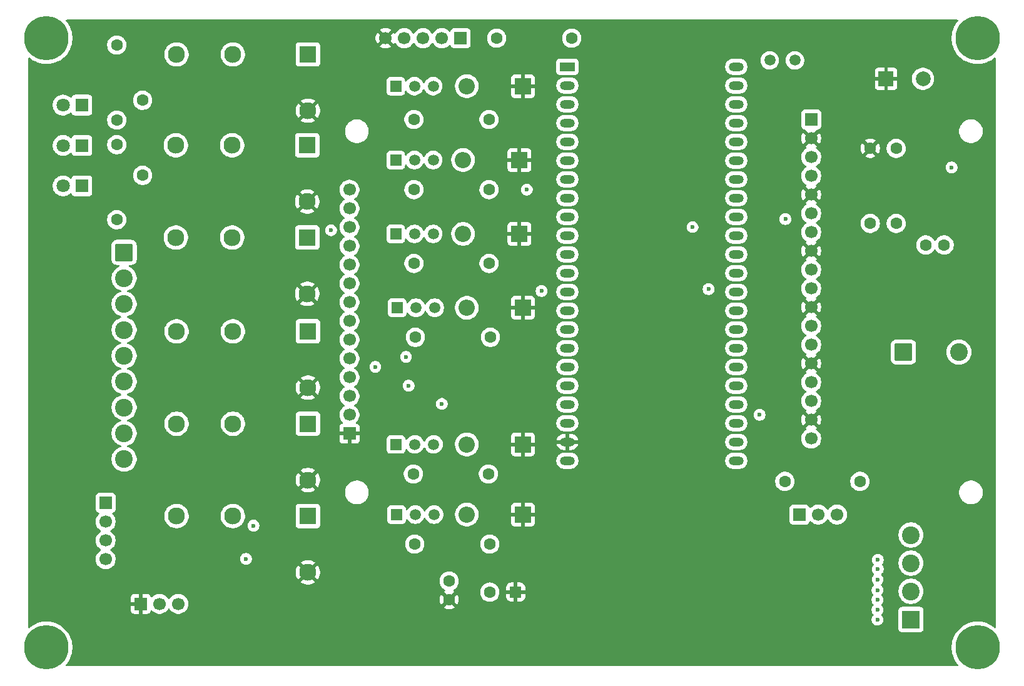
<source format=gbr>
%TF.GenerationSoftware,KiCad,Pcbnew,9.0.7-9.0.7~ubuntu22.04.1*%
%TF.CreationDate,2026-01-25T20:20:49-06:00*%
%TF.ProjectId,ESP32-DevKitC3-Simple-Thermostat-PCB,45535033-322d-4446-9576-4b697443332d,rev?*%
%TF.SameCoordinates,Original*%
%TF.FileFunction,Copper,L3,Inr*%
%TF.FilePolarity,Positive*%
%FSLAX46Y46*%
G04 Gerber Fmt 4.6, Leading zero omitted, Abs format (unit mm)*
G04 Created by KiCad (PCBNEW 9.0.7-9.0.7~ubuntu22.04.1) date 2026-01-25 20:20:49*
%MOMM*%
%LPD*%
G01*
G04 APERTURE LIST*
G04 Aperture macros list*
%AMRoundRect*
0 Rectangle with rounded corners*
0 $1 Rounding radius*
0 $2 $3 $4 $5 $6 $7 $8 $9 X,Y pos of 4 corners*
0 Add a 4 corners polygon primitive as box body*
4,1,4,$2,$3,$4,$5,$6,$7,$8,$9,$2,$3,0*
0 Add four circle primitives for the rounded corners*
1,1,$1+$1,$2,$3*
1,1,$1+$1,$4,$5*
1,1,$1+$1,$6,$7*
1,1,$1+$1,$8,$9*
0 Add four rect primitives between the rounded corners*
20,1,$1+$1,$2,$3,$4,$5,0*
20,1,$1+$1,$4,$5,$6,$7,0*
20,1,$1+$1,$6,$7,$8,$9,0*
20,1,$1+$1,$8,$9,$2,$3,0*%
G04 Aperture macros list end*
%TA.AperFunction,ComponentPad*%
%ADD10R,1.700000X1.700000*%
%TD*%
%TA.AperFunction,ComponentPad*%
%ADD11C,1.700000*%
%TD*%
%TA.AperFunction,ComponentPad*%
%ADD12C,1.600000*%
%TD*%
%TA.AperFunction,ComponentPad*%
%ADD13C,6.000000*%
%TD*%
%TA.AperFunction,ComponentPad*%
%ADD14R,2.300000X2.300000*%
%TD*%
%TA.AperFunction,ComponentPad*%
%ADD15C,2.300000*%
%TD*%
%TA.AperFunction,ComponentPad*%
%ADD16R,1.500000X1.500000*%
%TD*%
%TA.AperFunction,ComponentPad*%
%ADD17C,1.500000*%
%TD*%
%TA.AperFunction,ComponentPad*%
%ADD18R,1.800000X1.800000*%
%TD*%
%TA.AperFunction,ComponentPad*%
%ADD19C,1.800000*%
%TD*%
%TA.AperFunction,ComponentPad*%
%ADD20RoundRect,0.250001X-0.949999X0.949999X-0.949999X-0.949999X0.949999X-0.949999X0.949999X0.949999X0*%
%TD*%
%TA.AperFunction,ComponentPad*%
%ADD21C,2.400000*%
%TD*%
%TA.AperFunction,ComponentPad*%
%ADD22R,2.200000X2.200000*%
%TD*%
%TA.AperFunction,ComponentPad*%
%ADD23O,2.200000X2.200000*%
%TD*%
%TA.AperFunction,ComponentPad*%
%ADD24R,2.000000X2.000000*%
%TD*%
%TA.AperFunction,ComponentPad*%
%ADD25C,2.000000*%
%TD*%
%TA.AperFunction,ComponentPad*%
%ADD26RoundRect,0.250000X0.550000X0.550000X-0.550000X0.550000X-0.550000X-0.550000X0.550000X-0.550000X0*%
%TD*%
%TA.AperFunction,ComponentPad*%
%ADD27R,2.400000X2.400000*%
%TD*%
%TA.AperFunction,ComponentPad*%
%ADD28R,2.000000X1.200000*%
%TD*%
%TA.AperFunction,ComponentPad*%
%ADD29O,2.000000X1.200000*%
%TD*%
%TA.AperFunction,ComponentPad*%
%ADD30RoundRect,0.250001X-0.949999X-0.949999X0.949999X-0.949999X0.949999X0.949999X-0.949999X0.949999X0*%
%TD*%
%TA.AperFunction,ViaPad*%
%ADD31C,0.600000*%
%TD*%
G04 APERTURE END LIST*
D10*
%TO.N,+5V*%
%TO.C,J7*%
X37750000Y-108090000D03*
D11*
%TO.N,Net-(J5-Pad1)*%
X40290000Y-108090000D03*
%TO.N,3.3V*%
X42830000Y-108090000D03*
%TD*%
D12*
%TO.N,Net-(D9-Pad2)*%
%TO.C,R11*%
X34500000Y-56080000D03*
%TO.N,LED_FAN*%
X34500000Y-45920000D03*
%TD*%
D13*
%TO.N,GND*%
%TO.C,H3*%
X151000000Y-114000000D03*
%TD*%
D12*
%TO.N,GND*%
%TO.C,R10*%
X85920000Y-31500000D03*
%TO.N,LIGHT_SENS*%
X96080000Y-31500000D03*
%TD*%
D14*
%TO.N,Net-(D1-A)*%
%TO.C,K1*%
X60375000Y-33700000D03*
D15*
%TO.N,RLY-C*%
X50215000Y-33700000D03*
%TO.N,G*%
X42595000Y-33700000D03*
%TO.N,+5V*%
X60375000Y-41320000D03*
%TD*%
D16*
%TO.N,GND*%
%TO.C,Q3*%
X72270000Y-58000000D03*
D17*
%TO.N,Net-(Q3-B)*%
X74810000Y-58000000D03*
%TO.N,Net-(D3-A)*%
X77350000Y-58000000D03*
%TD*%
D12*
%TO.N,BUZZER*%
%TO.C,R8*%
X140000000Y-56580000D03*
%TO.N,Net-(Q7-G)*%
X140000000Y-46420000D03*
%TD*%
D18*
%TO.N,GND*%
%TO.C,D10*%
X29770000Y-46030000D03*
D19*
%TO.N,Net-(D10-Pad2)*%
X27230000Y-46030000D03*
%TD*%
D14*
%TO.N,Net-(D6-A)*%
%TO.C,K6*%
X60375000Y-96200000D03*
D15*
%TO.N,RLY-C*%
X50215000Y-96200000D03*
%TO.N,PUMP*%
X42595000Y-96200000D03*
%TO.N,+5V*%
X60375000Y-103820000D03*
%TD*%
D20*
%TO.N,G*%
%TO.C,J2*%
X35500000Y-60500000D03*
D21*
%TO.N,W*%
X35500000Y-64000000D03*
%TO.N,Y*%
X35500000Y-67500000D03*
%TO.N,W2*%
X35500000Y-71000000D03*
%TO.N,Y2*%
X35500000Y-74500000D03*
%TO.N,PUMP*%
X35500000Y-78000000D03*
%TO.N,RLY-C*%
X35500000Y-81500000D03*
%TO.N,VAC-C*%
X35500000Y-85000000D03*
%TO.N,VAC-R*%
X35500000Y-88500000D03*
%TD*%
D22*
%TO.N,+5V*%
%TO.C,D4*%
X89500000Y-68000000D03*
D23*
%TO.N,Net-(D4-A)*%
X81880000Y-68000000D03*
%TD*%
D10*
%TO.N,FAN_G_4*%
%TO.C,J1*%
X128500000Y-42520000D03*
D11*
%TO.N,+5V*%
X128500000Y-45060000D03*
%TO.N,GND*%
X128500000Y-47600000D03*
%TO.N,HEAT_W_5*%
X128500000Y-50140000D03*
%TO.N,+5V*%
X128500000Y-52680000D03*
%TO.N,GND*%
X128500000Y-55220000D03*
%TO.N,COOL_Y_6*%
X128500000Y-57760000D03*
%TO.N,+5V*%
X128500000Y-60300000D03*
%TO.N,GND*%
X128500000Y-62840000D03*
%TO.N,HEAT{slash}REV_W2_7*%
X128500000Y-65380000D03*
%TO.N,+5V*%
X128500000Y-67920000D03*
%TO.N,GND*%
X128500000Y-70460000D03*
%TO.N,COOL-STAGE2_Y2_39*%
X128500000Y-73000000D03*
%TO.N,+5V*%
X128500000Y-75540000D03*
%TO.N,GND*%
X128500000Y-78080000D03*
%TO.N,PUMP_40*%
X128500000Y-80620000D03*
%TO.N,+5V*%
X128500000Y-83160000D03*
%TO.N,GND*%
X128500000Y-85700000D03*
%TD*%
D13*
%TO.N,GND*%
%TO.C,H2*%
X25000000Y-114000000D03*
%TD*%
D18*
%TO.N,GND*%
%TO.C,D11*%
X29770000Y-40560000D03*
D19*
%TO.N,Net-(D11-Pad2)*%
X27230000Y-40560000D03*
%TD*%
D12*
%TO.N,GND*%
%TO.C,C6*%
X146500000Y-59500000D03*
%TO.N,Net-(D7-+)*%
X144000000Y-59500000D03*
%TD*%
%TO.N,Net-(D10-Pad2)*%
%TO.C,R13*%
X38000000Y-50080000D03*
%TO.N,LED_HEAT*%
X38000000Y-39920000D03*
%TD*%
%TO.N,DS18B20_41*%
%TO.C,R7*%
X124920000Y-91500000D03*
%TO.N,3.3V*%
X135080000Y-91500000D03*
%TD*%
D16*
%TO.N,GND*%
%TO.C,Q4*%
X72460000Y-68000000D03*
D17*
%TO.N,Net-(Q4-B)*%
X75000000Y-68000000D03*
%TO.N,Net-(D4-A)*%
X77540000Y-68000000D03*
%TD*%
D22*
%TO.N,+5V*%
%TO.C,D3*%
X89000000Y-58000000D03*
D23*
%TO.N,Net-(D3-A)*%
X81380000Y-58000000D03*
%TD*%
D22*
%TO.N,+5V*%
%TO.C,D2*%
X89000000Y-48000000D03*
D23*
%TO.N,Net-(D2-A)*%
X81380000Y-48000000D03*
%TD*%
D16*
%TO.N,GND*%
%TO.C,Q5*%
X72310000Y-86500000D03*
D17*
%TO.N,Net-(Q5-B)*%
X74850000Y-86500000D03*
%TO.N,Net-(D5-A)*%
X77390000Y-86500000D03*
%TD*%
D14*
%TO.N,Net-(D5-A)*%
%TO.C,K5*%
X60375000Y-83700000D03*
D15*
%TO.N,RLY-C*%
X50215000Y-83700000D03*
%TO.N,Y2*%
X42595000Y-83700000D03*
%TO.N,+5V*%
X60375000Y-91320000D03*
%TD*%
D12*
%TO.N,Net-(Q1-B)*%
%TO.C,R1*%
X74730000Y-42500000D03*
%TO.N,FAN_G_4*%
X84890000Y-42500000D03*
%TD*%
D22*
%TO.N,+5V*%
%TO.C,D5*%
X89500000Y-86500000D03*
D23*
%TO.N,Net-(D5-A)*%
X81880000Y-86500000D03*
%TD*%
D24*
%TO.N,+5V*%
%TO.C,BZ1*%
X138629200Y-37000000D03*
D25*
%TO.N,Net-(BZ1-+)*%
X143629200Y-37000000D03*
%TD*%
D14*
%TO.N,Net-(D2-A)*%
%TO.C,K2*%
X60280000Y-46000000D03*
D15*
%TO.N,RLY-C*%
X50120000Y-46000000D03*
%TO.N,W*%
X42500000Y-46000000D03*
%TO.N,+5V*%
X60280000Y-53620000D03*
%TD*%
D12*
%TO.N,Net-(Q6-B)*%
%TO.C,R6*%
X74840000Y-100000000D03*
%TO.N,PUMP_40*%
X85000000Y-100000000D03*
%TD*%
D13*
%TO.N,GND*%
%TO.C,H1*%
X25000000Y-31500000D03*
%TD*%
D12*
%TO.N,Net-(Q5-B)*%
%TO.C,R5*%
X74650000Y-90500000D03*
%TO.N,COOL-STAGE2_Y2_39*%
X84810000Y-90500000D03*
%TD*%
%TO.N,Net-(Q3-B)*%
%TO.C,R3*%
X74730000Y-62000000D03*
%TO.N,COOL_Y_6*%
X84890000Y-62000000D03*
%TD*%
D26*
%TO.N,+5V*%
%TO.C,C8*%
X88500000Y-106500000D03*
D12*
%TO.N,GND*%
X85000000Y-106500000D03*
%TD*%
D27*
%TO.N,Net-(D7-+)*%
%TO.C,D7*%
X142000000Y-110200000D03*
D21*
%TO.N,VAC-R*%
X142000000Y-106390000D03*
%TO.N,VAC-C*%
X142000000Y-102580000D03*
%TO.N,GND*%
X142000000Y-98770000D03*
%TD*%
D28*
%TO.N,3.3V*%
%TO.C,U1*%
X95500000Y-35360000D03*
D29*
X95500000Y-37900000D03*
%TO.N,unconnected-(U1-CHIP_PU-Pad3)*%
X95500000Y-40440000D03*
%TO.N,FAN_G_4*%
X95500000Y-42980000D03*
%TO.N,HEAT_W_5*%
X95500000Y-45520000D03*
%TO.N,COOL_Y_6*%
X95500000Y-48060000D03*
%TO.N,HEAT{slash}REV_W2_7*%
X95500000Y-50600000D03*
%TO.N,LD_RX*%
X95500000Y-53140000D03*
%TO.N,LD_TX*%
X95500000Y-55680000D03*
%TO.N,BUZZER*%
X95500000Y-58220000D03*
%TO.N,MOTION*%
X95500000Y-60760000D03*
%TO.N,LIGHT_SENS*%
X95500000Y-63300000D03*
%TO.N,unconnected-(U1-GPIO3{slash}ADC1_CH2-Pad13)*%
X95500000Y-65840000D03*
%TO.N,unconnected-(U1-GPIO46-Pad14)*%
X95500000Y-68380000D03*
%TO.N,CS_9*%
X95500000Y-70920000D03*
%TO.N,TFT_REST*%
X95500000Y-73460000D03*
%TO.N,DC_11*%
X95500000Y-76000000D03*
%TO.N,MOSI_12*%
X95500000Y-78540000D03*
%TO.N,SCK_13*%
X95500000Y-81080000D03*
%TO.N,TFT_LED*%
X95496320Y-83617280D03*
%TO.N,+5V*%
X95496320Y-86157280D03*
%TO.N,GND*%
X95496320Y-88697280D03*
X118360000Y-88700000D03*
X118360000Y-86160000D03*
%TO.N,unconnected-(U1-GPIO19{slash}USB_D--Pad25)*%
X118360000Y-83620000D03*
%TO.N,unconnected-(U1-GPIO20{slash}USB_D+-Pad26)*%
X118360000Y-81080000D03*
%TO.N,MISO_21*%
X118360000Y-78540000D03*
%TO.N,T_CS_47*%
X118360000Y-76000000D03*
%TO.N,TOUCH_IRQ*%
X118360000Y-73460000D03*
%TO.N,unconnected-(U1-GPIO45-Pad30)*%
X118360000Y-70920000D03*
%TO.N,unconnected-(U1-GPIO0-Pad31)*%
X118360000Y-68380000D03*
%TO.N,SCL*%
X118360000Y-65840000D03*
%TO.N,SDA*%
X118360000Y-63300000D03*
%TO.N,LED_FAN*%
X118360000Y-60760000D03*
%TO.N,LED_HEAT*%
X118360000Y-58220000D03*
%TO.N,COOL-STAGE2_Y2_39*%
X118360000Y-55680000D03*
%TO.N,PUMP_40*%
X118360000Y-53140000D03*
%TO.N,DS18B20_41*%
X118360000Y-50600000D03*
%TO.N,unconnected-(U1-GPIO42{slash}MTMS-Pad39)*%
X118360000Y-48060000D03*
%TO.N,LED_COOL*%
X118360000Y-45520000D03*
%TO.N,unconnected-(U1-GPIO1{slash}ADC1_CH0-Pad41)*%
X118360000Y-42980000D03*
%TO.N,unconnected-(U1-GPIO44{slash}U0RXD-Pad42)*%
X118360000Y-40440000D03*
%TO.N,unconnected-(U1-GPIO43{slash}U0TXD-Pad43)*%
X118360000Y-37900000D03*
%TO.N,GND*%
X118360000Y-35360000D03*
%TD*%
D16*
%TO.N,GND*%
%TO.C,Q1*%
X72270000Y-38000000D03*
D17*
%TO.N,Net-(Q1-B)*%
X74810000Y-38000000D03*
%TO.N,Net-(D1-A)*%
X77350000Y-38000000D03*
%TD*%
D22*
%TO.N,+5V*%
%TO.C,D1*%
X89500000Y-38000000D03*
D23*
%TO.N,Net-(D1-A)*%
X81880000Y-38000000D03*
%TD*%
D16*
%TO.N,GND*%
%TO.C,Q6*%
X72380000Y-96000000D03*
D17*
%TO.N,Net-(Q6-B)*%
X74920000Y-96000000D03*
%TO.N,Net-(D6-A)*%
X77460000Y-96000000D03*
%TD*%
D10*
%TO.N,DS18B20_41*%
%TO.C,J3*%
X126920000Y-96000000D03*
D11*
%TO.N,3.3V*%
X129460000Y-96000000D03*
%TO.N,GND*%
X132000000Y-96000000D03*
%TD*%
D12*
%TO.N,Net-(BZ1-+)*%
%TO.C,R9*%
X136500000Y-56580000D03*
%TO.N,+5V*%
X136500000Y-46420000D03*
%TD*%
D22*
%TO.N,+5V*%
%TO.C,D6*%
X89500000Y-96000000D03*
D23*
%TO.N,Net-(D6-A)*%
X81880000Y-96000000D03*
%TD*%
D12*
%TO.N,Net-(D11-Pad2)*%
%TO.C,R14*%
X34500000Y-42580000D03*
%TO.N,LED_COOL*%
X34500000Y-32420000D03*
%TD*%
%TO.N,Net-(Q2-B)*%
%TO.C,R2*%
X74730000Y-52000000D03*
%TO.N,HEAT_W_5*%
X84890000Y-52000000D03*
%TD*%
D14*
%TO.N,Net-(D4-A)*%
%TO.C,K4*%
X60375000Y-71200000D03*
D15*
%TO.N,RLY-C*%
X50215000Y-71200000D03*
%TO.N,W2*%
X42595000Y-71200000D03*
%TO.N,+5V*%
X60375000Y-78820000D03*
%TD*%
D14*
%TO.N,Net-(D3-A)*%
%TO.C,K3*%
X60280000Y-58500000D03*
D15*
%TO.N,RLY-C*%
X50120000Y-58500000D03*
%TO.N,Y*%
X42500000Y-58500000D03*
%TO.N,+5V*%
X60280000Y-66120000D03*
%TD*%
D12*
%TO.N,+5V*%
%TO.C,C9*%
X79500000Y-107500000D03*
%TO.N,GND*%
X79500000Y-105000000D03*
%TD*%
D16*
%TO.N,GND*%
%TO.C,Q2*%
X72270000Y-48000000D03*
D17*
%TO.N,Net-(Q2-B)*%
X74810000Y-48000000D03*
%TO.N,Net-(D2-A)*%
X77350000Y-48000000D03*
%TD*%
D13*
%TO.N,GND*%
%TO.C,H4*%
X151000000Y-31500000D03*
%TD*%
D12*
%TO.N,Net-(Q4-B)*%
%TO.C,R4*%
X74920000Y-72000000D03*
%TO.N,HEAT{slash}REV_W2_7*%
X85080000Y-72000000D03*
%TD*%
D30*
%TO.N,Net-(D7-+)*%
%TO.C,C5*%
X140987200Y-74000000D03*
D21*
%TO.N,GND*%
X148487200Y-74000000D03*
%TD*%
D18*
%TO.N,GND*%
%TO.C,D9*%
X29770000Y-51500000D03*
D19*
%TO.N,Net-(D9-Pad2)*%
X27230000Y-51500000D03*
%TD*%
D10*
%TO.N,+5V*%
%TO.C,J4*%
X66000000Y-85040000D03*
D11*
%TO.N,GND*%
X66000000Y-82500000D03*
%TO.N,CS_9*%
X66000000Y-79960000D03*
%TO.N,TFT_REST*%
X66000000Y-77420000D03*
%TO.N,DC_11*%
X66000000Y-74880000D03*
%TO.N,MOSI_12*%
X66000000Y-72340000D03*
%TO.N,SCK_13*%
X66000000Y-69800000D03*
%TO.N,TFT_LED*%
X66000000Y-67260000D03*
%TO.N,MISO_21*%
X66000000Y-64720000D03*
%TO.N,SCK_13*%
X66000000Y-62180000D03*
%TO.N,T_CS_47*%
X66000000Y-59640000D03*
%TO.N,MOSI_12*%
X66000000Y-57100000D03*
%TO.N,MISO_21*%
X66000000Y-54560000D03*
%TO.N,TOUCH_IRQ*%
X66000000Y-52020000D03*
%TD*%
D10*
%TO.N,LD_TX*%
%TO.C,J6*%
X81040000Y-31500000D03*
D11*
%TO.N,LD_RX*%
X78500000Y-31500000D03*
%TO.N,MOTION*%
X75960000Y-31500000D03*
%TO.N,GND*%
X73420000Y-31500000D03*
%TO.N,+5V*%
X70880000Y-31500000D03*
%TD*%
D17*
%TO.N,3.3V*%
%TO.C,R12*%
X126300000Y-34500000D03*
%TO.N,LIGHT_SENS*%
X122900000Y-34500000D03*
%TD*%
D10*
%TO.N,Net-(J5-Pad1)*%
%TO.C,J5*%
X33000000Y-94420000D03*
D11*
%TO.N,GND*%
X33000000Y-96960000D03*
%TO.N,SCL*%
X33000000Y-99500000D03*
%TO.N,SDA*%
X33000000Y-102040000D03*
%TD*%
D31*
%TO.N,GND*%
X137460000Y-110240000D03*
X137460000Y-108900000D03*
X137460000Y-107550000D03*
X137510000Y-102140000D03*
X137510000Y-103400000D03*
X137490000Y-104780000D03*
X137460000Y-106230000D03*
X147500000Y-49000000D03*
%TO.N,+5V*%
X118500000Y-108000000D03*
%TO.N,COOL_Y_6*%
X90000000Y-52000000D03*
%TO.N,COOL-STAGE2_Y2_39*%
X125000000Y-56000000D03*
%TO.N,PUMP_40*%
X121500000Y-82500000D03*
%TO.N,MOSI_12*%
X63500000Y-57500000D03*
X74000000Y-78540000D03*
%TO.N,TOUCH_IRQ*%
X112430000Y-57070000D03*
%TO.N,DC_11*%
X69500000Y-76000000D03*
%TO.N,MISO_21*%
X114604500Y-65482500D03*
%TO.N,SCK_13*%
X78500000Y-81022500D03*
%TO.N,TFT_LED*%
X92000000Y-65737800D03*
%TO.N,SDA*%
X53000000Y-97500000D03*
X52000000Y-102000000D03*
%TO.N,T_CS_47*%
X73650000Y-74650000D03*
%TD*%
%TA.AperFunction,Conductor*%
%TO.N,+5V*%
G36*
X148327750Y-29020185D02*
G01*
X148373505Y-29072989D01*
X148383449Y-29142147D01*
X148356564Y-29203165D01*
X148184985Y-29412234D01*
X148184975Y-29412248D01*
X147993904Y-29698206D01*
X147993893Y-29698224D01*
X147831772Y-30001530D01*
X147831770Y-30001535D01*
X147700150Y-30319293D01*
X147600308Y-30648427D01*
X147533210Y-30985750D01*
X147521968Y-31099901D01*
X147499500Y-31328031D01*
X147499500Y-31671969D01*
X147506042Y-31738390D01*
X147533210Y-32014249D01*
X147600308Y-32351572D01*
X147700150Y-32680706D01*
X147831770Y-32998464D01*
X147831772Y-32998469D01*
X147993893Y-33301775D01*
X147993904Y-33301793D01*
X148184975Y-33587751D01*
X148184985Y-33587765D01*
X148403176Y-33853632D01*
X148646367Y-34096823D01*
X148646372Y-34096827D01*
X148646373Y-34096828D01*
X148912240Y-34315019D01*
X149198213Y-34506100D01*
X149198222Y-34506105D01*
X149198224Y-34506106D01*
X149501530Y-34668227D01*
X149501532Y-34668227D01*
X149501538Y-34668231D01*
X149819295Y-34799850D01*
X150148422Y-34899690D01*
X150485750Y-34966789D01*
X150828031Y-35000500D01*
X150828034Y-35000500D01*
X151171966Y-35000500D01*
X151171969Y-35000500D01*
X151514250Y-34966789D01*
X151851578Y-34899690D01*
X152180705Y-34799850D01*
X152498462Y-34668231D01*
X152801787Y-34506100D01*
X153087760Y-34315019D01*
X153296837Y-34143434D01*
X153361145Y-34116122D01*
X153430013Y-34127913D01*
X153481573Y-34175065D01*
X153499500Y-34239288D01*
X153499500Y-111260711D01*
X153479815Y-111327750D01*
X153427011Y-111373505D01*
X153357853Y-111383449D01*
X153296835Y-111356564D01*
X153087765Y-111184985D01*
X153087764Y-111184984D01*
X153087760Y-111184981D01*
X152801787Y-110993900D01*
X152801782Y-110993897D01*
X152801775Y-110993893D01*
X152498469Y-110831772D01*
X152498464Y-110831770D01*
X152180706Y-110700150D01*
X151851572Y-110600308D01*
X151514248Y-110533210D01*
X151514249Y-110533210D01*
X151256456Y-110507821D01*
X151171969Y-110499500D01*
X150828031Y-110499500D01*
X150749966Y-110507188D01*
X150485750Y-110533210D01*
X150148427Y-110600308D01*
X149819293Y-110700150D01*
X149501535Y-110831770D01*
X149501530Y-110831772D01*
X149198224Y-110993893D01*
X149198206Y-110993904D01*
X148912248Y-111184975D01*
X148912234Y-111184985D01*
X148646367Y-111403176D01*
X148403176Y-111646367D01*
X148184985Y-111912234D01*
X148184975Y-111912248D01*
X147993904Y-112198206D01*
X147993893Y-112198224D01*
X147831772Y-112501530D01*
X147831770Y-112501535D01*
X147700150Y-112819293D01*
X147600308Y-113148427D01*
X147533210Y-113485750D01*
X147499500Y-113828034D01*
X147499500Y-114171965D01*
X147533210Y-114514249D01*
X147600308Y-114851572D01*
X147700150Y-115180706D01*
X147831770Y-115498464D01*
X147831772Y-115498469D01*
X147993893Y-115801775D01*
X147993904Y-115801793D01*
X148184975Y-116087751D01*
X148184985Y-116087765D01*
X148356564Y-116296835D01*
X148383877Y-116361145D01*
X148372086Y-116430013D01*
X148324934Y-116481573D01*
X148260711Y-116499500D01*
X27739289Y-116499500D01*
X27672250Y-116479815D01*
X27626495Y-116427011D01*
X27616551Y-116357853D01*
X27643436Y-116296835D01*
X27660229Y-116276371D01*
X27815019Y-116087760D01*
X28006100Y-115801787D01*
X28168231Y-115498462D01*
X28299850Y-115180705D01*
X28399690Y-114851578D01*
X28466789Y-114514250D01*
X28500500Y-114171969D01*
X28500500Y-113828031D01*
X28466789Y-113485750D01*
X28399690Y-113148422D01*
X28299850Y-112819295D01*
X28168231Y-112501538D01*
X28006100Y-112198213D01*
X27815019Y-111912240D01*
X27596828Y-111646373D01*
X27596827Y-111646372D01*
X27596823Y-111646367D01*
X27353632Y-111403176D01*
X27087765Y-111184985D01*
X27087764Y-111184984D01*
X27087760Y-111184981D01*
X26801787Y-110993900D01*
X26801782Y-110993897D01*
X26801775Y-110993893D01*
X26498469Y-110831772D01*
X26498464Y-110831770D01*
X26180706Y-110700150D01*
X25851572Y-110600308D01*
X25514248Y-110533210D01*
X25514249Y-110533210D01*
X25256456Y-110507821D01*
X25171969Y-110499500D01*
X24828031Y-110499500D01*
X24749966Y-110507188D01*
X24485750Y-110533210D01*
X24148427Y-110600308D01*
X23819293Y-110700150D01*
X23501535Y-110831770D01*
X23501530Y-110831772D01*
X23198224Y-110993893D01*
X23198206Y-110993904D01*
X22912248Y-111184975D01*
X22912234Y-111184985D01*
X22703165Y-111356564D01*
X22638855Y-111383877D01*
X22569987Y-111372086D01*
X22518427Y-111324934D01*
X22500500Y-111260711D01*
X22500500Y-107192155D01*
X36400000Y-107192155D01*
X36400000Y-107840000D01*
X37316988Y-107840000D01*
X37284075Y-107897007D01*
X37250000Y-108024174D01*
X37250000Y-108155826D01*
X37284075Y-108282993D01*
X37316988Y-108340000D01*
X36400000Y-108340000D01*
X36400000Y-108987844D01*
X36406401Y-109047372D01*
X36406403Y-109047379D01*
X36456645Y-109182086D01*
X36456649Y-109182093D01*
X36542809Y-109297187D01*
X36542812Y-109297190D01*
X36657906Y-109383350D01*
X36657913Y-109383354D01*
X36792620Y-109433596D01*
X36792627Y-109433598D01*
X36852155Y-109439999D01*
X36852172Y-109440000D01*
X37500000Y-109440000D01*
X37500000Y-108523012D01*
X37557007Y-108555925D01*
X37684174Y-108590000D01*
X37815826Y-108590000D01*
X37942993Y-108555925D01*
X38000000Y-108523012D01*
X38000000Y-109440000D01*
X38647828Y-109440000D01*
X38647844Y-109439999D01*
X38707372Y-109433598D01*
X38707379Y-109433596D01*
X38842086Y-109383354D01*
X38842093Y-109383350D01*
X38957187Y-109297190D01*
X38957190Y-109297187D01*
X39043350Y-109182093D01*
X39043354Y-109182086D01*
X39092422Y-109050529D01*
X39134293Y-108994595D01*
X39199757Y-108970178D01*
X39268030Y-108985030D01*
X39296285Y-109006181D01*
X39410213Y-109120109D01*
X39582179Y-109245048D01*
X39582181Y-109245049D01*
X39582184Y-109245051D01*
X39771588Y-109341557D01*
X39973757Y-109407246D01*
X40183713Y-109440500D01*
X40183714Y-109440500D01*
X40396286Y-109440500D01*
X40396287Y-109440500D01*
X40606243Y-109407246D01*
X40808412Y-109341557D01*
X40997816Y-109245051D01*
X41084471Y-109182093D01*
X41169786Y-109120109D01*
X41169788Y-109120106D01*
X41169792Y-109120104D01*
X41320104Y-108969792D01*
X41320106Y-108969788D01*
X41320109Y-108969786D01*
X41445048Y-108797820D01*
X41445047Y-108797820D01*
X41445051Y-108797816D01*
X41449514Y-108789054D01*
X41497488Y-108738259D01*
X41565308Y-108721463D01*
X41631444Y-108743999D01*
X41670486Y-108789056D01*
X41674951Y-108797820D01*
X41799890Y-108969786D01*
X41950213Y-109120109D01*
X42122179Y-109245048D01*
X42122181Y-109245049D01*
X42122184Y-109245051D01*
X42311588Y-109341557D01*
X42513757Y-109407246D01*
X42723713Y-109440500D01*
X42723714Y-109440500D01*
X42936286Y-109440500D01*
X42936287Y-109440500D01*
X43146243Y-109407246D01*
X43348412Y-109341557D01*
X43537816Y-109245051D01*
X43624471Y-109182093D01*
X43709786Y-109120109D01*
X43709788Y-109120106D01*
X43709792Y-109120104D01*
X43860104Y-108969792D01*
X43860106Y-108969788D01*
X43860109Y-108969786D01*
X43985048Y-108797820D01*
X43985047Y-108797820D01*
X43985051Y-108797816D01*
X44081557Y-108608412D01*
X44147246Y-108406243D01*
X44180500Y-108196287D01*
X44180500Y-107983713D01*
X44147246Y-107773757D01*
X44081557Y-107571588D01*
X43985051Y-107382184D01*
X43952059Y-107336774D01*
X43860109Y-107210213D01*
X43709786Y-107059890D01*
X43537820Y-106934951D01*
X43348414Y-106838444D01*
X43348413Y-106838443D01*
X43348412Y-106838443D01*
X43146243Y-106772754D01*
X43146241Y-106772753D01*
X43146240Y-106772753D01*
X42984957Y-106747208D01*
X42936287Y-106739500D01*
X42723713Y-106739500D01*
X42675042Y-106747208D01*
X42513760Y-106772753D01*
X42311585Y-106838444D01*
X42122179Y-106934951D01*
X41950213Y-107059890D01*
X41799890Y-107210213D01*
X41674949Y-107382182D01*
X41670484Y-107390946D01*
X41622509Y-107441742D01*
X41554688Y-107458536D01*
X41488553Y-107435998D01*
X41449516Y-107390946D01*
X41445050Y-107382182D01*
X41320109Y-107210213D01*
X41169786Y-107059890D01*
X40997820Y-106934951D01*
X40808414Y-106838444D01*
X40808413Y-106838443D01*
X40808412Y-106838443D01*
X40606243Y-106772754D01*
X40606241Y-106772753D01*
X40606240Y-106772753D01*
X40444957Y-106747208D01*
X40396287Y-106739500D01*
X40183713Y-106739500D01*
X40135042Y-106747208D01*
X39973760Y-106772753D01*
X39771585Y-106838444D01*
X39582179Y-106934951D01*
X39410215Y-107059889D01*
X39296285Y-107173819D01*
X39234962Y-107207303D01*
X39165270Y-107202319D01*
X39109337Y-107160447D01*
X39092422Y-107129470D01*
X39043354Y-106997913D01*
X39043350Y-106997906D01*
X38957190Y-106882812D01*
X38957187Y-106882809D01*
X38842093Y-106796649D01*
X38842086Y-106796645D01*
X38707379Y-106746403D01*
X38707372Y-106746401D01*
X38647844Y-106740000D01*
X38000000Y-106740000D01*
X38000000Y-107656988D01*
X37942993Y-107624075D01*
X37815826Y-107590000D01*
X37684174Y-107590000D01*
X37557007Y-107624075D01*
X37500000Y-107656988D01*
X37500000Y-106740000D01*
X36852155Y-106740000D01*
X36792627Y-106746401D01*
X36792620Y-106746403D01*
X36657913Y-106796645D01*
X36657906Y-106796649D01*
X36542812Y-106882809D01*
X36542809Y-106882812D01*
X36456649Y-106997906D01*
X36456645Y-106997913D01*
X36406403Y-107132620D01*
X36406401Y-107132627D01*
X36400000Y-107192155D01*
X22500500Y-107192155D01*
X22500500Y-103690142D01*
X58725000Y-103690142D01*
X58725000Y-103949857D01*
X58765629Y-104206377D01*
X58845883Y-104453377D01*
X58963796Y-104684791D01*
X59044951Y-104796492D01*
X59044952Y-104796493D01*
X59773958Y-104067487D01*
X59798978Y-104127890D01*
X59870112Y-104234351D01*
X59960649Y-104324888D01*
X60067110Y-104396022D01*
X60127511Y-104421041D01*
X59398505Y-105150046D01*
X59398506Y-105150048D01*
X59510208Y-105231203D01*
X59741622Y-105349116D01*
X59988622Y-105429370D01*
X60245143Y-105470000D01*
X60504857Y-105470000D01*
X60761377Y-105429370D01*
X61008377Y-105349116D01*
X61239788Y-105231205D01*
X61351492Y-105150046D01*
X61351493Y-105150046D01*
X61099095Y-104897648D01*
X78199500Y-104897648D01*
X78199500Y-105102352D01*
X78203878Y-105129995D01*
X78231522Y-105304534D01*
X78294781Y-105499223D01*
X78344810Y-105597408D01*
X78373026Y-105652786D01*
X78387715Y-105681613D01*
X78508028Y-105847213D01*
X78652786Y-105991971D01*
X78818385Y-106112284D01*
X78818387Y-106112285D01*
X78818390Y-106112287D01*
X78872378Y-106139795D01*
X78923174Y-106187769D01*
X78939969Y-106255590D01*
X78917432Y-106321725D01*
X78872378Y-106360765D01*
X78818644Y-106388143D01*
X78774077Y-106420523D01*
X78774077Y-106420524D01*
X79453554Y-107100000D01*
X79447339Y-107100000D01*
X79345606Y-107127259D01*
X79254394Y-107179920D01*
X79179920Y-107254394D01*
X79127259Y-107345606D01*
X79100000Y-107447339D01*
X79100000Y-107453553D01*
X78420524Y-106774077D01*
X78420523Y-106774077D01*
X78388143Y-106818644D01*
X78295244Y-107000968D01*
X78232009Y-107195582D01*
X78200000Y-107397682D01*
X78200000Y-107602317D01*
X78232009Y-107804417D01*
X78295244Y-107999031D01*
X78388141Y-108181350D01*
X78388147Y-108181359D01*
X78420523Y-108225921D01*
X78420524Y-108225922D01*
X79100000Y-107546446D01*
X79100000Y-107552661D01*
X79127259Y-107654394D01*
X79179920Y-107745606D01*
X79254394Y-107820080D01*
X79345606Y-107872741D01*
X79447339Y-107900000D01*
X79453553Y-107900000D01*
X78774076Y-108579474D01*
X78818650Y-108611859D01*
X79000968Y-108704755D01*
X79195582Y-108767990D01*
X79397683Y-108800000D01*
X79602317Y-108800000D01*
X79804417Y-108767990D01*
X79999031Y-108704755D01*
X80181349Y-108611859D01*
X80225921Y-108579474D01*
X79546447Y-107900000D01*
X79552661Y-107900000D01*
X79654394Y-107872741D01*
X79745606Y-107820080D01*
X79820080Y-107745606D01*
X79872741Y-107654394D01*
X79900000Y-107552661D01*
X79900000Y-107546447D01*
X80579474Y-108225921D01*
X80611859Y-108181349D01*
X80704755Y-107999031D01*
X80767990Y-107804417D01*
X80800000Y-107602317D01*
X80800000Y-107397682D01*
X80767990Y-107195582D01*
X80704755Y-107000968D01*
X80611859Y-106818650D01*
X80579474Y-106774077D01*
X80579474Y-106774076D01*
X79900000Y-107453551D01*
X79900000Y-107447339D01*
X79872741Y-107345606D01*
X79820080Y-107254394D01*
X79745606Y-107179920D01*
X79654394Y-107127259D01*
X79552661Y-107100000D01*
X79546446Y-107100000D01*
X80209653Y-106436793D01*
X80164544Y-106397648D01*
X83699500Y-106397648D01*
X83699500Y-106602351D01*
X83731522Y-106804534D01*
X83794781Y-106999223D01*
X83858691Y-107124653D01*
X83883743Y-107173819D01*
X83887715Y-107181613D01*
X84008028Y-107347213D01*
X84152786Y-107491971D01*
X84262372Y-107571588D01*
X84318390Y-107612287D01*
X84401030Y-107654394D01*
X84500776Y-107705218D01*
X84500778Y-107705218D01*
X84500781Y-107705220D01*
X84590459Y-107734358D01*
X84695465Y-107768477D01*
X84790297Y-107783497D01*
X84897648Y-107800500D01*
X84897649Y-107800500D01*
X85102351Y-107800500D01*
X85102352Y-107800500D01*
X85304534Y-107768477D01*
X85499219Y-107705220D01*
X85681610Y-107612287D01*
X85774590Y-107544732D01*
X85847213Y-107491971D01*
X85847215Y-107491968D01*
X85847219Y-107491966D01*
X85991966Y-107347219D01*
X85991968Y-107347215D01*
X85991971Y-107347213D01*
X86059407Y-107254394D01*
X86112287Y-107181610D01*
X86205220Y-106999219D01*
X86268477Y-106804534D01*
X86273511Y-106772753D01*
X86288322Y-106679240D01*
X86300500Y-106602351D01*
X86300500Y-106397648D01*
X86268477Y-106195465D01*
X86246315Y-106127259D01*
X86205220Y-106000781D01*
X86205217Y-106000777D01*
X86205217Y-106000774D01*
X86180956Y-105953160D01*
X86180955Y-105953159D01*
X86153876Y-105900013D01*
X87200000Y-105900013D01*
X87200000Y-106250000D01*
X88184314Y-106250000D01*
X88179920Y-106254394D01*
X88127259Y-106345606D01*
X88100000Y-106447339D01*
X88100000Y-106552661D01*
X88127259Y-106654394D01*
X88179920Y-106745606D01*
X88184314Y-106750000D01*
X87200001Y-106750000D01*
X87200001Y-107099986D01*
X87210494Y-107202697D01*
X87265641Y-107369119D01*
X87265643Y-107369124D01*
X87357684Y-107518345D01*
X87481654Y-107642315D01*
X87630875Y-107734356D01*
X87630880Y-107734358D01*
X87797302Y-107789505D01*
X87797309Y-107789506D01*
X87900019Y-107799999D01*
X88249999Y-107799999D01*
X88250000Y-107799998D01*
X88250000Y-106815686D01*
X88254394Y-106820080D01*
X88345606Y-106872741D01*
X88447339Y-106900000D01*
X88552661Y-106900000D01*
X88654394Y-106872741D01*
X88745606Y-106820080D01*
X88750000Y-106815686D01*
X88750000Y-107799999D01*
X89099972Y-107799999D01*
X89099986Y-107799998D01*
X89202697Y-107789505D01*
X89369119Y-107734358D01*
X89369124Y-107734356D01*
X89518345Y-107642315D01*
X89642315Y-107518345D01*
X89734356Y-107369124D01*
X89734358Y-107369119D01*
X89789505Y-107202697D01*
X89789506Y-107202690D01*
X89799999Y-107099986D01*
X89800000Y-107099973D01*
X89800000Y-106750000D01*
X88815686Y-106750000D01*
X88820080Y-106745606D01*
X88872741Y-106654394D01*
X88900000Y-106552661D01*
X88900000Y-106447339D01*
X88872741Y-106345606D01*
X88820080Y-106254394D01*
X88815686Y-106250000D01*
X89799999Y-106250000D01*
X89799999Y-106151153D01*
X136659500Y-106151153D01*
X136659500Y-106308846D01*
X136690261Y-106463489D01*
X136690264Y-106463501D01*
X136750602Y-106609172D01*
X136750609Y-106609185D01*
X136838210Y-106740288D01*
X136838213Y-106740292D01*
X136900240Y-106802319D01*
X136933725Y-106863642D01*
X136928741Y-106933334D01*
X136900240Y-106977681D01*
X136838213Y-107039707D01*
X136838210Y-107039711D01*
X136750609Y-107170814D01*
X136750602Y-107170827D01*
X136690264Y-107316498D01*
X136690261Y-107316510D01*
X136659500Y-107471153D01*
X136659500Y-107628846D01*
X136690261Y-107783489D01*
X136690264Y-107783501D01*
X136750602Y-107929172D01*
X136750609Y-107929185D01*
X136838210Y-108060288D01*
X136838213Y-108060292D01*
X136915240Y-108137319D01*
X136948725Y-108198642D01*
X136943741Y-108268334D01*
X136915240Y-108312681D01*
X136838213Y-108389707D01*
X136838210Y-108389711D01*
X136750609Y-108520814D01*
X136750602Y-108520827D01*
X136690264Y-108666498D01*
X136690261Y-108666510D01*
X136659500Y-108821153D01*
X136659500Y-108978846D01*
X136690261Y-109133489D01*
X136690264Y-109133501D01*
X136750602Y-109279172D01*
X136750609Y-109279185D01*
X136838210Y-109410288D01*
X136838213Y-109410292D01*
X136910240Y-109482319D01*
X136943725Y-109543642D01*
X136938741Y-109613334D01*
X136910240Y-109657681D01*
X136838213Y-109729707D01*
X136838210Y-109729711D01*
X136750609Y-109860814D01*
X136750602Y-109860827D01*
X136690264Y-110006498D01*
X136690261Y-110006510D01*
X136659500Y-110161153D01*
X136659500Y-110318846D01*
X136690261Y-110473489D01*
X136690264Y-110473501D01*
X136750602Y-110619172D01*
X136750609Y-110619185D01*
X136838210Y-110750288D01*
X136838213Y-110750292D01*
X136949707Y-110861786D01*
X136949711Y-110861789D01*
X137080814Y-110949390D01*
X137080827Y-110949397D01*
X137188278Y-110993904D01*
X137226503Y-111009737D01*
X137381153Y-111040499D01*
X137381156Y-111040500D01*
X137381158Y-111040500D01*
X137538844Y-111040500D01*
X137538845Y-111040499D01*
X137693497Y-111009737D01*
X137839179Y-110949394D01*
X137970289Y-110861789D01*
X138081789Y-110750289D01*
X138169394Y-110619179D01*
X138229737Y-110473497D01*
X138260500Y-110318842D01*
X138260500Y-110161158D01*
X138260500Y-110161155D01*
X138260499Y-110161153D01*
X138229738Y-110006510D01*
X138229737Y-110006503D01*
X138229735Y-110006498D01*
X138169397Y-109860827D01*
X138169390Y-109860814D01*
X138081789Y-109729711D01*
X138081786Y-109729707D01*
X138009760Y-109657681D01*
X137976275Y-109596358D01*
X137981259Y-109526666D01*
X138009760Y-109482319D01*
X138081786Y-109410292D01*
X138081789Y-109410289D01*
X138169394Y-109279179D01*
X138229737Y-109133497D01*
X138260500Y-108978842D01*
X138260500Y-108952135D01*
X140299500Y-108952135D01*
X140299500Y-111447870D01*
X140299501Y-111447876D01*
X140305908Y-111507483D01*
X140356202Y-111642328D01*
X140356206Y-111642335D01*
X140442452Y-111757544D01*
X140442455Y-111757547D01*
X140557664Y-111843793D01*
X140557671Y-111843797D01*
X140692517Y-111894091D01*
X140692516Y-111894091D01*
X140699444Y-111894835D01*
X140752127Y-111900500D01*
X143247872Y-111900499D01*
X143307483Y-111894091D01*
X143442331Y-111843796D01*
X143557546Y-111757546D01*
X143643796Y-111642331D01*
X143694091Y-111507483D01*
X143700500Y-111447873D01*
X143700499Y-108952128D01*
X143694091Y-108892517D01*
X143659584Y-108800000D01*
X143643797Y-108757671D01*
X143643793Y-108757664D01*
X143557547Y-108642455D01*
X143557544Y-108642452D01*
X143442335Y-108556206D01*
X143442328Y-108556202D01*
X143307482Y-108505908D01*
X143307483Y-108505908D01*
X143247883Y-108499501D01*
X143247881Y-108499500D01*
X143247873Y-108499500D01*
X143247864Y-108499500D01*
X140752129Y-108499500D01*
X140752123Y-108499501D01*
X140692516Y-108505908D01*
X140557671Y-108556202D01*
X140557664Y-108556206D01*
X140442455Y-108642452D01*
X140442452Y-108642455D01*
X140356206Y-108757664D01*
X140356202Y-108757671D01*
X140305908Y-108892517D01*
X140299501Y-108952116D01*
X140299501Y-108952123D01*
X140299500Y-108952135D01*
X138260500Y-108952135D01*
X138260500Y-108821158D01*
X138260500Y-108821155D01*
X138260499Y-108821153D01*
X138249924Y-108767990D01*
X138229737Y-108666503D01*
X138184050Y-108556204D01*
X138169397Y-108520827D01*
X138169390Y-108520814D01*
X138081789Y-108389711D01*
X138081786Y-108389707D01*
X138004760Y-108312681D01*
X137971275Y-108251358D01*
X137976259Y-108181666D01*
X138004760Y-108137319D01*
X138081786Y-108060292D01*
X138081789Y-108060289D01*
X138169394Y-107929179D01*
X138229737Y-107783497D01*
X138260500Y-107628842D01*
X138260500Y-107471158D01*
X138260500Y-107471155D01*
X138260499Y-107471153D01*
X138257989Y-107458536D01*
X138229737Y-107316503D01*
X138185709Y-107210208D01*
X138169397Y-107170827D01*
X138169390Y-107170814D01*
X138081789Y-107039711D01*
X138081786Y-107039707D01*
X138019760Y-106977681D01*
X137986275Y-106916358D01*
X137991259Y-106846666D01*
X138019760Y-106802319D01*
X138081786Y-106740292D01*
X138081789Y-106740289D01*
X138169394Y-106609179D01*
X138229737Y-106463497D01*
X138260500Y-106308842D01*
X138260500Y-106278549D01*
X140299500Y-106278549D01*
X140299500Y-106501450D01*
X140299501Y-106501466D01*
X140328594Y-106722452D01*
X140328595Y-106722457D01*
X140328596Y-106722463D01*
X140385531Y-106934949D01*
X140386290Y-106937780D01*
X140386293Y-106937790D01*
X140471593Y-107143722D01*
X140471595Y-107143726D01*
X140583052Y-107336774D01*
X140583057Y-107336780D01*
X140583058Y-107336782D01*
X140718751Y-107513622D01*
X140718757Y-107513629D01*
X140876370Y-107671242D01*
X140876377Y-107671248D01*
X140920648Y-107705218D01*
X141053226Y-107806948D01*
X141246274Y-107918405D01*
X141452219Y-108003710D01*
X141667537Y-108061404D01*
X141888543Y-108090500D01*
X141888550Y-108090500D01*
X142111450Y-108090500D01*
X142111457Y-108090500D01*
X142332463Y-108061404D01*
X142547781Y-108003710D01*
X142753726Y-107918405D01*
X142946774Y-107806948D01*
X143123624Y-107671247D01*
X143281247Y-107513624D01*
X143416948Y-107336774D01*
X143528405Y-107143726D01*
X143613710Y-106937781D01*
X143671404Y-106722463D01*
X143700500Y-106501457D01*
X143700500Y-106278543D01*
X143671404Y-106057537D01*
X143613710Y-105842219D01*
X143528405Y-105636274D01*
X143416948Y-105443226D01*
X143344735Y-105349116D01*
X143281248Y-105266377D01*
X143281242Y-105266370D01*
X143123629Y-105108757D01*
X143123622Y-105108751D01*
X142946782Y-104973058D01*
X142946780Y-104973057D01*
X142946774Y-104973052D01*
X142753726Y-104861595D01*
X142753722Y-104861593D01*
X142547790Y-104776293D01*
X142547783Y-104776291D01*
X142547781Y-104776290D01*
X142332463Y-104718596D01*
X142332457Y-104718595D01*
X142332452Y-104718594D01*
X142111466Y-104689501D01*
X142111463Y-104689500D01*
X142111457Y-104689500D01*
X141888543Y-104689500D01*
X141888537Y-104689500D01*
X141888533Y-104689501D01*
X141667547Y-104718594D01*
X141667540Y-104718595D01*
X141667537Y-104718596D01*
X141452219Y-104776290D01*
X141452209Y-104776293D01*
X141246277Y-104861593D01*
X141246273Y-104861595D01*
X141053226Y-104973052D01*
X141053217Y-104973058D01*
X140876377Y-105108751D01*
X140876370Y-105108757D01*
X140718757Y-105266370D01*
X140718751Y-105266377D01*
X140583058Y-105443217D01*
X140583052Y-105443226D01*
X140471595Y-105636273D01*
X140471593Y-105636277D01*
X140386293Y-105842209D01*
X140386290Y-105842219D01*
X140328597Y-106057534D01*
X140328594Y-106057547D01*
X140299501Y-106278533D01*
X140299500Y-106278549D01*
X138260500Y-106278549D01*
X138260500Y-106151158D01*
X138260500Y-106151155D01*
X138260499Y-106151153D01*
X138230587Y-106000776D01*
X138229737Y-105996503D01*
X138211784Y-105953160D01*
X138169397Y-105850827D01*
X138169390Y-105850814D01*
X138081789Y-105719711D01*
X138081786Y-105719707D01*
X137965982Y-105603903D01*
X137967863Y-105602021D01*
X137935016Y-105553796D01*
X137933147Y-105483952D01*
X137969335Y-105424184D01*
X137984124Y-105412590D01*
X138000289Y-105401789D01*
X138111789Y-105290289D01*
X138199394Y-105159179D01*
X138259737Y-105013497D01*
X138290500Y-104858842D01*
X138290500Y-104701158D01*
X138290500Y-104701155D01*
X138290499Y-104701153D01*
X138259738Y-104546510D01*
X138259737Y-104546503D01*
X138259735Y-104546498D01*
X138199397Y-104400827D01*
X138199390Y-104400814D01*
X138111789Y-104269711D01*
X138111786Y-104269707D01*
X138029760Y-104187681D01*
X137996275Y-104126358D01*
X138001259Y-104056666D01*
X138029760Y-104012319D01*
X138131786Y-103910292D01*
X138131789Y-103910289D01*
X138219394Y-103779179D01*
X138279737Y-103633497D01*
X138310500Y-103478842D01*
X138310500Y-103321158D01*
X138310500Y-103321155D01*
X138310499Y-103321153D01*
X138304612Y-103291557D01*
X138279737Y-103166503D01*
X138239808Y-103070104D01*
X138219397Y-103020827D01*
X138219390Y-103020814D01*
X138131789Y-102889711D01*
X138131786Y-102889707D01*
X138099760Y-102857682D01*
X138066274Y-102796360D01*
X138071258Y-102726668D01*
X138099760Y-102682318D01*
X138131786Y-102650292D01*
X138131789Y-102650289D01*
X138219394Y-102519179D01*
X138231501Y-102489951D01*
X138240366Y-102468549D01*
X140299500Y-102468549D01*
X140299500Y-102691450D01*
X140299501Y-102691466D01*
X140328594Y-102912452D01*
X140328595Y-102912457D01*
X140328596Y-102912463D01*
X140357632Y-103020827D01*
X140386290Y-103127780D01*
X140386293Y-103127790D01*
X140466387Y-103321153D01*
X140471595Y-103333726D01*
X140583052Y-103526774D01*
X140583057Y-103526780D01*
X140583058Y-103526782D01*
X140718751Y-103703622D01*
X140718757Y-103703629D01*
X140876370Y-103861242D01*
X140876376Y-103861247D01*
X141053226Y-103996948D01*
X141246274Y-104108405D01*
X141366517Y-104158211D01*
X141437663Y-104187681D01*
X141452219Y-104193710D01*
X141667537Y-104251404D01*
X141888543Y-104280500D01*
X141888550Y-104280500D01*
X142111450Y-104280500D01*
X142111457Y-104280500D01*
X142332463Y-104251404D01*
X142547781Y-104193710D01*
X142753726Y-104108405D01*
X142946774Y-103996948D01*
X143123624Y-103861247D01*
X143281247Y-103703624D01*
X143416948Y-103526774D01*
X143528405Y-103333726D01*
X143613710Y-103127781D01*
X143671404Y-102912463D01*
X143700500Y-102691457D01*
X143700500Y-102468543D01*
X143671404Y-102247537D01*
X143613710Y-102032219D01*
X143528405Y-101826274D01*
X143416948Y-101633226D01*
X143328696Y-101518213D01*
X143281248Y-101456377D01*
X143281242Y-101456370D01*
X143123629Y-101298757D01*
X143123622Y-101298751D01*
X142946782Y-101163058D01*
X142946780Y-101163057D01*
X142946774Y-101163052D01*
X142753726Y-101051595D01*
X142753722Y-101051593D01*
X142547790Y-100966293D01*
X142547783Y-100966291D01*
X142547781Y-100966290D01*
X142332463Y-100908596D01*
X142332457Y-100908595D01*
X142332452Y-100908594D01*
X142111466Y-100879501D01*
X142111463Y-100879500D01*
X142111457Y-100879500D01*
X141888543Y-100879500D01*
X141888537Y-100879500D01*
X141888533Y-100879501D01*
X141667547Y-100908594D01*
X141667540Y-100908595D01*
X141667537Y-100908596D01*
X141452219Y-100966290D01*
X141452209Y-100966293D01*
X141246277Y-101051593D01*
X141246273Y-101051595D01*
X141053226Y-101163052D01*
X141053217Y-101163058D01*
X140876377Y-101298751D01*
X140876370Y-101298757D01*
X140718757Y-101456370D01*
X140718751Y-101456377D01*
X140583058Y-101633217D01*
X140583052Y-101633226D01*
X140471595Y-101826273D01*
X140471593Y-101826277D01*
X140386293Y-102032209D01*
X140386290Y-102032219D01*
X140338486Y-102210629D01*
X140328597Y-102247534D01*
X140328594Y-102247547D01*
X140299501Y-102468533D01*
X140299500Y-102468549D01*
X138240366Y-102468549D01*
X138261702Y-102417039D01*
X138261704Y-102417032D01*
X138279737Y-102373497D01*
X138310500Y-102218842D01*
X138310500Y-102061158D01*
X138310500Y-102061155D01*
X138310499Y-102061153D01*
X138279738Y-101906510D01*
X138279737Y-101906503D01*
X138246507Y-101826277D01*
X138219397Y-101760827D01*
X138219390Y-101760814D01*
X138131789Y-101629711D01*
X138131786Y-101629707D01*
X138020292Y-101518213D01*
X138020288Y-101518210D01*
X137889185Y-101430609D01*
X137889172Y-101430602D01*
X137743501Y-101370264D01*
X137743489Y-101370261D01*
X137588845Y-101339500D01*
X137588842Y-101339500D01*
X137431158Y-101339500D01*
X137431155Y-101339500D01*
X137276510Y-101370261D01*
X137276498Y-101370264D01*
X137130827Y-101430602D01*
X137130814Y-101430609D01*
X136999711Y-101518210D01*
X136999707Y-101518213D01*
X136888213Y-101629707D01*
X136888210Y-101629711D01*
X136800609Y-101760814D01*
X136800602Y-101760827D01*
X136740264Y-101906498D01*
X136740261Y-101906510D01*
X136709500Y-102061153D01*
X136709500Y-102218846D01*
X136740261Y-102373489D01*
X136740264Y-102373501D01*
X136800602Y-102519172D01*
X136800609Y-102519185D01*
X136888210Y-102650288D01*
X136888213Y-102650292D01*
X136920240Y-102682319D01*
X136953725Y-102743642D01*
X136948741Y-102813334D01*
X136920240Y-102857681D01*
X136888213Y-102889707D01*
X136888210Y-102889711D01*
X136800609Y-103020814D01*
X136800602Y-103020827D01*
X136740264Y-103166498D01*
X136740261Y-103166510D01*
X136709500Y-103321153D01*
X136709500Y-103478846D01*
X136740261Y-103633489D01*
X136740264Y-103633501D01*
X136800602Y-103779172D01*
X136800609Y-103779185D01*
X136888210Y-103910288D01*
X136888213Y-103910292D01*
X136970240Y-103992319D01*
X137003725Y-104053642D01*
X136998741Y-104123334D01*
X136970240Y-104167681D01*
X136868213Y-104269707D01*
X136868210Y-104269711D01*
X136780609Y-104400814D01*
X136780602Y-104400827D01*
X136720264Y-104546498D01*
X136720261Y-104546510D01*
X136689500Y-104701153D01*
X136689500Y-104858846D01*
X136720261Y-105013489D01*
X136720264Y-105013501D01*
X136780602Y-105159172D01*
X136780609Y-105159185D01*
X136868210Y-105290288D01*
X136868213Y-105290292D01*
X136984018Y-105406097D01*
X136982133Y-105407981D01*
X137014977Y-105456183D01*
X137016857Y-105526028D01*
X136980679Y-105585801D01*
X136965877Y-105597408D01*
X136949712Y-105608209D01*
X136949707Y-105608213D01*
X136838213Y-105719707D01*
X136838210Y-105719711D01*
X136750609Y-105850814D01*
X136750602Y-105850827D01*
X136690264Y-105996498D01*
X136690261Y-105996510D01*
X136659500Y-106151153D01*
X89799999Y-106151153D01*
X89799999Y-105900028D01*
X89799998Y-105900013D01*
X89789505Y-105797302D01*
X89734358Y-105630880D01*
X89734356Y-105630875D01*
X89642315Y-105481654D01*
X89518345Y-105357684D01*
X89369124Y-105265643D01*
X89369119Y-105265641D01*
X89202697Y-105210494D01*
X89202690Y-105210493D01*
X89099986Y-105200000D01*
X88750000Y-105200000D01*
X88750000Y-106184314D01*
X88745606Y-106179920D01*
X88654394Y-106127259D01*
X88552661Y-106100000D01*
X88447339Y-106100000D01*
X88345606Y-106127259D01*
X88254394Y-106179920D01*
X88250000Y-106184314D01*
X88250000Y-105200000D01*
X87900028Y-105200000D01*
X87900012Y-105200001D01*
X87797302Y-105210494D01*
X87630880Y-105265641D01*
X87630875Y-105265643D01*
X87481654Y-105357684D01*
X87357684Y-105481654D01*
X87265643Y-105630875D01*
X87265641Y-105630880D01*
X87210494Y-105797302D01*
X87210493Y-105797309D01*
X87200000Y-105900013D01*
X86153876Y-105900013D01*
X86112287Y-105818390D01*
X86112285Y-105818387D01*
X86112284Y-105818385D01*
X85991971Y-105652786D01*
X85847213Y-105508028D01*
X85681613Y-105387715D01*
X85681612Y-105387714D01*
X85681610Y-105387713D01*
X85622675Y-105357684D01*
X85499223Y-105294781D01*
X85304534Y-105231522D01*
X85129995Y-105203878D01*
X85102352Y-105199500D01*
X84897648Y-105199500D01*
X84873329Y-105203351D01*
X84695465Y-105231522D01*
X84500776Y-105294781D01*
X84318386Y-105387715D01*
X84152786Y-105508028D01*
X84008028Y-105652786D01*
X83887715Y-105818386D01*
X83794781Y-106000776D01*
X83731522Y-106195465D01*
X83699500Y-106397648D01*
X80164544Y-106397648D01*
X80102645Y-106343933D01*
X80091641Y-106326784D01*
X80076825Y-106312791D01*
X80073155Y-106297974D01*
X80064913Y-106285128D01*
X80064927Y-106264748D01*
X80060030Y-106244970D01*
X80064952Y-106230523D01*
X80064964Y-106215258D01*
X80075994Y-106198122D01*
X80082567Y-106178835D01*
X80095779Y-106167386D01*
X80102782Y-106156508D01*
X80114495Y-106151168D01*
X80127621Y-106139795D01*
X80181610Y-106112287D01*
X80256972Y-106057534D01*
X80347213Y-105991971D01*
X80347215Y-105991968D01*
X80347219Y-105991966D01*
X80491966Y-105847219D01*
X80491968Y-105847215D01*
X80491971Y-105847213D01*
X80584608Y-105719707D01*
X80612287Y-105681610D01*
X80705220Y-105499219D01*
X80768477Y-105304534D01*
X80800500Y-105102352D01*
X80800500Y-104897648D01*
X80781279Y-104776293D01*
X80768477Y-104695465D01*
X80705218Y-104500776D01*
X80654291Y-104400827D01*
X80612287Y-104318390D01*
X80563620Y-104251405D01*
X80491971Y-104152786D01*
X80347213Y-104008028D01*
X80181613Y-103887715D01*
X80181612Y-103887714D01*
X80181610Y-103887713D01*
X80124653Y-103858691D01*
X79999223Y-103794781D01*
X79804534Y-103731522D01*
X79628377Y-103703622D01*
X79602352Y-103699500D01*
X79397648Y-103699500D01*
X79373329Y-103703351D01*
X79195465Y-103731522D01*
X79000776Y-103794781D01*
X78818386Y-103887715D01*
X78652786Y-104008028D01*
X78508028Y-104152786D01*
X78387715Y-104318386D01*
X78294781Y-104500776D01*
X78231522Y-104695465D01*
X78205210Y-104861595D01*
X78199500Y-104897648D01*
X61099095Y-104897648D01*
X60622488Y-104421041D01*
X60682890Y-104396022D01*
X60789351Y-104324888D01*
X60879888Y-104234351D01*
X60951022Y-104127890D01*
X60976041Y-104067488D01*
X61705046Y-104796493D01*
X61705047Y-104796492D01*
X61786205Y-104684788D01*
X61904116Y-104453377D01*
X61984370Y-104206377D01*
X62025000Y-103949857D01*
X62025000Y-103690142D01*
X61984370Y-103433622D01*
X61904116Y-103186622D01*
X61786203Y-102955208D01*
X61705048Y-102843506D01*
X61705046Y-102843505D01*
X60976041Y-103572511D01*
X60951022Y-103512110D01*
X60879888Y-103405649D01*
X60789351Y-103315112D01*
X60682890Y-103243978D01*
X60622488Y-103218958D01*
X61351493Y-102489952D01*
X61351492Y-102489951D01*
X61239791Y-102408796D01*
X61008377Y-102290883D01*
X60761377Y-102210629D01*
X60504857Y-102170000D01*
X60245143Y-102170000D01*
X59988622Y-102210629D01*
X59741622Y-102290883D01*
X59510215Y-102408792D01*
X59398506Y-102489952D01*
X60127512Y-103218958D01*
X60067110Y-103243978D01*
X59960649Y-103315112D01*
X59870112Y-103405649D01*
X59798978Y-103512110D01*
X59773958Y-103572512D01*
X59044952Y-102843506D01*
X58963792Y-102955215D01*
X58845883Y-103186622D01*
X58765629Y-103433622D01*
X58725000Y-103690142D01*
X22500500Y-103690142D01*
X22500500Y-93522135D01*
X31649500Y-93522135D01*
X31649500Y-95317870D01*
X31649501Y-95317876D01*
X31655908Y-95377483D01*
X31706202Y-95512328D01*
X31706206Y-95512335D01*
X31792452Y-95627544D01*
X31792455Y-95627547D01*
X31907664Y-95713793D01*
X31907671Y-95713797D01*
X32039082Y-95762810D01*
X32095016Y-95804681D01*
X32119433Y-95870145D01*
X32104582Y-95938418D01*
X32083431Y-95966673D01*
X31969889Y-96080215D01*
X31844951Y-96252179D01*
X31748444Y-96441585D01*
X31682753Y-96643760D01*
X31658345Y-96797870D01*
X31649500Y-96853713D01*
X31649500Y-97066287D01*
X31656035Y-97107544D01*
X31682593Y-97275231D01*
X31682754Y-97276243D01*
X31742113Y-97458931D01*
X31748444Y-97478414D01*
X31844951Y-97667820D01*
X31969890Y-97839786D01*
X32120213Y-97990109D01*
X32292182Y-98115050D01*
X32300946Y-98119516D01*
X32351742Y-98167491D01*
X32368536Y-98235312D01*
X32345998Y-98301447D01*
X32300946Y-98340484D01*
X32292182Y-98344949D01*
X32120213Y-98469890D01*
X31969890Y-98620213D01*
X31844951Y-98792179D01*
X31748444Y-98981585D01*
X31682753Y-99183760D01*
X31649500Y-99393713D01*
X31649500Y-99606286D01*
X31682753Y-99816239D01*
X31682753Y-99816241D01*
X31682754Y-99816243D01*
X31709204Y-99897648D01*
X31748444Y-100018414D01*
X31844951Y-100207820D01*
X31969890Y-100379786D01*
X32120213Y-100530109D01*
X32292182Y-100655050D01*
X32300946Y-100659516D01*
X32351742Y-100707491D01*
X32368536Y-100775312D01*
X32345998Y-100841447D01*
X32300946Y-100880484D01*
X32292182Y-100884949D01*
X32120213Y-101009890D01*
X31969890Y-101160213D01*
X31844951Y-101332179D01*
X31748444Y-101521585D01*
X31682753Y-101723760D01*
X31649500Y-101933713D01*
X31649500Y-102146286D01*
X31665536Y-102247537D01*
X31682754Y-102356243D01*
X31735697Y-102519185D01*
X31748444Y-102558414D01*
X31844951Y-102747820D01*
X31969890Y-102919786D01*
X32120213Y-103070109D01*
X32292179Y-103195048D01*
X32292181Y-103195049D01*
X32292184Y-103195051D01*
X32481588Y-103291557D01*
X32683757Y-103357246D01*
X32893713Y-103390500D01*
X32893714Y-103390500D01*
X33106286Y-103390500D01*
X33106287Y-103390500D01*
X33316243Y-103357246D01*
X33518412Y-103291557D01*
X33707816Y-103195051D01*
X33747116Y-103166498D01*
X33879786Y-103070109D01*
X33879788Y-103070106D01*
X33879792Y-103070104D01*
X34030104Y-102919792D01*
X34030106Y-102919788D01*
X34030109Y-102919786D01*
X34155048Y-102747820D01*
X34155047Y-102747820D01*
X34155051Y-102747816D01*
X34251557Y-102558412D01*
X34317246Y-102356243D01*
X34350500Y-102146287D01*
X34350500Y-101933713D01*
X34348511Y-101921158D01*
X34348510Y-101921153D01*
X51199500Y-101921153D01*
X51199500Y-102078846D01*
X51230261Y-102233489D01*
X51230264Y-102233501D01*
X51290602Y-102379172D01*
X51290609Y-102379185D01*
X51378210Y-102510288D01*
X51378213Y-102510292D01*
X51489707Y-102621786D01*
X51489711Y-102621789D01*
X51620814Y-102709390D01*
X51620827Y-102709397D01*
X51766498Y-102769735D01*
X51766503Y-102769737D01*
X51900345Y-102796360D01*
X51921153Y-102800499D01*
X51921156Y-102800500D01*
X51921158Y-102800500D01*
X52078844Y-102800500D01*
X52078845Y-102800499D01*
X52233497Y-102769737D01*
X52379179Y-102709394D01*
X52510289Y-102621789D01*
X52621789Y-102510289D01*
X52635378Y-102489952D01*
X52649832Y-102468320D01*
X52709390Y-102379185D01*
X52709390Y-102379184D01*
X52709394Y-102379179D01*
X52769737Y-102233497D01*
X52800500Y-102078842D01*
X52800500Y-101921158D01*
X52800500Y-101921155D01*
X52800499Y-101921153D01*
X52769738Y-101766510D01*
X52769737Y-101766503D01*
X52767386Y-101760827D01*
X52709397Y-101620827D01*
X52709390Y-101620814D01*
X52621789Y-101489711D01*
X52621786Y-101489707D01*
X52510292Y-101378213D01*
X52510288Y-101378210D01*
X52379185Y-101290609D01*
X52379172Y-101290602D01*
X52233501Y-101230264D01*
X52233489Y-101230261D01*
X52078845Y-101199500D01*
X52078842Y-101199500D01*
X51921158Y-101199500D01*
X51921155Y-101199500D01*
X51766510Y-101230261D01*
X51766498Y-101230264D01*
X51620827Y-101290602D01*
X51620814Y-101290609D01*
X51489711Y-101378210D01*
X51489707Y-101378213D01*
X51378213Y-101489707D01*
X51378210Y-101489711D01*
X51290609Y-101620814D01*
X51290602Y-101620827D01*
X51230264Y-101766498D01*
X51230261Y-101766510D01*
X51199500Y-101921153D01*
X34348510Y-101921153D01*
X34324016Y-101766503D01*
X34317246Y-101723757D01*
X34251557Y-101521588D01*
X34155051Y-101332184D01*
X34155049Y-101332181D01*
X34155048Y-101332179D01*
X34030109Y-101160213D01*
X33879786Y-101009890D01*
X33707820Y-100884951D01*
X33707115Y-100884591D01*
X33699054Y-100880485D01*
X33648259Y-100832512D01*
X33631463Y-100764692D01*
X33653999Y-100698556D01*
X33699054Y-100659515D01*
X33707816Y-100655051D01*
X33729789Y-100639086D01*
X33879786Y-100530109D01*
X33879788Y-100530106D01*
X33879792Y-100530104D01*
X34030104Y-100379792D01*
X34030106Y-100379788D01*
X34030109Y-100379786D01*
X34155048Y-100207820D01*
X34155047Y-100207820D01*
X34155051Y-100207816D01*
X34251557Y-100018412D01*
X34290796Y-99897648D01*
X73539500Y-99897648D01*
X73539500Y-100102351D01*
X73571522Y-100304534D01*
X73634781Y-100499223D01*
X73698691Y-100624653D01*
X73714180Y-100655051D01*
X73727715Y-100681613D01*
X73848028Y-100847213D01*
X73992786Y-100991971D01*
X74147749Y-101104556D01*
X74158390Y-101112287D01*
X74252440Y-101160208D01*
X74340776Y-101205218D01*
X74340778Y-101205218D01*
X74340781Y-101205220D01*
X74445137Y-101239127D01*
X74535465Y-101268477D01*
X74636557Y-101284488D01*
X74737648Y-101300500D01*
X74737649Y-101300500D01*
X74942351Y-101300500D01*
X74942352Y-101300500D01*
X75144534Y-101268477D01*
X75339219Y-101205220D01*
X75521610Y-101112287D01*
X75614590Y-101044732D01*
X75687213Y-100991971D01*
X75687215Y-100991968D01*
X75687219Y-100991966D01*
X75831966Y-100847219D01*
X75831968Y-100847215D01*
X75831971Y-100847213D01*
X75901468Y-100751557D01*
X75952287Y-100681610D01*
X76045220Y-100499219D01*
X76108477Y-100304534D01*
X76140500Y-100102352D01*
X76140500Y-99897648D01*
X83699500Y-99897648D01*
X83699500Y-100102351D01*
X83731522Y-100304534D01*
X83794781Y-100499223D01*
X83858691Y-100624653D01*
X83874180Y-100655051D01*
X83887715Y-100681613D01*
X84008028Y-100847213D01*
X84152786Y-100991971D01*
X84307749Y-101104556D01*
X84318390Y-101112287D01*
X84412440Y-101160208D01*
X84500776Y-101205218D01*
X84500778Y-101205218D01*
X84500781Y-101205220D01*
X84605137Y-101239127D01*
X84695465Y-101268477D01*
X84796557Y-101284488D01*
X84897648Y-101300500D01*
X84897649Y-101300500D01*
X85102351Y-101300500D01*
X85102352Y-101300500D01*
X85304534Y-101268477D01*
X85499219Y-101205220D01*
X85681610Y-101112287D01*
X85774590Y-101044732D01*
X85847213Y-100991971D01*
X85847215Y-100991968D01*
X85847219Y-100991966D01*
X85991966Y-100847219D01*
X85991968Y-100847215D01*
X85991971Y-100847213D01*
X86061468Y-100751557D01*
X86112287Y-100681610D01*
X86205220Y-100499219D01*
X86268477Y-100304534D01*
X86300500Y-100102352D01*
X86300500Y-99897648D01*
X86268477Y-99695466D01*
X86205220Y-99500781D01*
X86205218Y-99500778D01*
X86205218Y-99500776D01*
X86150666Y-99393713D01*
X86112287Y-99318390D01*
X86104556Y-99307749D01*
X85991971Y-99152786D01*
X85847213Y-99008028D01*
X85681613Y-98887715D01*
X85681612Y-98887714D01*
X85681610Y-98887713D01*
X85624653Y-98858691D01*
X85499223Y-98794781D01*
X85457988Y-98781383D01*
X85409357Y-98765582D01*
X85304534Y-98731522D01*
X85129995Y-98703878D01*
X85102352Y-98699500D01*
X84897648Y-98699500D01*
X84873329Y-98703351D01*
X84695465Y-98731522D01*
X84500776Y-98794781D01*
X84318386Y-98887715D01*
X84152786Y-99008028D01*
X84008028Y-99152786D01*
X83887715Y-99318386D01*
X83794781Y-99500776D01*
X83731522Y-99695465D01*
X83699500Y-99897648D01*
X76140500Y-99897648D01*
X76108477Y-99695466D01*
X76045220Y-99500781D01*
X76045218Y-99500778D01*
X76045218Y-99500776D01*
X75990666Y-99393713D01*
X75952287Y-99318390D01*
X75944556Y-99307749D01*
X75831971Y-99152786D01*
X75687213Y-99008028D01*
X75521613Y-98887715D01*
X75521612Y-98887714D01*
X75521610Y-98887713D01*
X75464653Y-98858691D01*
X75339223Y-98794781D01*
X75144534Y-98731522D01*
X74969995Y-98703878D01*
X74942352Y-98699500D01*
X74737648Y-98699500D01*
X74713329Y-98703351D01*
X74535465Y-98731522D01*
X74340776Y-98794781D01*
X74158386Y-98887715D01*
X73992786Y-99008028D01*
X73848028Y-99152786D01*
X73727715Y-99318386D01*
X73634781Y-99500776D01*
X73571522Y-99695465D01*
X73539500Y-99897648D01*
X34290796Y-99897648D01*
X34317246Y-99816243D01*
X34350500Y-99606287D01*
X34350500Y-99393713D01*
X34317246Y-99183757D01*
X34251557Y-98981588D01*
X34155051Y-98792184D01*
X34155049Y-98792181D01*
X34155048Y-98792179D01*
X34057961Y-98658549D01*
X140299500Y-98658549D01*
X140299500Y-98881450D01*
X140299501Y-98881466D01*
X140328594Y-99102452D01*
X140328595Y-99102457D01*
X140328596Y-99102463D01*
X140386290Y-99317780D01*
X140386293Y-99317790D01*
X140462091Y-99500781D01*
X140471595Y-99523726D01*
X140583052Y-99716774D01*
X140583057Y-99716780D01*
X140583058Y-99716782D01*
X140718751Y-99893622D01*
X140718757Y-99893629D01*
X140876370Y-100051242D01*
X140876376Y-100051247D01*
X141053226Y-100186948D01*
X141246274Y-100298405D01*
X141261071Y-100304534D01*
X141442745Y-100379786D01*
X141452219Y-100383710D01*
X141667537Y-100441404D01*
X141888543Y-100470500D01*
X141888550Y-100470500D01*
X142111450Y-100470500D01*
X142111457Y-100470500D01*
X142332463Y-100441404D01*
X142547781Y-100383710D01*
X142753726Y-100298405D01*
X142946774Y-100186948D01*
X143123624Y-100051247D01*
X143281247Y-99893624D01*
X143416948Y-99716774D01*
X143528405Y-99523726D01*
X143613710Y-99317781D01*
X143671404Y-99102463D01*
X143700500Y-98881457D01*
X143700500Y-98658543D01*
X143671404Y-98437537D01*
X143613710Y-98222219D01*
X143528405Y-98016274D01*
X143416948Y-97823226D01*
X143328183Y-97707544D01*
X143281248Y-97646377D01*
X143281242Y-97646370D01*
X143123629Y-97488757D01*
X143123622Y-97488751D01*
X142946782Y-97353058D01*
X142946780Y-97353057D01*
X142946774Y-97353052D01*
X142753726Y-97241595D01*
X142753722Y-97241593D01*
X142547790Y-97156293D01*
X142547783Y-97156291D01*
X142547781Y-97156290D01*
X142332463Y-97098596D01*
X142332457Y-97098595D01*
X142332452Y-97098594D01*
X142111466Y-97069501D01*
X142111463Y-97069500D01*
X142111457Y-97069500D01*
X141888543Y-97069500D01*
X141888537Y-97069500D01*
X141888533Y-97069501D01*
X141667547Y-97098594D01*
X141667540Y-97098595D01*
X141667537Y-97098596D01*
X141483804Y-97147827D01*
X141452219Y-97156290D01*
X141452209Y-97156293D01*
X141246277Y-97241593D01*
X141246273Y-97241595D01*
X141053226Y-97353052D01*
X141053217Y-97353058D01*
X140876377Y-97488751D01*
X140876370Y-97488757D01*
X140718757Y-97646370D01*
X140718751Y-97646377D01*
X140583058Y-97823217D01*
X140583052Y-97823226D01*
X140471595Y-98016273D01*
X140471593Y-98016277D01*
X140386293Y-98222209D01*
X140386290Y-98222219D01*
X140328597Y-98437534D01*
X140328594Y-98437547D01*
X140299501Y-98658533D01*
X140299500Y-98658549D01*
X34057961Y-98658549D01*
X34030109Y-98620213D01*
X33879786Y-98469890D01*
X33707820Y-98344951D01*
X33707115Y-98344591D01*
X33699054Y-98340485D01*
X33648259Y-98292512D01*
X33631463Y-98224692D01*
X33653999Y-98158556D01*
X33699054Y-98119515D01*
X33707816Y-98115051D01*
X33843768Y-98016277D01*
X33879786Y-97990109D01*
X33879788Y-97990106D01*
X33879792Y-97990104D01*
X34030104Y-97839792D01*
X34030106Y-97839788D01*
X34030109Y-97839786D01*
X34155048Y-97667820D01*
X34155047Y-97667820D01*
X34155051Y-97667816D01*
X34251557Y-97478412D01*
X34317246Y-97276243D01*
X34350500Y-97066287D01*
X34350500Y-96853713D01*
X34317246Y-96643757D01*
X34251557Y-96441588D01*
X34155051Y-96252184D01*
X34126068Y-96212292D01*
X34072179Y-96138119D01*
X34072176Y-96138116D01*
X34063343Y-96125959D01*
X34030104Y-96080208D01*
X34019993Y-96070097D01*
X40944500Y-96070097D01*
X40944500Y-96329902D01*
X40985140Y-96586493D01*
X41065422Y-96833576D01*
X41183368Y-97065054D01*
X41329729Y-97266503D01*
X41336069Y-97275229D01*
X41519771Y-97458931D01*
X41729949Y-97611634D01*
X41840212Y-97667816D01*
X41961423Y-97729577D01*
X41961425Y-97729577D01*
X41961428Y-97729579D01*
X42208507Y-97809860D01*
X42340706Y-97830797D01*
X42465098Y-97850500D01*
X42465103Y-97850500D01*
X42724902Y-97850500D01*
X42838298Y-97832539D01*
X42981493Y-97809860D01*
X43228572Y-97729579D01*
X43460051Y-97611634D01*
X43670229Y-97458931D01*
X43853931Y-97275229D01*
X44006634Y-97065051D01*
X44124579Y-96833572D01*
X44204860Y-96586493D01*
X44228044Y-96440110D01*
X44245500Y-96329902D01*
X44245500Y-96070097D01*
X48564500Y-96070097D01*
X48564500Y-96329902D01*
X48605140Y-96586493D01*
X48685422Y-96833576D01*
X48803368Y-97065054D01*
X48949729Y-97266503D01*
X48956069Y-97275229D01*
X49139771Y-97458931D01*
X49349949Y-97611634D01*
X49460212Y-97667816D01*
X49581423Y-97729577D01*
X49581425Y-97729577D01*
X49581428Y-97729579D01*
X49828507Y-97809860D01*
X49960706Y-97830797D01*
X50085098Y-97850500D01*
X50085103Y-97850500D01*
X50344902Y-97850500D01*
X50458298Y-97832539D01*
X50601493Y-97809860D01*
X50848572Y-97729579D01*
X51080051Y-97611634D01*
X51290229Y-97458931D01*
X51328007Y-97421153D01*
X52199500Y-97421153D01*
X52199500Y-97578846D01*
X52230261Y-97733489D01*
X52230264Y-97733501D01*
X52290602Y-97879172D01*
X52290609Y-97879185D01*
X52378210Y-98010288D01*
X52378213Y-98010292D01*
X52489707Y-98121786D01*
X52489711Y-98121789D01*
X52620814Y-98209390D01*
X52620827Y-98209397D01*
X52715094Y-98248443D01*
X52766503Y-98269737D01*
X52881000Y-98292512D01*
X52921153Y-98300499D01*
X52921156Y-98300500D01*
X52921158Y-98300500D01*
X53078844Y-98300500D01*
X53078845Y-98300499D01*
X53233497Y-98269737D01*
X53379179Y-98209394D01*
X53510289Y-98121789D01*
X53621789Y-98010289D01*
X53709394Y-97879179D01*
X53769737Y-97733497D01*
X53800500Y-97578842D01*
X53800500Y-97421158D01*
X53800500Y-97421155D01*
X53800499Y-97421153D01*
X53795868Y-97397870D01*
X53769737Y-97266503D01*
X53763545Y-97251555D01*
X53709397Y-97120827D01*
X53709390Y-97120814D01*
X53621789Y-96989711D01*
X53621786Y-96989707D01*
X53510292Y-96878213D01*
X53510288Y-96878210D01*
X53379185Y-96790609D01*
X53379172Y-96790602D01*
X53233501Y-96730264D01*
X53233489Y-96730261D01*
X53078845Y-96699500D01*
X53078842Y-96699500D01*
X52921158Y-96699500D01*
X52921155Y-96699500D01*
X52766510Y-96730261D01*
X52766498Y-96730264D01*
X52620827Y-96790602D01*
X52620814Y-96790609D01*
X52489711Y-96878210D01*
X52489707Y-96878213D01*
X52378213Y-96989707D01*
X52378210Y-96989711D01*
X52290609Y-97120814D01*
X52290602Y-97120827D01*
X52230264Y-97266498D01*
X52230261Y-97266510D01*
X52199500Y-97421153D01*
X51328007Y-97421153D01*
X51473931Y-97275229D01*
X51626634Y-97065051D01*
X51744579Y-96833572D01*
X51824860Y-96586493D01*
X51848044Y-96440110D01*
X51865500Y-96329902D01*
X51865500Y-96070097D01*
X51839406Y-95905350D01*
X51824860Y-95813507D01*
X51744579Y-95566428D01*
X51744577Y-95566425D01*
X51744577Y-95566423D01*
X51701349Y-95481585D01*
X51626634Y-95334949D01*
X51473931Y-95124771D01*
X51351295Y-95002135D01*
X58724500Y-95002135D01*
X58724500Y-97397870D01*
X58724501Y-97397876D01*
X58730908Y-97457483D01*
X58781202Y-97592328D01*
X58781206Y-97592335D01*
X58867452Y-97707544D01*
X58867455Y-97707547D01*
X58982664Y-97793793D01*
X58982671Y-97793797D01*
X59117517Y-97844091D01*
X59117516Y-97844091D01*
X59124444Y-97844835D01*
X59177127Y-97850500D01*
X61572872Y-97850499D01*
X61632483Y-97844091D01*
X61767331Y-97793796D01*
X61882546Y-97707546D01*
X61968796Y-97592331D01*
X62019091Y-97457483D01*
X62025500Y-97397873D01*
X62025499Y-95202135D01*
X71129500Y-95202135D01*
X71129500Y-96797870D01*
X71129501Y-96797876D01*
X71135908Y-96857483D01*
X71186202Y-96992328D01*
X71186206Y-96992335D01*
X71272452Y-97107544D01*
X71272455Y-97107547D01*
X71387664Y-97193793D01*
X71387671Y-97193797D01*
X71522517Y-97244091D01*
X71522516Y-97244091D01*
X71529444Y-97244835D01*
X71582127Y-97250500D01*
X73177872Y-97250499D01*
X73237483Y-97244091D01*
X73372331Y-97193796D01*
X73487546Y-97107546D01*
X73573796Y-96992331D01*
X73624091Y-96857483D01*
X73630500Y-96797873D01*
X73630499Y-96734265D01*
X73650183Y-96667229D01*
X73702986Y-96621473D01*
X73772144Y-96611529D01*
X73835700Y-96640553D01*
X73854816Y-96661381D01*
X73948703Y-96790602D01*
X73966172Y-96814646D01*
X74105354Y-96953828D01*
X74264595Y-97069524D01*
X74339214Y-97107544D01*
X74439970Y-97158882D01*
X74439972Y-97158882D01*
X74439975Y-97158884D01*
X74540317Y-97191487D01*
X74627173Y-97219709D01*
X74821578Y-97250500D01*
X74821583Y-97250500D01*
X75018422Y-97250500D01*
X75212826Y-97219709D01*
X75400025Y-97158884D01*
X75575405Y-97069524D01*
X75734646Y-96953828D01*
X75873828Y-96814646D01*
X75989524Y-96655405D01*
X76078884Y-96480025D01*
X76079515Y-96478787D01*
X76127489Y-96427990D01*
X76195310Y-96411195D01*
X76261445Y-96433732D01*
X76300485Y-96478787D01*
X76390474Y-96655403D01*
X76422190Y-96699056D01*
X76506172Y-96814646D01*
X76645354Y-96953828D01*
X76804595Y-97069524D01*
X76879214Y-97107544D01*
X76979970Y-97158882D01*
X76979972Y-97158882D01*
X76979975Y-97158884D01*
X77080317Y-97191487D01*
X77167173Y-97219709D01*
X77361578Y-97250500D01*
X77361583Y-97250500D01*
X77558422Y-97250500D01*
X77752826Y-97219709D01*
X77940025Y-97158884D01*
X78115405Y-97069524D01*
X78274646Y-96953828D01*
X78413828Y-96814646D01*
X78529524Y-96655405D01*
X78618884Y-96480025D01*
X78679709Y-96292826D01*
X78686492Y-96250000D01*
X78710500Y-96098422D01*
X78710500Y-95901582D01*
X78708438Y-95888563D01*
X78708438Y-95888560D01*
X78706138Y-95874038D01*
X80279500Y-95874038D01*
X80279500Y-96125962D01*
X80299146Y-96250000D01*
X80318910Y-96374785D01*
X80396760Y-96614383D01*
X80455805Y-96730263D01*
X80508445Y-96833576D01*
X80511132Y-96838848D01*
X80659201Y-97042649D01*
X80659205Y-97042654D01*
X80837345Y-97220794D01*
X80837350Y-97220798D01*
X81007050Y-97344091D01*
X81041155Y-97368870D01*
X81184184Y-97441747D01*
X81265616Y-97483239D01*
X81265618Y-97483239D01*
X81265621Y-97483241D01*
X81505215Y-97561090D01*
X81754038Y-97600500D01*
X81754039Y-97600500D01*
X82005961Y-97600500D01*
X82005962Y-97600500D01*
X82254785Y-97561090D01*
X82494379Y-97483241D01*
X82718845Y-97368870D01*
X82922656Y-97220793D01*
X83100793Y-97042656D01*
X83248870Y-96838845D01*
X83363241Y-96614379D01*
X83441090Y-96374785D01*
X83480500Y-96125962D01*
X83480500Y-95874038D01*
X83441090Y-95625215D01*
X83363241Y-95385621D01*
X83363239Y-95385618D01*
X83363239Y-95385616D01*
X83316466Y-95293819D01*
X83248870Y-95161155D01*
X83205990Y-95102135D01*
X83100798Y-94957350D01*
X83100794Y-94957345D01*
X82995604Y-94852155D01*
X87900000Y-94852155D01*
X87900000Y-95750000D01*
X89009252Y-95750000D01*
X88987482Y-95787708D01*
X88950000Y-95927591D01*
X88950000Y-96072409D01*
X88987482Y-96212292D01*
X89009252Y-96250000D01*
X87900000Y-96250000D01*
X87900000Y-97147844D01*
X87906401Y-97207372D01*
X87906403Y-97207379D01*
X87956645Y-97342086D01*
X87956649Y-97342093D01*
X88042809Y-97457187D01*
X88042812Y-97457190D01*
X88157906Y-97543350D01*
X88157913Y-97543354D01*
X88292620Y-97593596D01*
X88292627Y-97593598D01*
X88352155Y-97599999D01*
X88352172Y-97600000D01*
X89250000Y-97600000D01*
X89250000Y-96490747D01*
X89287708Y-96512518D01*
X89427591Y-96550000D01*
X89572409Y-96550000D01*
X89712292Y-96512518D01*
X89750000Y-96490747D01*
X89750000Y-97600000D01*
X90647828Y-97600000D01*
X90647844Y-97599999D01*
X90707372Y-97593598D01*
X90707379Y-97593596D01*
X90842086Y-97543354D01*
X90842093Y-97543350D01*
X90957187Y-97457190D01*
X90957190Y-97457187D01*
X91043350Y-97342093D01*
X91043354Y-97342086D01*
X91093596Y-97207379D01*
X91093598Y-97207372D01*
X91099999Y-97147844D01*
X91100000Y-97147827D01*
X91100000Y-96250000D01*
X89990748Y-96250000D01*
X90012518Y-96212292D01*
X90050000Y-96072409D01*
X90050000Y-95927591D01*
X90012518Y-95787708D01*
X89990748Y-95750000D01*
X91100000Y-95750000D01*
X91100000Y-95102135D01*
X125569500Y-95102135D01*
X125569500Y-96897870D01*
X125569501Y-96897876D01*
X125575908Y-96957483D01*
X125626202Y-97092328D01*
X125626206Y-97092335D01*
X125712452Y-97207544D01*
X125712455Y-97207547D01*
X125827664Y-97293793D01*
X125827671Y-97293797D01*
X125962517Y-97344091D01*
X125962516Y-97344091D01*
X125969444Y-97344835D01*
X126022127Y-97350500D01*
X127817872Y-97350499D01*
X127877483Y-97344091D01*
X128012331Y-97293796D01*
X128127546Y-97207546D01*
X128213796Y-97092331D01*
X128262810Y-96960916D01*
X128304681Y-96904984D01*
X128370145Y-96880566D01*
X128438418Y-96895417D01*
X128466673Y-96916569D01*
X128580213Y-97030109D01*
X128752179Y-97155048D01*
X128752181Y-97155049D01*
X128752184Y-97155051D01*
X128941588Y-97251557D01*
X129143757Y-97317246D01*
X129353713Y-97350500D01*
X129353714Y-97350500D01*
X129566286Y-97350500D01*
X129566287Y-97350500D01*
X129776243Y-97317246D01*
X129978412Y-97251557D01*
X130167816Y-97155051D01*
X130233200Y-97107547D01*
X130339786Y-97030109D01*
X130339788Y-97030106D01*
X130339792Y-97030104D01*
X130490104Y-96879792D01*
X130490106Y-96879788D01*
X130490109Y-96879786D01*
X130615048Y-96707820D01*
X130615047Y-96707820D01*
X130615051Y-96707816D01*
X130619514Y-96699054D01*
X130667488Y-96648259D01*
X130735308Y-96631463D01*
X130801444Y-96653999D01*
X130840486Y-96699056D01*
X130844951Y-96707820D01*
X130969890Y-96879786D01*
X131120213Y-97030109D01*
X131292179Y-97155048D01*
X131292181Y-97155049D01*
X131292184Y-97155051D01*
X131481588Y-97251557D01*
X131683757Y-97317246D01*
X131893713Y-97350500D01*
X131893714Y-97350500D01*
X132106286Y-97350500D01*
X132106287Y-97350500D01*
X132316243Y-97317246D01*
X132518412Y-97251557D01*
X132707816Y-97155051D01*
X132773200Y-97107547D01*
X132879786Y-97030109D01*
X132879788Y-97030106D01*
X132879792Y-97030104D01*
X133030104Y-96879792D01*
X133030106Y-96879788D01*
X133030109Y-96879786D01*
X133155048Y-96707820D01*
X133155047Y-96707820D01*
X133155051Y-96707816D01*
X133251557Y-96518412D01*
X133317246Y-96316243D01*
X133350500Y-96106287D01*
X133350500Y-95893713D01*
X133317246Y-95683757D01*
X133251557Y-95481588D01*
X133155051Y-95292184D01*
X133155049Y-95292181D01*
X133155048Y-95292179D01*
X133030109Y-95120213D01*
X132879786Y-94969890D01*
X132707820Y-94844951D01*
X132518414Y-94748444D01*
X132518413Y-94748443D01*
X132518412Y-94748443D01*
X132316243Y-94682754D01*
X132316241Y-94682753D01*
X132316240Y-94682753D01*
X132154957Y-94657208D01*
X132106287Y-94649500D01*
X131893713Y-94649500D01*
X131845042Y-94657208D01*
X131683760Y-94682753D01*
X131481585Y-94748444D01*
X131292179Y-94844951D01*
X131120213Y-94969890D01*
X130969890Y-95120213D01*
X130844949Y-95292182D01*
X130840484Y-95300946D01*
X130792509Y-95351742D01*
X130724688Y-95368536D01*
X130658553Y-95345998D01*
X130619516Y-95300946D01*
X130615050Y-95292182D01*
X130490109Y-95120213D01*
X130339786Y-94969890D01*
X130167820Y-94844951D01*
X129978414Y-94748444D01*
X129978413Y-94748443D01*
X129978412Y-94748443D01*
X129776243Y-94682754D01*
X129776241Y-94682753D01*
X129776240Y-94682753D01*
X129614957Y-94657208D01*
X129566287Y-94649500D01*
X129353713Y-94649500D01*
X129305042Y-94657208D01*
X129143760Y-94682753D01*
X128941585Y-94748444D01*
X128752179Y-94844951D01*
X128580215Y-94969889D01*
X128466673Y-95083431D01*
X128405350Y-95116915D01*
X128335658Y-95111931D01*
X128279725Y-95070059D01*
X128262810Y-95039082D01*
X128213797Y-94907671D01*
X128213793Y-94907664D01*
X128127547Y-94792455D01*
X128127544Y-94792452D01*
X128012335Y-94706206D01*
X128012328Y-94706202D01*
X127877482Y-94655908D01*
X127877483Y-94655908D01*
X127817883Y-94649501D01*
X127817881Y-94649500D01*
X127817873Y-94649500D01*
X127817864Y-94649500D01*
X126022129Y-94649500D01*
X126022123Y-94649501D01*
X125962516Y-94655908D01*
X125827671Y-94706202D01*
X125827664Y-94706206D01*
X125712455Y-94792452D01*
X125712452Y-94792455D01*
X125626206Y-94907664D01*
X125626202Y-94907671D01*
X125575908Y-95042517D01*
X125569501Y-95102116D01*
X125569500Y-95102135D01*
X91100000Y-95102135D01*
X91100000Y-94852172D01*
X91099999Y-94852155D01*
X91093598Y-94792627D01*
X91093596Y-94792620D01*
X91043354Y-94657913D01*
X91043350Y-94657906D01*
X90957190Y-94542812D01*
X90957187Y-94542809D01*
X90842093Y-94456649D01*
X90842086Y-94456645D01*
X90707379Y-94406403D01*
X90707372Y-94406401D01*
X90647844Y-94400000D01*
X89750000Y-94400000D01*
X89750000Y-95509252D01*
X89712292Y-95487482D01*
X89572409Y-95450000D01*
X89427591Y-95450000D01*
X89287708Y-95487482D01*
X89250000Y-95509252D01*
X89250000Y-94400000D01*
X88352155Y-94400000D01*
X88292627Y-94406401D01*
X88292620Y-94406403D01*
X88157913Y-94456645D01*
X88157906Y-94456649D01*
X88042812Y-94542809D01*
X88042809Y-94542812D01*
X87956649Y-94657906D01*
X87956645Y-94657913D01*
X87906403Y-94792620D01*
X87906401Y-94792627D01*
X87900000Y-94852155D01*
X82995604Y-94852155D01*
X82922654Y-94779205D01*
X82922649Y-94779201D01*
X82718848Y-94631132D01*
X82718847Y-94631131D01*
X82718845Y-94631130D01*
X82648747Y-94595413D01*
X82494383Y-94516760D01*
X82254785Y-94438910D01*
X82049545Y-94406403D01*
X82005962Y-94399500D01*
X81754038Y-94399500D01*
X81710455Y-94406403D01*
X81505214Y-94438910D01*
X81265616Y-94516760D01*
X81041151Y-94631132D01*
X80837350Y-94779201D01*
X80837345Y-94779205D01*
X80659205Y-94957345D01*
X80659201Y-94957350D01*
X80511132Y-95161151D01*
X80396760Y-95385616D01*
X80318910Y-95625214D01*
X80304880Y-95713796D01*
X80279500Y-95874038D01*
X78706138Y-95874038D01*
X78679709Y-95707173D01*
X78635791Y-95572009D01*
X78618884Y-95519975D01*
X78618882Y-95519972D01*
X78618882Y-95519970D01*
X78551265Y-95387264D01*
X78529524Y-95344595D01*
X78413828Y-95185354D01*
X78274646Y-95046172D01*
X78115405Y-94930476D01*
X77940029Y-94841117D01*
X77752826Y-94780290D01*
X77558422Y-94749500D01*
X77558417Y-94749500D01*
X77361583Y-94749500D01*
X77361578Y-94749500D01*
X77167173Y-94780290D01*
X76979970Y-94841117D01*
X76804594Y-94930476D01*
X76750338Y-94969896D01*
X76645354Y-95046172D01*
X76645352Y-95046174D01*
X76645351Y-95046174D01*
X76506174Y-95185351D01*
X76506174Y-95185352D01*
X76506172Y-95185354D01*
X76493980Y-95202135D01*
X76390476Y-95344594D01*
X76300485Y-95521213D01*
X76252511Y-95572009D01*
X76184690Y-95588804D01*
X76118555Y-95566267D01*
X76079515Y-95521213D01*
X76043230Y-95450000D01*
X75989524Y-95344595D01*
X75873828Y-95185354D01*
X75734646Y-95046172D01*
X75575405Y-94930476D01*
X75400029Y-94841117D01*
X75212826Y-94780290D01*
X75018422Y-94749500D01*
X75018417Y-94749500D01*
X74821583Y-94749500D01*
X74821578Y-94749500D01*
X74627173Y-94780290D01*
X74439970Y-94841117D01*
X74264594Y-94930476D01*
X74210338Y-94969896D01*
X74105354Y-95046172D01*
X74105352Y-95046174D01*
X74105351Y-95046174D01*
X73966173Y-95185352D01*
X73854817Y-95338620D01*
X73799486Y-95381285D01*
X73729873Y-95387264D01*
X73668078Y-95354658D01*
X73633721Y-95293819D01*
X73630499Y-95265734D01*
X73630499Y-95202129D01*
X73630498Y-95202123D01*
X73630497Y-95202116D01*
X73624091Y-95142517D01*
X73617473Y-95124774D01*
X73573797Y-95007671D01*
X73573793Y-95007664D01*
X73487547Y-94892455D01*
X73487544Y-94892452D01*
X73372335Y-94806206D01*
X73372328Y-94806202D01*
X73237482Y-94755908D01*
X73237483Y-94755908D01*
X73177883Y-94749501D01*
X73177881Y-94749500D01*
X73177873Y-94749500D01*
X73177864Y-94749500D01*
X71582129Y-94749500D01*
X71582123Y-94749501D01*
X71522516Y-94755908D01*
X71387671Y-94806202D01*
X71387664Y-94806206D01*
X71272455Y-94892452D01*
X71272452Y-94892455D01*
X71186206Y-95007664D01*
X71186202Y-95007671D01*
X71135908Y-95142517D01*
X71131303Y-95185354D01*
X71129501Y-95202123D01*
X71129500Y-95202135D01*
X62025499Y-95202135D01*
X62025499Y-95002128D01*
X62019091Y-94942517D01*
X62006094Y-94907671D01*
X61968797Y-94807671D01*
X61968793Y-94807664D01*
X61882547Y-94692455D01*
X61882544Y-94692452D01*
X61767335Y-94606206D01*
X61767328Y-94606202D01*
X61632482Y-94555908D01*
X61632483Y-94555908D01*
X61572883Y-94549501D01*
X61572881Y-94549500D01*
X61572873Y-94549500D01*
X61572864Y-94549500D01*
X59177129Y-94549500D01*
X59177123Y-94549501D01*
X59117516Y-94555908D01*
X58982671Y-94606202D01*
X58982664Y-94606206D01*
X58867455Y-94692452D01*
X58867452Y-94692455D01*
X58781206Y-94807664D01*
X58781202Y-94807671D01*
X58730908Y-94942517D01*
X58727965Y-94969896D01*
X58724501Y-95002123D01*
X58724500Y-95002135D01*
X51351295Y-95002135D01*
X51290229Y-94941069D01*
X51244251Y-94907664D01*
X51080054Y-94788368D01*
X51080053Y-94788367D01*
X51080051Y-94788366D01*
X51001698Y-94748443D01*
X50848576Y-94670422D01*
X50601493Y-94590140D01*
X50344902Y-94549500D01*
X50344897Y-94549500D01*
X50085103Y-94549500D01*
X50085098Y-94549500D01*
X49828506Y-94590140D01*
X49581423Y-94670422D01*
X49349945Y-94788368D01*
X49139774Y-94941066D01*
X49139768Y-94941071D01*
X48956071Y-95124768D01*
X48956066Y-95124774D01*
X48803368Y-95334945D01*
X48685422Y-95566423D01*
X48605140Y-95813506D01*
X48564500Y-96070097D01*
X44245500Y-96070097D01*
X44219406Y-95905350D01*
X44204860Y-95813507D01*
X44124579Y-95566428D01*
X44124577Y-95566425D01*
X44124577Y-95566423D01*
X44081349Y-95481585D01*
X44006634Y-95334949D01*
X43853931Y-95124771D01*
X43670229Y-94941069D01*
X43624251Y-94907664D01*
X43460054Y-94788368D01*
X43460053Y-94788367D01*
X43460051Y-94788366D01*
X43381698Y-94748443D01*
X43228576Y-94670422D01*
X42981493Y-94590140D01*
X42724902Y-94549500D01*
X42724897Y-94549500D01*
X42465103Y-94549500D01*
X42465098Y-94549500D01*
X42208506Y-94590140D01*
X41961423Y-94670422D01*
X41729945Y-94788368D01*
X41519774Y-94941066D01*
X41519768Y-94941071D01*
X41336071Y-95124768D01*
X41336066Y-95124774D01*
X41183368Y-95334945D01*
X41065422Y-95566423D01*
X40985140Y-95813506D01*
X40944500Y-96070097D01*
X34019993Y-96070097D01*
X33916569Y-95966673D01*
X33883084Y-95905350D01*
X33888068Y-95835658D01*
X33929940Y-95779725D01*
X33960915Y-95762810D01*
X34092331Y-95713796D01*
X34207546Y-95627546D01*
X34293796Y-95512331D01*
X34344091Y-95377483D01*
X34350500Y-95317873D01*
X34350499Y-93522128D01*
X34344091Y-93462517D01*
X34293796Y-93327669D01*
X34293795Y-93327668D01*
X34293793Y-93327664D01*
X34207547Y-93212455D01*
X34207544Y-93212452D01*
X34092335Y-93126206D01*
X34092328Y-93126202D01*
X33957482Y-93075908D01*
X33957483Y-93075908D01*
X33897883Y-93069501D01*
X33897881Y-93069500D01*
X33897873Y-93069500D01*
X33897864Y-93069500D01*
X32102129Y-93069500D01*
X32102123Y-93069501D01*
X32042516Y-93075908D01*
X31907671Y-93126202D01*
X31907664Y-93126206D01*
X31792455Y-93212452D01*
X31792452Y-93212455D01*
X31706206Y-93327664D01*
X31706202Y-93327671D01*
X31655908Y-93462517D01*
X31649501Y-93522116D01*
X31649501Y-93522123D01*
X31649500Y-93522135D01*
X22500500Y-93522135D01*
X22500500Y-91190142D01*
X58725000Y-91190142D01*
X58725000Y-91449857D01*
X58765629Y-91706377D01*
X58845883Y-91953377D01*
X58963796Y-92184791D01*
X59044951Y-92296492D01*
X59044952Y-92296493D01*
X59773958Y-91567487D01*
X59798978Y-91627890D01*
X59870112Y-91734351D01*
X59960649Y-91824888D01*
X60067110Y-91896022D01*
X60127511Y-91921041D01*
X59398505Y-92650046D01*
X59398506Y-92650048D01*
X59510208Y-92731203D01*
X59741622Y-92849116D01*
X59988622Y-92929370D01*
X60245143Y-92970000D01*
X60504857Y-92970000D01*
X60761377Y-92929370D01*
X60931674Y-92874038D01*
X65399500Y-92874038D01*
X65399500Y-93125961D01*
X65438910Y-93374785D01*
X65516760Y-93614383D01*
X65631132Y-93838848D01*
X65779201Y-94042649D01*
X65779205Y-94042654D01*
X65957345Y-94220794D01*
X65957350Y-94220798D01*
X66135117Y-94349952D01*
X66161155Y-94368870D01*
X66298616Y-94438910D01*
X66385616Y-94483239D01*
X66385618Y-94483239D01*
X66385621Y-94483241D01*
X66625215Y-94561090D01*
X66874038Y-94600500D01*
X66874039Y-94600500D01*
X67125961Y-94600500D01*
X67125962Y-94600500D01*
X67374785Y-94561090D01*
X67614379Y-94483241D01*
X67838845Y-94368870D01*
X68042656Y-94220793D01*
X68220793Y-94042656D01*
X68368870Y-93838845D01*
X68483241Y-93614379D01*
X68561090Y-93374785D01*
X68600500Y-93125962D01*
X68600500Y-92874038D01*
X148509500Y-92874038D01*
X148509500Y-93125961D01*
X148548910Y-93374785D01*
X148626760Y-93614383D01*
X148741132Y-93838848D01*
X148889201Y-94042649D01*
X148889205Y-94042654D01*
X149067345Y-94220794D01*
X149067350Y-94220798D01*
X149245117Y-94349952D01*
X149271155Y-94368870D01*
X149408616Y-94438910D01*
X149495616Y-94483239D01*
X149495618Y-94483239D01*
X149495621Y-94483241D01*
X149735215Y-94561090D01*
X149984038Y-94600500D01*
X149984039Y-94600500D01*
X150235961Y-94600500D01*
X150235962Y-94600500D01*
X150484785Y-94561090D01*
X150724379Y-94483241D01*
X150948845Y-94368870D01*
X151152656Y-94220793D01*
X151330793Y-94042656D01*
X151478870Y-93838845D01*
X151593241Y-93614379D01*
X151671090Y-93374785D01*
X151710500Y-93125962D01*
X151710500Y-92874038D01*
X151671090Y-92625215D01*
X151593241Y-92385621D01*
X151593239Y-92385618D01*
X151593239Y-92385616D01*
X151547828Y-92296492D01*
X151478870Y-92161155D01*
X151361217Y-91999219D01*
X151330798Y-91957350D01*
X151330794Y-91957345D01*
X151152654Y-91779205D01*
X151152649Y-91779201D01*
X150948848Y-91631132D01*
X150948847Y-91631131D01*
X150948845Y-91631130D01*
X150878747Y-91595413D01*
X150724383Y-91516760D01*
X150484785Y-91438910D01*
X150235962Y-91399500D01*
X149984038Y-91399500D01*
X149859626Y-91419205D01*
X149735214Y-91438910D01*
X149495616Y-91516760D01*
X149271151Y-91631132D01*
X149067350Y-91779201D01*
X149067345Y-91779205D01*
X148889205Y-91957345D01*
X148889201Y-91957350D01*
X148741132Y-92161151D01*
X148626760Y-92385616D01*
X148548910Y-92625214D01*
X148509500Y-92874038D01*
X68600500Y-92874038D01*
X68561090Y-92625215D01*
X68483241Y-92385621D01*
X68483239Y-92385618D01*
X68483239Y-92385616D01*
X68437828Y-92296492D01*
X68368870Y-92161155D01*
X68251217Y-91999219D01*
X68220798Y-91957350D01*
X68220794Y-91957345D01*
X68042654Y-91779205D01*
X68042649Y-91779201D01*
X67838848Y-91631132D01*
X67838847Y-91631131D01*
X67838845Y-91631130D01*
X67768747Y-91595413D01*
X67614383Y-91516760D01*
X67374785Y-91438910D01*
X67125962Y-91399500D01*
X66874038Y-91399500D01*
X66749626Y-91419205D01*
X66625214Y-91438910D01*
X66385616Y-91516760D01*
X66161151Y-91631132D01*
X65957350Y-91779201D01*
X65957345Y-91779205D01*
X65779205Y-91957345D01*
X65779201Y-91957350D01*
X65631132Y-92161151D01*
X65516760Y-92385616D01*
X65438910Y-92625214D01*
X65399500Y-92874038D01*
X60931674Y-92874038D01*
X61008377Y-92849116D01*
X61185865Y-92758681D01*
X61239788Y-92731205D01*
X61351492Y-92650046D01*
X61351493Y-92650046D01*
X60622488Y-91921041D01*
X60682890Y-91896022D01*
X60789351Y-91824888D01*
X60879888Y-91734351D01*
X60951022Y-91627890D01*
X60976041Y-91567488D01*
X61705046Y-92296493D01*
X61705046Y-92296492D01*
X61786205Y-92184788D01*
X61904116Y-91953377D01*
X61984370Y-91706377D01*
X62025000Y-91449857D01*
X62025000Y-91190142D01*
X61984370Y-90933622D01*
X61904116Y-90686622D01*
X61786204Y-90455209D01*
X61786202Y-90455206D01*
X61744384Y-90397648D01*
X73349500Y-90397648D01*
X73349500Y-90602351D01*
X73381522Y-90804534D01*
X73444781Y-90999223D01*
X73508691Y-91124653D01*
X73537712Y-91181609D01*
X73537715Y-91181613D01*
X73658028Y-91347213D01*
X73802786Y-91491971D01*
X73957749Y-91604556D01*
X73968390Y-91612287D01*
X74084607Y-91671503D01*
X74150776Y-91705218D01*
X74150778Y-91705218D01*
X74150781Y-91705220D01*
X74240437Y-91734351D01*
X74345465Y-91768477D01*
X74413199Y-91779205D01*
X74547648Y-91800500D01*
X74547649Y-91800500D01*
X74752351Y-91800500D01*
X74752352Y-91800500D01*
X74954534Y-91768477D01*
X75149219Y-91705220D01*
X75331610Y-91612287D01*
X75463093Y-91516760D01*
X75497213Y-91491971D01*
X75497215Y-91491968D01*
X75497219Y-91491966D01*
X75641966Y-91347219D01*
X75641968Y-91347215D01*
X75641971Y-91347213D01*
X75708254Y-91255981D01*
X75762287Y-91181610D01*
X75855220Y-90999219D01*
X75918477Y-90804534D01*
X75950500Y-90602352D01*
X75950500Y-90397648D01*
X83509500Y-90397648D01*
X83509500Y-90602351D01*
X83541522Y-90804534D01*
X83604781Y-90999223D01*
X83668691Y-91124653D01*
X83697712Y-91181609D01*
X83697715Y-91181613D01*
X83818028Y-91347213D01*
X83962786Y-91491971D01*
X84117749Y-91604556D01*
X84128390Y-91612287D01*
X84244607Y-91671503D01*
X84310776Y-91705218D01*
X84310778Y-91705218D01*
X84310781Y-91705220D01*
X84400437Y-91734351D01*
X84505465Y-91768477D01*
X84573199Y-91779205D01*
X84707648Y-91800500D01*
X84707649Y-91800500D01*
X84912351Y-91800500D01*
X84912352Y-91800500D01*
X85114534Y-91768477D01*
X85309219Y-91705220D01*
X85491610Y-91612287D01*
X85623093Y-91516760D01*
X85657213Y-91491971D01*
X85657215Y-91491968D01*
X85657219Y-91491966D01*
X85751537Y-91397648D01*
X123619500Y-91397648D01*
X123619500Y-91602351D01*
X123651522Y-91804534D01*
X123714781Y-91999223D01*
X123807715Y-92181613D01*
X123928028Y-92347213D01*
X124072786Y-92491971D01*
X124227749Y-92604556D01*
X124238390Y-92612287D01*
X124354607Y-92671503D01*
X124420776Y-92705218D01*
X124420778Y-92705218D01*
X124420781Y-92705220D01*
X124500755Y-92731205D01*
X124615465Y-92768477D01*
X124716557Y-92784488D01*
X124817648Y-92800500D01*
X124817649Y-92800500D01*
X125022351Y-92800500D01*
X125022352Y-92800500D01*
X125224534Y-92768477D01*
X125419219Y-92705220D01*
X125601610Y-92612287D01*
X125694590Y-92544732D01*
X125767213Y-92491971D01*
X125767215Y-92491968D01*
X125767219Y-92491966D01*
X125911966Y-92347219D01*
X125911968Y-92347215D01*
X125911971Y-92347213D01*
X125964732Y-92274590D01*
X126032287Y-92181610D01*
X126125220Y-91999219D01*
X126188477Y-91804534D01*
X126220500Y-91602352D01*
X126220500Y-91397648D01*
X133779500Y-91397648D01*
X133779500Y-91602351D01*
X133811522Y-91804534D01*
X133874781Y-91999223D01*
X133967715Y-92181613D01*
X134088028Y-92347213D01*
X134232786Y-92491971D01*
X134387749Y-92604556D01*
X134398390Y-92612287D01*
X134514607Y-92671503D01*
X134580776Y-92705218D01*
X134580778Y-92705218D01*
X134580781Y-92705220D01*
X134660755Y-92731205D01*
X134775465Y-92768477D01*
X134876557Y-92784488D01*
X134977648Y-92800500D01*
X134977649Y-92800500D01*
X135182351Y-92800500D01*
X135182352Y-92800500D01*
X135384534Y-92768477D01*
X135384537Y-92768476D01*
X135384538Y-92768476D01*
X135437599Y-92751235D01*
X135437600Y-92751235D01*
X135499245Y-92731205D01*
X135579219Y-92705220D01*
X135761610Y-92612287D01*
X135854590Y-92544732D01*
X135927213Y-92491971D01*
X135927215Y-92491968D01*
X135927219Y-92491966D01*
X136071966Y-92347219D01*
X136071968Y-92347215D01*
X136071971Y-92347213D01*
X136124732Y-92274590D01*
X136192287Y-92181610D01*
X136285220Y-91999219D01*
X136348477Y-91804534D01*
X136380500Y-91602352D01*
X136380500Y-91397648D01*
X136348477Y-91195466D01*
X136327336Y-91130402D01*
X136285218Y-91000776D01*
X136236748Y-90905649D01*
X136192287Y-90818390D01*
X136182220Y-90804534D01*
X136071971Y-90652786D01*
X135927213Y-90508028D01*
X135761613Y-90387715D01*
X135761612Y-90387714D01*
X135761610Y-90387713D01*
X135674849Y-90343506D01*
X135579223Y-90294781D01*
X135384534Y-90231522D01*
X135209995Y-90203878D01*
X135182352Y-90199500D01*
X134977648Y-90199500D01*
X134953329Y-90203351D01*
X134775465Y-90231522D01*
X134580776Y-90294781D01*
X134398386Y-90387715D01*
X134232786Y-90508028D01*
X134088028Y-90652786D01*
X133967715Y-90818386D01*
X133874781Y-91000776D01*
X133811522Y-91195465D01*
X133779500Y-91397648D01*
X126220500Y-91397648D01*
X126188477Y-91195466D01*
X126167336Y-91130402D01*
X126125218Y-91000776D01*
X126076748Y-90905649D01*
X126032287Y-90818390D01*
X126022220Y-90804534D01*
X125911971Y-90652786D01*
X125767213Y-90508028D01*
X125601613Y-90387715D01*
X125601612Y-90387714D01*
X125601610Y-90387713D01*
X125514849Y-90343506D01*
X125419223Y-90294781D01*
X125224534Y-90231522D01*
X125049995Y-90203878D01*
X125022352Y-90199500D01*
X124817648Y-90199500D01*
X124793329Y-90203351D01*
X124615465Y-90231522D01*
X124420776Y-90294781D01*
X124238386Y-90387715D01*
X124072786Y-90508028D01*
X123928028Y-90652786D01*
X123807715Y-90818386D01*
X123714781Y-91000776D01*
X123651522Y-91195465D01*
X123619500Y-91397648D01*
X85751537Y-91397648D01*
X85801966Y-91347219D01*
X85821742Y-91320000D01*
X85821819Y-91319894D01*
X85821821Y-91319891D01*
X85868254Y-91255981D01*
X85922287Y-91181610D01*
X86015220Y-90999219D01*
X86078477Y-90804534D01*
X86110500Y-90602352D01*
X86110500Y-90397648D01*
X86078477Y-90195466D01*
X86015220Y-90000781D01*
X86015218Y-90000778D01*
X86015218Y-90000776D01*
X85968349Y-89908792D01*
X85922287Y-89818390D01*
X85889602Y-89773402D01*
X85801971Y-89652786D01*
X85657213Y-89508028D01*
X85491613Y-89387715D01*
X85491612Y-89387714D01*
X85491610Y-89387713D01*
X85434653Y-89358691D01*
X85309223Y-89294781D01*
X85114534Y-89231522D01*
X84939995Y-89203878D01*
X84912352Y-89199500D01*
X84707648Y-89199500D01*
X84683329Y-89203351D01*
X84505465Y-89231522D01*
X84310776Y-89294781D01*
X84128386Y-89387715D01*
X83962786Y-89508028D01*
X83818028Y-89652786D01*
X83697715Y-89818386D01*
X83604781Y-90000776D01*
X83541522Y-90195465D01*
X83509500Y-90397648D01*
X75950500Y-90397648D01*
X75918477Y-90195466D01*
X75855220Y-90000781D01*
X75855218Y-90000778D01*
X75855218Y-90000776D01*
X75808349Y-89908792D01*
X75762287Y-89818390D01*
X75729602Y-89773402D01*
X75641971Y-89652786D01*
X75497213Y-89508028D01*
X75331613Y-89387715D01*
X75331612Y-89387714D01*
X75331610Y-89387713D01*
X75274653Y-89358691D01*
X75149223Y-89294781D01*
X74954534Y-89231522D01*
X74779995Y-89203878D01*
X74752352Y-89199500D01*
X74547648Y-89199500D01*
X74523329Y-89203351D01*
X74345465Y-89231522D01*
X74150776Y-89294781D01*
X73968386Y-89387715D01*
X73802786Y-89508028D01*
X73658028Y-89652786D01*
X73537715Y-89818386D01*
X73444781Y-90000776D01*
X73381522Y-90195465D01*
X73349500Y-90397648D01*
X61744384Y-90397648D01*
X61705048Y-90343506D01*
X61705046Y-90343505D01*
X60976041Y-91072511D01*
X60951022Y-91012110D01*
X60879888Y-90905649D01*
X60789351Y-90815112D01*
X60682890Y-90743978D01*
X60622488Y-90718958D01*
X61351493Y-89989952D01*
X61351492Y-89989951D01*
X61239791Y-89908796D01*
X61008377Y-89790883D01*
X60761377Y-89710629D01*
X60504857Y-89670000D01*
X60245143Y-89670000D01*
X59988622Y-89710629D01*
X59741622Y-89790883D01*
X59510215Y-89908792D01*
X59398506Y-89989952D01*
X60127512Y-90718958D01*
X60067110Y-90743978D01*
X59960649Y-90815112D01*
X59870112Y-90905649D01*
X59798978Y-91012110D01*
X59773958Y-91072512D01*
X59044952Y-90343506D01*
X58963792Y-90455215D01*
X58845883Y-90686622D01*
X58765629Y-90933622D01*
X58725000Y-91190142D01*
X22500500Y-91190142D01*
X22500500Y-59499984D01*
X33799500Y-59499984D01*
X33799500Y-61500015D01*
X33810000Y-61602795D01*
X33810001Y-61602797D01*
X33835651Y-61680202D01*
X33865186Y-61769335D01*
X33865187Y-61769337D01*
X33957286Y-61918651D01*
X33957289Y-61918655D01*
X34081344Y-62042710D01*
X34081348Y-62042713D01*
X34230662Y-62134812D01*
X34230664Y-62134813D01*
X34230666Y-62134814D01*
X34397203Y-62189999D01*
X34499992Y-62200500D01*
X34499997Y-62200500D01*
X34777365Y-62200500D01*
X34844404Y-62220185D01*
X34890159Y-62272989D01*
X34900103Y-62342147D01*
X34871078Y-62405703D01*
X34824817Y-62439061D01*
X34746282Y-62471590D01*
X34746273Y-62471595D01*
X34553226Y-62583052D01*
X34553217Y-62583058D01*
X34376377Y-62718751D01*
X34376370Y-62718757D01*
X34218757Y-62876370D01*
X34218751Y-62876377D01*
X34083058Y-63053217D01*
X34083052Y-63053226D01*
X33971595Y-63246273D01*
X33971593Y-63246277D01*
X33886293Y-63452209D01*
X33886290Y-63452219D01*
X33828597Y-63667534D01*
X33828594Y-63667547D01*
X33799501Y-63888533D01*
X33799500Y-63888549D01*
X33799500Y-64111450D01*
X33799501Y-64111466D01*
X33828594Y-64332452D01*
X33828595Y-64332457D01*
X33828596Y-64332463D01*
X33886290Y-64547780D01*
X33886293Y-64547790D01*
X33954628Y-64712764D01*
X33971595Y-64753726D01*
X34083052Y-64946774D01*
X34083057Y-64946780D01*
X34083058Y-64946782D01*
X34218751Y-65123622D01*
X34218757Y-65123629D01*
X34376370Y-65281242D01*
X34376376Y-65281247D01*
X34553226Y-65416948D01*
X34746274Y-65528405D01*
X34952219Y-65613710D01*
X35013857Y-65630225D01*
X35073516Y-65666590D01*
X35104045Y-65729437D01*
X35095750Y-65798813D01*
X35051265Y-65852691D01*
X35013858Y-65869773D01*
X34952219Y-65886290D01*
X34952217Y-65886290D01*
X34952216Y-65886291D01*
X34952209Y-65886293D01*
X34746277Y-65971593D01*
X34746273Y-65971595D01*
X34553226Y-66083052D01*
X34553217Y-66083058D01*
X34376377Y-66218751D01*
X34376370Y-66218757D01*
X34218757Y-66376370D01*
X34218751Y-66376377D01*
X34083058Y-66553217D01*
X34083052Y-66553226D01*
X33971595Y-66746273D01*
X33971593Y-66746277D01*
X33886293Y-66952209D01*
X33886290Y-66952219D01*
X33861116Y-67046172D01*
X33828597Y-67167534D01*
X33828594Y-67167547D01*
X33799501Y-67388533D01*
X33799500Y-67388549D01*
X33799500Y-67611450D01*
X33799501Y-67611466D01*
X33828594Y-67832452D01*
X33828595Y-67832457D01*
X33828596Y-67832463D01*
X33880520Y-68026246D01*
X33886290Y-68047780D01*
X33886293Y-68047790D01*
X33971593Y-68253722D01*
X33971595Y-68253726D01*
X34083052Y-68446774D01*
X34083057Y-68446780D01*
X34083058Y-68446782D01*
X34218751Y-68623622D01*
X34218757Y-68623629D01*
X34376370Y-68781242D01*
X34376377Y-68781248D01*
X34475728Y-68857482D01*
X34553226Y-68916948D01*
X34746274Y-69028405D01*
X34780679Y-69042656D01*
X34937337Y-69107546D01*
X34952219Y-69113710D01*
X35013857Y-69130225D01*
X35073516Y-69166590D01*
X35104045Y-69229437D01*
X35095750Y-69298813D01*
X35051265Y-69352691D01*
X35013858Y-69369773D01*
X34952219Y-69386290D01*
X34952217Y-69386290D01*
X34952216Y-69386291D01*
X34952209Y-69386293D01*
X34746277Y-69471593D01*
X34746273Y-69471595D01*
X34553226Y-69583052D01*
X34553217Y-69583058D01*
X34376377Y-69718751D01*
X34376370Y-69718757D01*
X34218757Y-69876370D01*
X34218751Y-69876377D01*
X34083058Y-70053217D01*
X34083052Y-70053226D01*
X33971595Y-70246273D01*
X33971593Y-70246277D01*
X33886293Y-70452209D01*
X33886290Y-70452219D01*
X33828597Y-70667534D01*
X33828594Y-70667547D01*
X33799501Y-70888533D01*
X33799500Y-70888549D01*
X33799500Y-71111450D01*
X33799501Y-71111466D01*
X33828594Y-71332452D01*
X33828595Y-71332457D01*
X33828596Y-71332463D01*
X33886290Y-71547780D01*
X33886293Y-71547790D01*
X33971593Y-71753722D01*
X33971595Y-71753726D01*
X34083052Y-71946774D01*
X34083057Y-71946780D01*
X34083058Y-71946782D01*
X34218751Y-72123622D01*
X34218757Y-72123629D01*
X34376370Y-72281242D01*
X34376376Y-72281247D01*
X34553226Y-72416948D01*
X34746274Y-72528405D01*
X34952219Y-72613710D01*
X35013857Y-72630225D01*
X35073516Y-72666590D01*
X35104045Y-72729437D01*
X35095750Y-72798813D01*
X35051265Y-72852691D01*
X35013858Y-72869773D01*
X34952219Y-72886290D01*
X34952217Y-72886290D01*
X34952216Y-72886291D01*
X34952209Y-72886293D01*
X34746277Y-72971593D01*
X34746273Y-72971595D01*
X34553226Y-73083052D01*
X34553217Y-73083058D01*
X34376377Y-73218751D01*
X34376370Y-73218757D01*
X34218757Y-73376370D01*
X34218751Y-73376377D01*
X34083058Y-73553217D01*
X34083052Y-73553226D01*
X33971595Y-73746273D01*
X33971593Y-73746277D01*
X33886293Y-73952209D01*
X33886290Y-73952219D01*
X33831943Y-74155048D01*
X33828597Y-74167534D01*
X33828594Y-74167547D01*
X33799501Y-74388533D01*
X33799500Y-74388549D01*
X33799500Y-74611450D01*
X33799501Y-74611466D01*
X33828594Y-74832452D01*
X33828595Y-74832457D01*
X33828596Y-74832463D01*
X33884205Y-75040000D01*
X33886290Y-75047780D01*
X33886293Y-75047790D01*
X33963007Y-75232993D01*
X33971595Y-75253726D01*
X34083052Y-75446774D01*
X34083057Y-75446780D01*
X34083058Y-75446782D01*
X34218751Y-75623622D01*
X34218757Y-75623629D01*
X34376370Y-75781242D01*
X34376377Y-75781248D01*
X34473962Y-75856127D01*
X34553226Y-75916948D01*
X34746274Y-76028405D01*
X34952219Y-76113710D01*
X35013857Y-76130225D01*
X35073516Y-76166590D01*
X35104045Y-76229437D01*
X35095750Y-76298813D01*
X35051265Y-76352691D01*
X35013858Y-76369773D01*
X34952219Y-76386290D01*
X34952217Y-76386290D01*
X34952216Y-76386291D01*
X34952209Y-76386293D01*
X34746277Y-76471593D01*
X34746273Y-76471595D01*
X34553226Y-76583052D01*
X34553217Y-76583058D01*
X34376377Y-76718751D01*
X34376370Y-76718757D01*
X34218757Y-76876370D01*
X34218751Y-76876377D01*
X34083058Y-77053217D01*
X34083052Y-77053226D01*
X33971595Y-77246273D01*
X33971593Y-77246277D01*
X33886293Y-77452209D01*
X33886290Y-77452219D01*
X33828597Y-77667534D01*
X33828594Y-77667547D01*
X33799501Y-77888533D01*
X33799500Y-77888549D01*
X33799500Y-78111450D01*
X33799501Y-78111466D01*
X33828594Y-78332452D01*
X33828595Y-78332457D01*
X33828596Y-78332463D01*
X33876732Y-78512110D01*
X33886290Y-78547780D01*
X33886293Y-78547790D01*
X33947399Y-78695312D01*
X33971595Y-78753726D01*
X34083052Y-78946774D01*
X34083057Y-78946780D01*
X34083058Y-78946782D01*
X34218751Y-79123622D01*
X34218757Y-79123629D01*
X34376370Y-79281242D01*
X34376377Y-79281248D01*
X34453595Y-79340499D01*
X34553226Y-79416948D01*
X34746274Y-79528405D01*
X34952219Y-79613710D01*
X35013857Y-79630225D01*
X35073516Y-79666590D01*
X35104045Y-79729437D01*
X35095750Y-79798813D01*
X35051265Y-79852691D01*
X35013858Y-79869773D01*
X34952219Y-79886290D01*
X34952217Y-79886290D01*
X34952216Y-79886291D01*
X34952209Y-79886293D01*
X34746277Y-79971593D01*
X34746273Y-79971595D01*
X34553226Y-80083052D01*
X34553217Y-80083058D01*
X34376377Y-80218751D01*
X34376370Y-80218757D01*
X34218757Y-80376370D01*
X34218751Y-80376377D01*
X34083058Y-80553217D01*
X34083052Y-80553226D01*
X33971595Y-80746273D01*
X33971593Y-80746277D01*
X33886293Y-80952209D01*
X33886290Y-80952219D01*
X33828609Y-81167491D01*
X33828597Y-81167534D01*
X33828594Y-81167547D01*
X33799501Y-81388533D01*
X33799500Y-81388549D01*
X33799500Y-81611450D01*
X33799501Y-81611466D01*
X33828594Y-81832452D01*
X33828595Y-81832457D01*
X33828596Y-81832463D01*
X33885472Y-82044727D01*
X33886290Y-82047780D01*
X33886293Y-82047790D01*
X33971593Y-82253722D01*
X33971595Y-82253726D01*
X34083052Y-82446774D01*
X34083057Y-82446780D01*
X34083058Y-82446782D01*
X34218751Y-82623622D01*
X34218757Y-82623629D01*
X34376370Y-82781242D01*
X34376376Y-82781247D01*
X34553226Y-82916948D01*
X34746274Y-83028405D01*
X34952219Y-83113710D01*
X35013857Y-83130225D01*
X35073516Y-83166590D01*
X35104045Y-83229437D01*
X35095750Y-83298813D01*
X35051265Y-83352691D01*
X35013858Y-83369773D01*
X34952219Y-83386290D01*
X34952217Y-83386290D01*
X34952216Y-83386291D01*
X34952209Y-83386293D01*
X34746277Y-83471593D01*
X34746273Y-83471595D01*
X34553226Y-83583052D01*
X34553217Y-83583058D01*
X34376377Y-83718751D01*
X34376370Y-83718757D01*
X34218757Y-83876370D01*
X34218751Y-83876377D01*
X34083058Y-84053217D01*
X34083052Y-84053226D01*
X33971595Y-84246273D01*
X33971593Y-84246277D01*
X33886293Y-84452209D01*
X33886290Y-84452219D01*
X33857081Y-84561231D01*
X33828597Y-84667534D01*
X33828594Y-84667547D01*
X33799501Y-84888533D01*
X33799500Y-84888549D01*
X33799500Y-85111450D01*
X33799501Y-85111466D01*
X33828594Y-85332452D01*
X33828595Y-85332457D01*
X33828596Y-85332463D01*
X33886290Y-85547780D01*
X33886293Y-85547790D01*
X33971593Y-85753722D01*
X33971595Y-85753726D01*
X34083052Y-85946774D01*
X34083057Y-85946780D01*
X34083058Y-85946782D01*
X34218751Y-86123622D01*
X34218757Y-86123629D01*
X34376370Y-86281242D01*
X34376377Y-86281248D01*
X34497304Y-86374038D01*
X34553226Y-86416948D01*
X34746274Y-86528405D01*
X34952219Y-86613710D01*
X35013857Y-86630225D01*
X35073516Y-86666590D01*
X35104045Y-86729437D01*
X35095750Y-86798813D01*
X35051265Y-86852691D01*
X35013858Y-86869773D01*
X34952219Y-86886290D01*
X34952217Y-86886290D01*
X34952216Y-86886291D01*
X34952209Y-86886293D01*
X34746277Y-86971593D01*
X34746273Y-86971595D01*
X34553226Y-87083052D01*
X34553217Y-87083058D01*
X34376377Y-87218751D01*
X34376370Y-87218757D01*
X34218757Y-87376370D01*
X34218751Y-87376377D01*
X34083058Y-87553217D01*
X34083052Y-87553226D01*
X33971595Y-87746273D01*
X33971593Y-87746277D01*
X33886293Y-87952209D01*
X33886290Y-87952219D01*
X33846559Y-88100500D01*
X33828597Y-88167534D01*
X33828594Y-88167547D01*
X33799501Y-88388533D01*
X33799500Y-88388549D01*
X33799500Y-88611450D01*
X33799501Y-88611466D01*
X33828594Y-88832452D01*
X33828595Y-88832457D01*
X33828596Y-88832463D01*
X33886290Y-89047780D01*
X33886293Y-89047790D01*
X33962398Y-89231523D01*
X33971595Y-89253726D01*
X34083052Y-89446774D01*
X34083057Y-89446780D01*
X34083058Y-89446782D01*
X34218751Y-89623622D01*
X34218757Y-89623629D01*
X34376370Y-89781242D01*
X34376376Y-89781247D01*
X34553226Y-89916948D01*
X34746274Y-90028405D01*
X34952219Y-90113710D01*
X35167537Y-90171404D01*
X35388543Y-90200500D01*
X35388550Y-90200500D01*
X35611450Y-90200500D01*
X35611457Y-90200500D01*
X35832463Y-90171404D01*
X36047781Y-90113710D01*
X36253726Y-90028405D01*
X36446774Y-89916948D01*
X36623624Y-89781247D01*
X36781247Y-89623624D01*
X36916948Y-89446774D01*
X37028405Y-89253726D01*
X37113710Y-89047781D01*
X37171404Y-88832463D01*
X37200500Y-88611457D01*
X37200500Y-88610669D01*
X93995820Y-88610669D01*
X93995820Y-88783891D01*
X94022918Y-88954981D01*
X94076447Y-89119725D01*
X94155088Y-89274068D01*
X94256906Y-89414208D01*
X94379392Y-89536694D01*
X94519532Y-89638512D01*
X94673875Y-89717153D01*
X94838619Y-89770682D01*
X95009709Y-89797780D01*
X95009710Y-89797780D01*
X95982930Y-89797780D01*
X95982931Y-89797780D01*
X96154021Y-89770682D01*
X96318765Y-89717153D01*
X96473108Y-89638512D01*
X96613248Y-89536694D01*
X96735734Y-89414208D01*
X96837552Y-89274068D01*
X96916193Y-89119725D01*
X96969722Y-88954981D01*
X96996820Y-88783891D01*
X96996820Y-88613389D01*
X116859500Y-88613389D01*
X116859500Y-88786610D01*
X116886166Y-88954977D01*
X116886598Y-88957701D01*
X116940127Y-89122445D01*
X117018768Y-89276788D01*
X117120586Y-89416928D01*
X117243072Y-89539414D01*
X117383212Y-89641232D01*
X117537555Y-89719873D01*
X117702299Y-89773402D01*
X117873389Y-89800500D01*
X117873390Y-89800500D01*
X118846610Y-89800500D01*
X118846611Y-89800500D01*
X119017701Y-89773402D01*
X119182445Y-89719873D01*
X119336788Y-89641232D01*
X119476928Y-89539414D01*
X119599414Y-89416928D01*
X119701232Y-89276788D01*
X119779873Y-89122445D01*
X119833402Y-88957701D01*
X119860500Y-88786611D01*
X119860500Y-88613389D01*
X119833402Y-88442299D01*
X119779873Y-88277555D01*
X119701232Y-88123212D01*
X119599414Y-87983072D01*
X119476928Y-87860586D01*
X119336788Y-87758768D01*
X119182445Y-87680127D01*
X119017701Y-87626598D01*
X119017699Y-87626597D01*
X119017698Y-87626597D01*
X118886271Y-87605781D01*
X118846611Y-87599500D01*
X117873389Y-87599500D01*
X117833728Y-87605781D01*
X117702302Y-87626597D01*
X117537552Y-87680128D01*
X117383211Y-87758768D01*
X117303256Y-87816859D01*
X117243072Y-87860586D01*
X117243070Y-87860588D01*
X117243069Y-87860588D01*
X117120588Y-87983069D01*
X117120588Y-87983070D01*
X117120586Y-87983072D01*
X117076859Y-88043256D01*
X117018768Y-88123211D01*
X116940128Y-88277552D01*
X116886597Y-88442302D01*
X116859500Y-88613389D01*
X96996820Y-88613389D01*
X96996820Y-88610669D01*
X96969722Y-88439579D01*
X96916193Y-88274835D01*
X96837552Y-88120492D01*
X96735734Y-87980352D01*
X96613248Y-87857866D01*
X96473108Y-87756048D01*
X96318765Y-87677407D01*
X96154021Y-87623878D01*
X96154019Y-87623877D01*
X96154018Y-87623877D01*
X96000104Y-87599500D01*
X95982931Y-87596780D01*
X95009709Y-87596780D01*
X94992536Y-87599500D01*
X94838622Y-87623877D01*
X94673872Y-87677408D01*
X94519531Y-87756048D01*
X94439576Y-87814139D01*
X94379392Y-87857866D01*
X94379390Y-87857868D01*
X94379389Y-87857868D01*
X94256908Y-87980349D01*
X94256908Y-87980350D01*
X94256906Y-87980352D01*
X94213179Y-88040536D01*
X94155088Y-88120491D01*
X94076448Y-88274832D01*
X94022917Y-88439582D01*
X93995820Y-88610669D01*
X37200500Y-88610669D01*
X37200500Y-88388543D01*
X37171404Y-88167537D01*
X37113710Y-87952219D01*
X37028405Y-87746274D01*
X36916948Y-87553226D01*
X36781247Y-87376376D01*
X36781242Y-87376370D01*
X36623629Y-87218757D01*
X36623622Y-87218751D01*
X36446782Y-87083058D01*
X36446780Y-87083057D01*
X36446774Y-87083052D01*
X36253726Y-86971595D01*
X36253722Y-86971593D01*
X36047790Y-86886293D01*
X36047783Y-86886291D01*
X36047781Y-86886290D01*
X35986142Y-86869774D01*
X35926483Y-86833410D01*
X35895954Y-86770563D01*
X35904249Y-86701188D01*
X35948734Y-86647310D01*
X35986141Y-86630226D01*
X36047781Y-86613710D01*
X36253726Y-86528405D01*
X36446774Y-86416948D01*
X36623624Y-86281247D01*
X36781247Y-86123624D01*
X36916948Y-85946774D01*
X37028405Y-85753726D01*
X37113710Y-85547781D01*
X37171404Y-85332463D01*
X37200500Y-85111457D01*
X37200500Y-84888543D01*
X37171404Y-84667537D01*
X37113710Y-84452219D01*
X37028405Y-84246274D01*
X36916948Y-84053226D01*
X36816038Y-83921717D01*
X36781248Y-83876377D01*
X36781242Y-83876370D01*
X36623629Y-83718757D01*
X36623622Y-83718751D01*
X36551756Y-83663607D01*
X36446782Y-83583058D01*
X36446780Y-83583057D01*
X36446774Y-83583052D01*
X36424335Y-83570097D01*
X40944500Y-83570097D01*
X40944500Y-83829902D01*
X40985140Y-84086493D01*
X41065422Y-84333576D01*
X41128155Y-84456694D01*
X41181420Y-84561232D01*
X41183368Y-84565054D01*
X41259536Y-84669890D01*
X41336069Y-84775229D01*
X41519771Y-84958931D01*
X41729949Y-85111634D01*
X41867235Y-85181585D01*
X41961423Y-85229577D01*
X41961425Y-85229577D01*
X41961428Y-85229579D01*
X42208507Y-85309860D01*
X42340706Y-85330797D01*
X42465098Y-85350500D01*
X42465103Y-85350500D01*
X42724902Y-85350500D01*
X42838850Y-85332452D01*
X42981493Y-85309860D01*
X43228572Y-85229579D01*
X43460051Y-85111634D01*
X43670229Y-84958931D01*
X43853931Y-84775229D01*
X44006634Y-84565051D01*
X44124579Y-84333572D01*
X44204860Y-84086493D01*
X44227539Y-83943298D01*
X44245500Y-83829902D01*
X44245500Y-83570097D01*
X48564500Y-83570097D01*
X48564500Y-83829902D01*
X48605140Y-84086493D01*
X48685422Y-84333576D01*
X48748155Y-84456694D01*
X48801420Y-84561232D01*
X48803368Y-84565054D01*
X48879536Y-84669890D01*
X48956069Y-84775229D01*
X49139771Y-84958931D01*
X49349949Y-85111634D01*
X49487235Y-85181585D01*
X49581423Y-85229577D01*
X49581425Y-85229577D01*
X49581428Y-85229579D01*
X49828507Y-85309860D01*
X49960706Y-85330797D01*
X50085098Y-85350500D01*
X50085103Y-85350500D01*
X50344902Y-85350500D01*
X50458850Y-85332452D01*
X50601493Y-85309860D01*
X50848572Y-85229579D01*
X51080051Y-85111634D01*
X51290229Y-84958931D01*
X51473931Y-84775229D01*
X51626634Y-84565051D01*
X51744579Y-84333572D01*
X51824860Y-84086493D01*
X51847539Y-83943298D01*
X51865500Y-83829902D01*
X51865500Y-83570097D01*
X51836388Y-83386293D01*
X51824860Y-83313507D01*
X51744579Y-83066428D01*
X51744577Y-83066425D01*
X51744577Y-83066423D01*
X51693921Y-82967007D01*
X51626634Y-82834949D01*
X51473931Y-82624771D01*
X51351295Y-82502135D01*
X58724500Y-82502135D01*
X58724500Y-84897870D01*
X58724501Y-84897876D01*
X58730908Y-84957483D01*
X58781202Y-85092328D01*
X58781206Y-85092335D01*
X58867452Y-85207544D01*
X58867455Y-85207547D01*
X58982664Y-85293793D01*
X58982671Y-85293797D01*
X59117517Y-85344091D01*
X59117516Y-85344091D01*
X59124444Y-85344835D01*
X59177127Y-85350500D01*
X61572872Y-85350499D01*
X61632483Y-85344091D01*
X61767331Y-85293796D01*
X61882546Y-85207546D01*
X61968796Y-85092331D01*
X62019091Y-84957483D01*
X62025500Y-84897873D01*
X62025499Y-82502128D01*
X62020158Y-82452439D01*
X62019091Y-82442516D01*
X61968797Y-82307671D01*
X61968793Y-82307664D01*
X61882547Y-82192455D01*
X61882544Y-82192452D01*
X61767335Y-82106206D01*
X61767328Y-82106202D01*
X61632482Y-82055908D01*
X61632483Y-82055908D01*
X61572883Y-82049501D01*
X61572881Y-82049500D01*
X61572873Y-82049500D01*
X61572864Y-82049500D01*
X59177129Y-82049500D01*
X59177123Y-82049501D01*
X59117516Y-82055908D01*
X58982671Y-82106202D01*
X58982664Y-82106206D01*
X58867455Y-82192452D01*
X58867452Y-82192455D01*
X58781206Y-82307664D01*
X58781202Y-82307671D01*
X58730908Y-82442517D01*
X58724501Y-82502116D01*
X58724501Y-82502123D01*
X58724500Y-82502135D01*
X51351295Y-82502135D01*
X51290229Y-82441069D01*
X51106622Y-82307671D01*
X51080054Y-82288368D01*
X51080053Y-82288367D01*
X51080051Y-82288366D01*
X51007764Y-82251534D01*
X50848576Y-82170422D01*
X50601493Y-82090140D01*
X50344902Y-82049500D01*
X50344897Y-82049500D01*
X50085103Y-82049500D01*
X50085098Y-82049500D01*
X49828506Y-82090140D01*
X49581423Y-82170422D01*
X49349945Y-82288368D01*
X49139774Y-82441066D01*
X49139768Y-82441071D01*
X48956071Y-82624768D01*
X48956066Y-82624774D01*
X48803368Y-82834945D01*
X48685422Y-83066423D01*
X48605140Y-83313506D01*
X48564500Y-83570097D01*
X44245500Y-83570097D01*
X44216388Y-83386293D01*
X44204860Y-83313507D01*
X44124579Y-83066428D01*
X44124577Y-83066425D01*
X44124577Y-83066423D01*
X44073921Y-82967007D01*
X44006634Y-82834949D01*
X43853931Y-82624771D01*
X43670229Y-82441069D01*
X43486622Y-82307671D01*
X43460054Y-82288368D01*
X43460053Y-82288367D01*
X43460051Y-82288366D01*
X43387764Y-82251534D01*
X43228576Y-82170422D01*
X42981493Y-82090140D01*
X42724902Y-82049500D01*
X42724897Y-82049500D01*
X42465103Y-82049500D01*
X42465098Y-82049500D01*
X42208506Y-82090140D01*
X41961423Y-82170422D01*
X41729945Y-82288368D01*
X41519774Y-82441066D01*
X41519768Y-82441071D01*
X41336071Y-82624768D01*
X41336066Y-82624774D01*
X41183368Y-82834945D01*
X41065422Y-83066423D01*
X40985140Y-83313506D01*
X40944500Y-83570097D01*
X36424335Y-83570097D01*
X36253726Y-83471595D01*
X36253722Y-83471593D01*
X36047790Y-83386293D01*
X36047783Y-83386291D01*
X36047781Y-83386290D01*
X35986142Y-83369774D01*
X35926483Y-83333410D01*
X35895954Y-83270563D01*
X35904249Y-83201188D01*
X35948734Y-83147310D01*
X35986141Y-83130226D01*
X36047781Y-83113710D01*
X36253726Y-83028405D01*
X36446774Y-82916948D01*
X36623624Y-82781247D01*
X36781247Y-82623624D01*
X36916948Y-82446774D01*
X37028405Y-82253726D01*
X37113710Y-82047781D01*
X37171404Y-81832463D01*
X37200500Y-81611457D01*
X37200500Y-81388543D01*
X37171404Y-81167537D01*
X37113710Y-80952219D01*
X37028405Y-80746274D01*
X36916948Y-80553226D01*
X36853087Y-80470000D01*
X36781248Y-80376377D01*
X36781242Y-80376370D01*
X36623629Y-80218757D01*
X36623622Y-80218751D01*
X36600701Y-80201163D01*
X36446783Y-80083058D01*
X36446777Y-80083054D01*
X36446774Y-80083052D01*
X36253726Y-79971595D01*
X36253722Y-79971593D01*
X36047790Y-79886293D01*
X36047783Y-79886291D01*
X36047781Y-79886290D01*
X35986142Y-79869774D01*
X35926483Y-79833410D01*
X35895954Y-79770563D01*
X35904249Y-79701188D01*
X35948734Y-79647310D01*
X35986141Y-79630226D01*
X36047781Y-79613710D01*
X36253726Y-79528405D01*
X36446774Y-79416948D01*
X36623624Y-79281247D01*
X36781247Y-79123624D01*
X36916948Y-78946774D01*
X37028405Y-78753726D01*
X37052601Y-78695312D01*
X37054743Y-78690142D01*
X58725000Y-78690142D01*
X58725000Y-78949857D01*
X58765629Y-79206377D01*
X58845883Y-79453377D01*
X58963796Y-79684791D01*
X59044951Y-79796492D01*
X59044952Y-79796493D01*
X59773958Y-79067487D01*
X59798978Y-79127890D01*
X59870112Y-79234351D01*
X59960649Y-79324888D01*
X60067110Y-79396022D01*
X60127511Y-79421041D01*
X59398505Y-80150046D01*
X59398506Y-80150048D01*
X59510208Y-80231203D01*
X59741622Y-80349116D01*
X59988622Y-80429370D01*
X60245143Y-80470000D01*
X60504857Y-80470000D01*
X60761377Y-80429370D01*
X61008377Y-80349116D01*
X61239788Y-80231205D01*
X61351492Y-80150046D01*
X61351493Y-80150046D01*
X60622488Y-79421041D01*
X60682890Y-79396022D01*
X60789351Y-79324888D01*
X60879888Y-79234351D01*
X60951022Y-79127890D01*
X60976041Y-79067488D01*
X61705046Y-79796493D01*
X61705046Y-79796492D01*
X61786205Y-79684788D01*
X61904116Y-79453377D01*
X61984370Y-79206377D01*
X62025000Y-78949857D01*
X62025000Y-78690142D01*
X61984370Y-78433622D01*
X61904116Y-78186622D01*
X61786203Y-77955208D01*
X61705048Y-77843506D01*
X61705046Y-77843505D01*
X60976041Y-78572511D01*
X60951022Y-78512110D01*
X60879888Y-78405649D01*
X60789351Y-78315112D01*
X60682890Y-78243978D01*
X60622488Y-78218958D01*
X61351493Y-77489952D01*
X61351492Y-77489951D01*
X61239791Y-77408796D01*
X61008377Y-77290883D01*
X60761377Y-77210629D01*
X60504857Y-77170000D01*
X60245143Y-77170000D01*
X59988622Y-77210629D01*
X59741622Y-77290883D01*
X59510215Y-77408792D01*
X59398506Y-77489952D01*
X60127512Y-78218958D01*
X60067110Y-78243978D01*
X59960649Y-78315112D01*
X59870112Y-78405649D01*
X59798978Y-78512110D01*
X59773958Y-78572512D01*
X59044952Y-77843506D01*
X58963792Y-77955215D01*
X58845883Y-78186622D01*
X58765629Y-78433622D01*
X58725000Y-78690142D01*
X37054743Y-78690142D01*
X37076416Y-78637818D01*
X37076416Y-78637817D01*
X37102415Y-78575050D01*
X37113710Y-78547781D01*
X37171404Y-78332463D01*
X37200500Y-78111457D01*
X37200500Y-77888543D01*
X37171404Y-77667537D01*
X37113710Y-77452219D01*
X37028405Y-77246274D01*
X36916948Y-77053226D01*
X36877867Y-77002294D01*
X36781248Y-76876377D01*
X36781242Y-76876370D01*
X36623629Y-76718757D01*
X36623622Y-76718751D01*
X36446782Y-76583058D01*
X36446780Y-76583057D01*
X36446774Y-76583052D01*
X36253726Y-76471595D01*
X36253722Y-76471593D01*
X36047790Y-76386293D01*
X36047783Y-76386291D01*
X36047781Y-76386290D01*
X35986142Y-76369774D01*
X35926483Y-76333410D01*
X35895954Y-76270563D01*
X35904249Y-76201188D01*
X35948734Y-76147310D01*
X35986141Y-76130226D01*
X36047781Y-76113710D01*
X36253726Y-76028405D01*
X36446774Y-75916948D01*
X36623624Y-75781247D01*
X36781247Y-75623624D01*
X36916948Y-75446774D01*
X37028405Y-75253726D01*
X37113710Y-75047781D01*
X37171404Y-74832463D01*
X37200500Y-74611457D01*
X37200500Y-74388543D01*
X37171404Y-74167537D01*
X37113710Y-73952219D01*
X37028405Y-73746274D01*
X36916948Y-73553226D01*
X36781247Y-73376376D01*
X36781242Y-73376370D01*
X36623629Y-73218757D01*
X36623622Y-73218751D01*
X36446782Y-73083058D01*
X36446780Y-73083057D01*
X36446774Y-73083052D01*
X36253726Y-72971595D01*
X36253722Y-72971593D01*
X36047790Y-72886293D01*
X36047783Y-72886291D01*
X36047781Y-72886290D01*
X35986142Y-72869774D01*
X35926483Y-72833410D01*
X35895954Y-72770563D01*
X35904249Y-72701188D01*
X35948734Y-72647310D01*
X35986141Y-72630226D01*
X36047781Y-72613710D01*
X36253726Y-72528405D01*
X36446774Y-72416948D01*
X36623624Y-72281247D01*
X36781247Y-72123624D01*
X36916948Y-71946774D01*
X37028405Y-71753726D01*
X37113710Y-71547781D01*
X37171404Y-71332463D01*
X37200500Y-71111457D01*
X37200500Y-71070097D01*
X40944500Y-71070097D01*
X40944500Y-71329902D01*
X40985140Y-71586493D01*
X41065422Y-71833576D01*
X41134879Y-71969890D01*
X41183366Y-72065051D01*
X41336069Y-72275229D01*
X41519771Y-72458931D01*
X41729949Y-72611634D01*
X41817499Y-72656243D01*
X41961423Y-72729577D01*
X41961425Y-72729577D01*
X41961428Y-72729579D01*
X42208507Y-72809860D01*
X42326804Y-72828596D01*
X42465098Y-72850500D01*
X42465103Y-72850500D01*
X42724902Y-72850500D01*
X42838298Y-72832539D01*
X42981493Y-72809860D01*
X43228572Y-72729579D01*
X43460051Y-72611634D01*
X43670229Y-72458931D01*
X43853931Y-72275229D01*
X44006634Y-72065051D01*
X44124579Y-71833572D01*
X44204860Y-71586493D01*
X44227539Y-71443298D01*
X44245500Y-71329902D01*
X44245500Y-71070097D01*
X48564500Y-71070097D01*
X48564500Y-71329902D01*
X48605140Y-71586493D01*
X48685422Y-71833576D01*
X48754879Y-71969890D01*
X48803366Y-72065051D01*
X48956069Y-72275229D01*
X49139771Y-72458931D01*
X49349949Y-72611634D01*
X49437499Y-72656243D01*
X49581423Y-72729577D01*
X49581425Y-72729577D01*
X49581428Y-72729579D01*
X49828507Y-72809860D01*
X49946804Y-72828596D01*
X50085098Y-72850500D01*
X50085103Y-72850500D01*
X50344902Y-72850500D01*
X50458298Y-72832539D01*
X50601493Y-72809860D01*
X50848572Y-72729579D01*
X51080051Y-72611634D01*
X51290229Y-72458931D01*
X51473931Y-72275229D01*
X51626634Y-72065051D01*
X51744579Y-71833572D01*
X51824860Y-71586493D01*
X51847539Y-71443298D01*
X51865500Y-71329902D01*
X51865500Y-71070097D01*
X51836744Y-70888543D01*
X51824860Y-70813507D01*
X51744579Y-70566428D01*
X51744577Y-70566425D01*
X51744577Y-70566423D01*
X51686381Y-70452209D01*
X51626634Y-70334949D01*
X51473931Y-70124771D01*
X51351295Y-70002135D01*
X58724500Y-70002135D01*
X58724500Y-72397870D01*
X58724501Y-72397876D01*
X58730908Y-72457483D01*
X58781202Y-72592328D01*
X58781206Y-72592335D01*
X58867452Y-72707544D01*
X58867455Y-72707547D01*
X58982664Y-72793793D01*
X58982671Y-72793797D01*
X59117517Y-72844091D01*
X59117516Y-72844091D01*
X59124444Y-72844835D01*
X59177127Y-72850500D01*
X61572872Y-72850499D01*
X61632483Y-72844091D01*
X61767331Y-72793796D01*
X61882546Y-72707546D01*
X61968796Y-72592331D01*
X62019091Y-72457483D01*
X62025500Y-72397873D01*
X62025499Y-70002128D01*
X62019091Y-69942517D01*
X62018743Y-69941585D01*
X61968797Y-69807671D01*
X61968793Y-69807664D01*
X61882547Y-69692455D01*
X61882544Y-69692452D01*
X61767335Y-69606206D01*
X61767328Y-69606202D01*
X61632482Y-69555908D01*
X61632483Y-69555908D01*
X61572883Y-69549501D01*
X61572881Y-69549500D01*
X61572873Y-69549500D01*
X61572864Y-69549500D01*
X59177129Y-69549500D01*
X59177123Y-69549501D01*
X59117516Y-69555908D01*
X58982671Y-69606202D01*
X58982664Y-69606206D01*
X58867455Y-69692452D01*
X58867452Y-69692455D01*
X58781206Y-69807664D01*
X58781202Y-69807671D01*
X58730908Y-69942517D01*
X58727011Y-69978768D01*
X58724501Y-70002123D01*
X58724500Y-70002135D01*
X51351295Y-70002135D01*
X51290229Y-69941069D01*
X51242354Y-69906286D01*
X51080054Y-69788368D01*
X51080053Y-69788367D01*
X51080051Y-69788366D01*
X51007764Y-69751534D01*
X50848576Y-69670422D01*
X50601493Y-69590140D01*
X50344902Y-69549500D01*
X50344897Y-69549500D01*
X50085103Y-69549500D01*
X50085098Y-69549500D01*
X49828506Y-69590140D01*
X49581423Y-69670422D01*
X49349945Y-69788368D01*
X49139774Y-69941066D01*
X49139768Y-69941071D01*
X48956071Y-70124768D01*
X48956066Y-70124774D01*
X48803368Y-70334945D01*
X48685422Y-70566423D01*
X48605140Y-70813506D01*
X48564500Y-71070097D01*
X44245500Y-71070097D01*
X44216744Y-70888543D01*
X44204860Y-70813507D01*
X44124579Y-70566428D01*
X44124577Y-70566425D01*
X44124577Y-70566423D01*
X44066381Y-70452209D01*
X44006634Y-70334949D01*
X43853931Y-70124771D01*
X43670229Y-69941069D01*
X43622354Y-69906286D01*
X43460054Y-69788368D01*
X43460053Y-69788367D01*
X43460051Y-69788366D01*
X43387764Y-69751534D01*
X43228576Y-69670422D01*
X42981493Y-69590140D01*
X42724902Y-69549500D01*
X42724897Y-69549500D01*
X42465103Y-69549500D01*
X42465098Y-69549500D01*
X42208506Y-69590140D01*
X41961423Y-69670422D01*
X41729945Y-69788368D01*
X41519774Y-69941066D01*
X41519768Y-69941071D01*
X41336071Y-70124768D01*
X41336066Y-70124774D01*
X41183368Y-70334945D01*
X41065422Y-70566423D01*
X40985140Y-70813506D01*
X40944500Y-71070097D01*
X37200500Y-71070097D01*
X37200500Y-70888543D01*
X37171404Y-70667537D01*
X37113710Y-70452219D01*
X37028405Y-70246274D01*
X36916948Y-70053226D01*
X36859815Y-69978768D01*
X36781248Y-69876377D01*
X36781242Y-69876370D01*
X36623629Y-69718757D01*
X36623622Y-69718751D01*
X36446782Y-69583058D01*
X36446780Y-69583057D01*
X36446774Y-69583052D01*
X36253726Y-69471595D01*
X36253722Y-69471593D01*
X36047790Y-69386293D01*
X36047783Y-69386291D01*
X36047781Y-69386290D01*
X35986142Y-69369774D01*
X35926483Y-69333410D01*
X35895954Y-69270563D01*
X35904249Y-69201188D01*
X35948734Y-69147310D01*
X35986141Y-69130226D01*
X36047781Y-69113710D01*
X36253726Y-69028405D01*
X36446774Y-68916948D01*
X36623624Y-68781247D01*
X36781247Y-68623624D01*
X36916948Y-68446774D01*
X37028405Y-68253726D01*
X37113710Y-68047781D01*
X37171404Y-67832463D01*
X37200500Y-67611457D01*
X37200500Y-67388543D01*
X37171404Y-67167537D01*
X37113710Y-66952219D01*
X37028405Y-66746274D01*
X36916948Y-66553226D01*
X36807127Y-66410104D01*
X36781248Y-66376377D01*
X36781242Y-66376370D01*
X36623629Y-66218757D01*
X36623622Y-66218751D01*
X36447548Y-66083646D01*
X36447547Y-66083645D01*
X36447543Y-66083642D01*
X36446782Y-66083058D01*
X36446780Y-66083057D01*
X36446774Y-66083052D01*
X36285850Y-65990142D01*
X58630000Y-65990142D01*
X58630000Y-66249857D01*
X58670629Y-66506377D01*
X58750883Y-66753377D01*
X58868796Y-66984791D01*
X58949951Y-67096492D01*
X58949952Y-67096493D01*
X59678958Y-66367487D01*
X59703978Y-66427890D01*
X59775112Y-66534351D01*
X59865649Y-66624888D01*
X59972110Y-66696022D01*
X60032511Y-66721041D01*
X59303505Y-67450046D01*
X59303506Y-67450048D01*
X59415208Y-67531203D01*
X59646622Y-67649116D01*
X59893622Y-67729370D01*
X60150143Y-67770000D01*
X60409857Y-67770000D01*
X60666377Y-67729370D01*
X60913377Y-67649116D01*
X61144788Y-67531205D01*
X61256492Y-67450046D01*
X61256493Y-67450046D01*
X60527488Y-66721041D01*
X60587890Y-66696022D01*
X60694351Y-66624888D01*
X60784888Y-66534351D01*
X60856022Y-66427890D01*
X60881041Y-66367488D01*
X61610046Y-67096493D01*
X61610046Y-67096492D01*
X61691205Y-66984788D01*
X61809116Y-66753377D01*
X61889370Y-66506377D01*
X61930000Y-66249857D01*
X61930000Y-65990142D01*
X61889370Y-65733622D01*
X61809116Y-65486622D01*
X61691203Y-65255208D01*
X61610048Y-65143506D01*
X61610046Y-65143505D01*
X60881041Y-65872511D01*
X60856022Y-65812110D01*
X60784888Y-65705649D01*
X60694351Y-65615112D01*
X60587890Y-65543978D01*
X60527488Y-65518958D01*
X61256493Y-64789952D01*
X61256492Y-64789951D01*
X61144791Y-64708796D01*
X60913377Y-64590883D01*
X60666377Y-64510629D01*
X60409857Y-64470000D01*
X60150143Y-64470000D01*
X59893622Y-64510629D01*
X59646622Y-64590883D01*
X59415215Y-64708792D01*
X59303506Y-64789952D01*
X60032512Y-65518958D01*
X59972110Y-65543978D01*
X59865649Y-65615112D01*
X59775112Y-65705649D01*
X59703978Y-65812110D01*
X59678958Y-65872512D01*
X58949952Y-65143506D01*
X58868792Y-65255215D01*
X58750883Y-65486622D01*
X58670629Y-65733622D01*
X58630000Y-65990142D01*
X36285850Y-65990142D01*
X36253726Y-65971595D01*
X36253722Y-65971593D01*
X36047790Y-65886293D01*
X36047783Y-65886291D01*
X36047781Y-65886290D01*
X35986142Y-65869774D01*
X35926483Y-65833410D01*
X35895954Y-65770563D01*
X35904249Y-65701188D01*
X35948734Y-65647310D01*
X35986141Y-65630226D01*
X36047781Y-65613710D01*
X36253726Y-65528405D01*
X36446774Y-65416948D01*
X36623624Y-65281247D01*
X36781247Y-65123624D01*
X36916948Y-64946774D01*
X37028405Y-64753726D01*
X37113710Y-64547781D01*
X37171404Y-64332463D01*
X37200500Y-64111457D01*
X37200500Y-63888543D01*
X37171404Y-63667537D01*
X37113710Y-63452219D01*
X37028405Y-63246274D01*
X36916948Y-63053226D01*
X36782152Y-62877555D01*
X36781248Y-62876377D01*
X36781242Y-62876370D01*
X36623629Y-62718757D01*
X36623622Y-62718751D01*
X36446782Y-62583058D01*
X36446780Y-62583057D01*
X36446774Y-62583052D01*
X36253726Y-62471595D01*
X36253717Y-62471590D01*
X36175183Y-62439061D01*
X36120779Y-62395220D01*
X36098714Y-62328926D01*
X36115993Y-62261227D01*
X36167130Y-62213616D01*
X36222635Y-62200500D01*
X36500003Y-62200500D01*
X36500008Y-62200500D01*
X36602797Y-62189999D01*
X36769334Y-62134814D01*
X36918655Y-62042711D01*
X37042711Y-61918655D01*
X37134814Y-61769334D01*
X37189999Y-61602797D01*
X37200500Y-61500008D01*
X37200500Y-59499992D01*
X37189999Y-59397203D01*
X37134814Y-59230666D01*
X37128727Y-59220798D01*
X37042713Y-59081348D01*
X37042710Y-59081344D01*
X36918655Y-58957289D01*
X36918651Y-58957286D01*
X36769337Y-58865187D01*
X36769335Y-58865186D01*
X36628101Y-58818386D01*
X36602797Y-58810001D01*
X36602795Y-58810000D01*
X36500015Y-58799500D01*
X36500008Y-58799500D01*
X34499992Y-58799500D01*
X34499984Y-58799500D01*
X34397204Y-58810000D01*
X34397203Y-58810001D01*
X34230664Y-58865186D01*
X34230662Y-58865187D01*
X34081348Y-58957286D01*
X34081344Y-58957289D01*
X33957289Y-59081344D01*
X33957286Y-59081348D01*
X33865187Y-59230662D01*
X33865186Y-59230664D01*
X33810001Y-59397203D01*
X33810000Y-59397204D01*
X33799500Y-59499984D01*
X22500500Y-59499984D01*
X22500500Y-58370097D01*
X40849500Y-58370097D01*
X40849500Y-58629902D01*
X40890140Y-58886493D01*
X40970422Y-59133576D01*
X41029999Y-59250500D01*
X41076668Y-59342093D01*
X41088368Y-59365054D01*
X41217910Y-59543354D01*
X41241069Y-59575229D01*
X41424771Y-59758931D01*
X41634949Y-59911634D01*
X41776723Y-59983872D01*
X41866423Y-60029577D01*
X41866425Y-60029577D01*
X41866428Y-60029579D01*
X42113507Y-60109860D01*
X42229127Y-60128172D01*
X42370098Y-60150500D01*
X42370103Y-60150500D01*
X42629902Y-60150500D01*
X42743298Y-60132539D01*
X42886493Y-60109860D01*
X43133572Y-60029579D01*
X43365051Y-59911634D01*
X43575229Y-59758931D01*
X43758931Y-59575229D01*
X43911634Y-59365051D01*
X44029579Y-59133572D01*
X44109860Y-58886493D01*
X44133969Y-58734269D01*
X44150500Y-58629902D01*
X44150500Y-58370097D01*
X48469500Y-58370097D01*
X48469500Y-58629902D01*
X48510140Y-58886493D01*
X48590422Y-59133576D01*
X48649999Y-59250500D01*
X48696668Y-59342093D01*
X48708368Y-59365054D01*
X48837910Y-59543354D01*
X48861069Y-59575229D01*
X49044771Y-59758931D01*
X49254949Y-59911634D01*
X49396723Y-59983872D01*
X49486423Y-60029577D01*
X49486425Y-60029577D01*
X49486428Y-60029579D01*
X49733507Y-60109860D01*
X49849127Y-60128172D01*
X49990098Y-60150500D01*
X49990103Y-60150500D01*
X50249902Y-60150500D01*
X50363298Y-60132539D01*
X50506493Y-60109860D01*
X50753572Y-60029579D01*
X50985051Y-59911634D01*
X51195229Y-59758931D01*
X51378931Y-59575229D01*
X51531634Y-59365051D01*
X51649579Y-59133572D01*
X51729860Y-58886493D01*
X51753969Y-58734269D01*
X51770500Y-58629902D01*
X51770500Y-58370097D01*
X51745046Y-58209390D01*
X51729860Y-58113507D01*
X51649579Y-57866428D01*
X51649577Y-57866425D01*
X51649577Y-57866423D01*
X51605231Y-57779390D01*
X51531634Y-57634949D01*
X51378931Y-57424771D01*
X51256295Y-57302135D01*
X58629500Y-57302135D01*
X58629500Y-59697870D01*
X58629501Y-59697876D01*
X58635908Y-59757483D01*
X58686202Y-59892328D01*
X58686206Y-59892335D01*
X58772452Y-60007544D01*
X58772455Y-60007547D01*
X58887664Y-60093793D01*
X58887671Y-60093797D01*
X59022517Y-60144091D01*
X59022516Y-60144091D01*
X59029444Y-60144835D01*
X59082127Y-60150500D01*
X61477872Y-60150499D01*
X61537483Y-60144091D01*
X61672331Y-60093796D01*
X61787546Y-60007546D01*
X61873796Y-59892331D01*
X61924091Y-59757483D01*
X61930500Y-59697873D01*
X61930499Y-57421153D01*
X62699500Y-57421153D01*
X62699500Y-57578846D01*
X62730261Y-57733489D01*
X62730264Y-57733501D01*
X62790602Y-57879172D01*
X62790609Y-57879185D01*
X62878210Y-58010288D01*
X62878213Y-58010292D01*
X62989707Y-58121786D01*
X62989711Y-58121789D01*
X63120814Y-58209390D01*
X63120827Y-58209397D01*
X63241822Y-58259514D01*
X63266503Y-58269737D01*
X63392402Y-58294780D01*
X63421153Y-58300499D01*
X63421156Y-58300500D01*
X63421158Y-58300500D01*
X63578844Y-58300500D01*
X63578845Y-58300499D01*
X63733497Y-58269737D01*
X63879179Y-58209394D01*
X64010289Y-58121789D01*
X64121789Y-58010289D01*
X64209394Y-57879179D01*
X64211524Y-57874038D01*
X64238953Y-57807816D01*
X64269737Y-57733497D01*
X64300500Y-57578842D01*
X64300500Y-57421158D01*
X64300500Y-57421155D01*
X64300499Y-57421153D01*
X64292430Y-57380586D01*
X64269737Y-57266503D01*
X64269735Y-57266498D01*
X64209397Y-57120827D01*
X64209390Y-57120814D01*
X64121789Y-56989711D01*
X64121786Y-56989707D01*
X64010292Y-56878213D01*
X64010288Y-56878210D01*
X63879185Y-56790609D01*
X63879172Y-56790602D01*
X63733501Y-56730264D01*
X63733489Y-56730261D01*
X63578845Y-56699500D01*
X63578842Y-56699500D01*
X63421158Y-56699500D01*
X63421155Y-56699500D01*
X63266510Y-56730261D01*
X63266498Y-56730264D01*
X63120827Y-56790602D01*
X63120814Y-56790609D01*
X62989711Y-56878210D01*
X62989707Y-56878213D01*
X62878213Y-56989707D01*
X62878210Y-56989711D01*
X62790609Y-57120814D01*
X62790602Y-57120827D01*
X62730264Y-57266498D01*
X62730261Y-57266510D01*
X62699500Y-57421153D01*
X61930499Y-57421153D01*
X61930499Y-57302128D01*
X61924091Y-57242517D01*
X61923743Y-57241585D01*
X61873797Y-57107671D01*
X61873793Y-57107664D01*
X61787547Y-56992455D01*
X61787544Y-56992452D01*
X61672335Y-56906206D01*
X61672328Y-56906202D01*
X61537482Y-56855908D01*
X61537483Y-56855908D01*
X61477883Y-56849501D01*
X61477881Y-56849500D01*
X61477873Y-56849500D01*
X61477864Y-56849500D01*
X59082129Y-56849500D01*
X59082123Y-56849501D01*
X59022516Y-56855908D01*
X58887671Y-56906202D01*
X58887664Y-56906206D01*
X58772455Y-56992452D01*
X58772452Y-56992455D01*
X58686206Y-57107664D01*
X58686202Y-57107671D01*
X58635908Y-57242517D01*
X58630393Y-57293819D01*
X58629501Y-57302123D01*
X58629500Y-57302135D01*
X51256295Y-57302135D01*
X51195229Y-57241069D01*
X51141615Y-57202116D01*
X50985054Y-57088368D01*
X50985053Y-57088367D01*
X50985051Y-57088366D01*
X50902241Y-57046172D01*
X50753576Y-56970422D01*
X50506493Y-56890140D01*
X50249902Y-56849500D01*
X50249897Y-56849500D01*
X49990103Y-56849500D01*
X49990098Y-56849500D01*
X49733506Y-56890140D01*
X49486423Y-56970422D01*
X49254945Y-57088368D01*
X49044774Y-57241066D01*
X49044768Y-57241071D01*
X48861071Y-57424768D01*
X48861066Y-57424774D01*
X48708368Y-57634945D01*
X48590422Y-57866423D01*
X48510140Y-58113506D01*
X48469500Y-58370097D01*
X44150500Y-58370097D01*
X44125046Y-58209390D01*
X44109860Y-58113507D01*
X44029579Y-57866428D01*
X44029577Y-57866425D01*
X44029577Y-57866423D01*
X43985231Y-57779390D01*
X43911634Y-57634949D01*
X43758931Y-57424771D01*
X43575229Y-57241069D01*
X43521615Y-57202116D01*
X43365054Y-57088368D01*
X43365053Y-57088367D01*
X43365051Y-57088366D01*
X43282241Y-57046172D01*
X43133576Y-56970422D01*
X42886493Y-56890140D01*
X42629902Y-56849500D01*
X42629897Y-56849500D01*
X42370103Y-56849500D01*
X42370098Y-56849500D01*
X42113506Y-56890140D01*
X41866423Y-56970422D01*
X41634945Y-57088368D01*
X41424774Y-57241066D01*
X41424768Y-57241071D01*
X41241071Y-57424768D01*
X41241066Y-57424774D01*
X41088368Y-57634945D01*
X40970422Y-57866423D01*
X40890140Y-58113506D01*
X40849500Y-58370097D01*
X22500500Y-58370097D01*
X22500500Y-55977648D01*
X33199500Y-55977648D01*
X33199500Y-56182351D01*
X33231522Y-56384534D01*
X33294781Y-56579223D01*
X33351644Y-56690821D01*
X33384808Y-56755909D01*
X33387715Y-56761613D01*
X33508028Y-56927213D01*
X33652786Y-57071971D01*
X33775540Y-57161155D01*
X33818390Y-57192287D01*
X33914124Y-57241066D01*
X34000776Y-57285218D01*
X34000778Y-57285218D01*
X34000781Y-57285220D01*
X34105137Y-57319127D01*
X34195465Y-57348477D01*
X34296557Y-57364488D01*
X34397648Y-57380500D01*
X34397649Y-57380500D01*
X34602351Y-57380500D01*
X34602352Y-57380500D01*
X34804534Y-57348477D01*
X34999219Y-57285220D01*
X35181610Y-57192287D01*
X35298085Y-57107664D01*
X35347213Y-57071971D01*
X35347215Y-57071968D01*
X35347219Y-57071966D01*
X35491966Y-56927219D01*
X35491968Y-56927215D01*
X35491971Y-56927213D01*
X35579886Y-56806206D01*
X35612287Y-56761610D01*
X35705220Y-56579219D01*
X35768477Y-56384534D01*
X35800500Y-56182352D01*
X35800500Y-55977648D01*
X35777956Y-55835312D01*
X35768477Y-55775465D01*
X35718230Y-55620821D01*
X35705220Y-55580781D01*
X35705218Y-55580778D01*
X35705218Y-55580776D01*
X35647610Y-55467715D01*
X35612287Y-55398390D01*
X35597626Y-55378211D01*
X35491971Y-55232786D01*
X35347219Y-55088034D01*
X35333975Y-55078412D01*
X35230323Y-55003105D01*
X35230322Y-55003103D01*
X35181613Y-54967715D01*
X35181612Y-54967714D01*
X35181610Y-54967713D01*
X35124653Y-54938691D01*
X34999223Y-54874781D01*
X34804534Y-54811522D01*
X34629995Y-54783878D01*
X34602352Y-54779500D01*
X34397648Y-54779500D01*
X34373329Y-54783351D01*
X34195465Y-54811522D01*
X34000776Y-54874781D01*
X33818386Y-54967715D01*
X33652786Y-55088028D01*
X33508028Y-55232786D01*
X33387715Y-55398386D01*
X33294781Y-55580776D01*
X33231522Y-55775465D01*
X33199500Y-55977648D01*
X22500500Y-55977648D01*
X22500500Y-53490142D01*
X58630000Y-53490142D01*
X58630000Y-53749857D01*
X58670629Y-54006377D01*
X58750883Y-54253377D01*
X58868796Y-54484791D01*
X58949951Y-54596492D01*
X58949952Y-54596493D01*
X59678958Y-53867487D01*
X59703978Y-53927890D01*
X59775112Y-54034351D01*
X59865649Y-54124888D01*
X59972110Y-54196022D01*
X60032511Y-54221041D01*
X59303505Y-54950046D01*
X59303506Y-54950048D01*
X59415208Y-55031203D01*
X59646622Y-55149116D01*
X59893622Y-55229370D01*
X60150143Y-55270000D01*
X60409857Y-55270000D01*
X60666377Y-55229370D01*
X60913377Y-55149116D01*
X61144788Y-55031205D01*
X61256492Y-54950046D01*
X61256493Y-54950046D01*
X60527488Y-54221041D01*
X60587890Y-54196022D01*
X60694351Y-54124888D01*
X60784888Y-54034351D01*
X60856022Y-53927890D01*
X60881041Y-53867488D01*
X61610046Y-54596493D01*
X61610046Y-54596492D01*
X61691205Y-54484788D01*
X61809116Y-54253377D01*
X61889370Y-54006377D01*
X61930000Y-53749857D01*
X61930000Y-53490142D01*
X61889370Y-53233622D01*
X61809116Y-52986622D01*
X61691203Y-52755208D01*
X61610048Y-52643506D01*
X61610046Y-52643505D01*
X60881041Y-53372511D01*
X60856022Y-53312110D01*
X60784888Y-53205649D01*
X60694351Y-53115112D01*
X60587890Y-53043978D01*
X60527488Y-53018958D01*
X61256493Y-52289952D01*
X61256492Y-52289951D01*
X61144791Y-52208796D01*
X60913377Y-52090883D01*
X60716061Y-52026772D01*
X60716060Y-52026771D01*
X60666378Y-52010629D01*
X60666379Y-52010629D01*
X60409857Y-51970000D01*
X60150143Y-51970000D01*
X59893622Y-52010629D01*
X59646622Y-52090883D01*
X59415215Y-52208792D01*
X59303506Y-52289952D01*
X60032512Y-53018958D01*
X59972110Y-53043978D01*
X59865649Y-53115112D01*
X59775112Y-53205649D01*
X59703978Y-53312110D01*
X59678958Y-53372512D01*
X58949952Y-52643506D01*
X58868792Y-52755215D01*
X58750883Y-52986622D01*
X58670629Y-53233622D01*
X58630000Y-53490142D01*
X22500500Y-53490142D01*
X22500500Y-51389778D01*
X25829500Y-51389778D01*
X25829500Y-51610221D01*
X25863985Y-51827952D01*
X25932103Y-52037603D01*
X25932104Y-52037606D01*
X25995376Y-52161782D01*
X26031917Y-52233497D01*
X26032187Y-52234025D01*
X26161752Y-52412358D01*
X26161756Y-52412363D01*
X26317636Y-52568243D01*
X26317641Y-52568247D01*
X26471456Y-52679999D01*
X26495978Y-52697815D01*
X26624375Y-52763237D01*
X26692393Y-52797895D01*
X26692396Y-52797896D01*
X26797221Y-52831955D01*
X26902049Y-52866015D01*
X27119778Y-52900500D01*
X27119779Y-52900500D01*
X27340221Y-52900500D01*
X27340222Y-52900500D01*
X27557951Y-52866015D01*
X27767606Y-52797895D01*
X27964022Y-52697815D01*
X28142365Y-52568242D01*
X28192536Y-52518070D01*
X28253857Y-52484586D01*
X28323548Y-52489570D01*
X28379482Y-52531441D01*
X28396398Y-52562419D01*
X28426202Y-52642328D01*
X28426206Y-52642335D01*
X28512452Y-52757544D01*
X28512455Y-52757547D01*
X28627664Y-52843793D01*
X28627671Y-52843797D01*
X28762517Y-52894091D01*
X28762516Y-52894091D01*
X28769444Y-52894835D01*
X28822127Y-52900500D01*
X30717872Y-52900499D01*
X30777483Y-52894091D01*
X30912331Y-52843796D01*
X31027546Y-52757546D01*
X31113796Y-52642331D01*
X31164091Y-52507483D01*
X31170500Y-52447873D01*
X31170499Y-51913713D01*
X64649500Y-51913713D01*
X64649500Y-52126286D01*
X64677731Y-52304534D01*
X64682754Y-52336243D01*
X64739306Y-52510292D01*
X64748444Y-52538414D01*
X64844951Y-52727820D01*
X64969890Y-52899786D01*
X65120213Y-53050109D01*
X65292182Y-53175050D01*
X65300946Y-53179516D01*
X65351742Y-53227491D01*
X65368536Y-53295312D01*
X65345998Y-53361447D01*
X65300946Y-53400484D01*
X65292182Y-53404949D01*
X65120213Y-53529890D01*
X64969890Y-53680213D01*
X64844951Y-53852179D01*
X64748444Y-54041585D01*
X64682753Y-54243760D01*
X64649500Y-54453713D01*
X64649500Y-54666286D01*
X64677106Y-54840588D01*
X64682754Y-54876243D01*
X64733104Y-55031205D01*
X64748444Y-55078414D01*
X64844951Y-55267820D01*
X64969890Y-55439786D01*
X65120213Y-55590109D01*
X65292182Y-55715050D01*
X65300946Y-55719516D01*
X65351742Y-55767491D01*
X65368536Y-55835312D01*
X65345998Y-55901447D01*
X65300946Y-55940484D01*
X65292182Y-55944949D01*
X65120213Y-56069890D01*
X64969890Y-56220213D01*
X64844951Y-56392179D01*
X64748444Y-56581585D01*
X64682753Y-56783760D01*
X64660032Y-56927219D01*
X64649500Y-56993713D01*
X64649500Y-57206287D01*
X64655009Y-57241069D01*
X64677106Y-57380588D01*
X64682754Y-57416243D01*
X64735587Y-57578846D01*
X64748444Y-57618414D01*
X64844951Y-57807820D01*
X64969890Y-57979786D01*
X65120213Y-58130109D01*
X65292182Y-58255050D01*
X65300946Y-58259516D01*
X65351742Y-58307491D01*
X65368536Y-58375312D01*
X65345998Y-58441447D01*
X65300946Y-58480484D01*
X65292182Y-58484949D01*
X65120213Y-58609890D01*
X64969890Y-58760213D01*
X64844951Y-58932179D01*
X64748444Y-59121585D01*
X64682753Y-59323760D01*
X64649500Y-59533713D01*
X64649500Y-59746286D01*
X64677106Y-59920588D01*
X64682754Y-59956243D01*
X64745872Y-60150500D01*
X64748444Y-60158414D01*
X64844951Y-60347820D01*
X64969890Y-60519786D01*
X65120213Y-60670109D01*
X65292182Y-60795050D01*
X65300946Y-60799516D01*
X65351742Y-60847491D01*
X65368536Y-60915312D01*
X65345998Y-60981447D01*
X65300946Y-61020484D01*
X65292182Y-61024949D01*
X65120213Y-61149890D01*
X64969890Y-61300213D01*
X64844951Y-61472179D01*
X64748444Y-61661585D01*
X64682753Y-61863760D01*
X64649500Y-62073713D01*
X64649500Y-62286286D01*
X64677106Y-62460588D01*
X64682754Y-62496243D01*
X64683722Y-62499223D01*
X64748444Y-62698414D01*
X64844951Y-62887820D01*
X64969890Y-63059786D01*
X65120213Y-63210109D01*
X65292182Y-63335050D01*
X65300946Y-63339516D01*
X65351742Y-63387491D01*
X65368536Y-63455312D01*
X65345998Y-63521447D01*
X65300946Y-63560484D01*
X65292182Y-63564949D01*
X65120213Y-63689890D01*
X64969890Y-63840213D01*
X64844951Y-64012179D01*
X64748444Y-64201585D01*
X64682753Y-64403760D01*
X64649500Y-64613713D01*
X64649500Y-64826286D01*
X64681512Y-65028406D01*
X64682754Y-65036243D01*
X64711145Y-65123622D01*
X64748444Y-65238414D01*
X64844951Y-65427820D01*
X64969890Y-65599786D01*
X65120213Y-65750109D01*
X65292182Y-65875050D01*
X65300946Y-65879516D01*
X65351742Y-65927491D01*
X65368536Y-65995312D01*
X65345998Y-66061447D01*
X65300946Y-66100484D01*
X65292182Y-66104949D01*
X65120213Y-66229890D01*
X64969890Y-66380213D01*
X64844951Y-66552179D01*
X64748444Y-66741585D01*
X64682753Y-66943760D01*
X64658563Y-67096492D01*
X64649500Y-67153713D01*
X64649500Y-67366287D01*
X64653025Y-67388543D01*
X64677106Y-67540588D01*
X64682754Y-67576243D01*
X64739211Y-67750000D01*
X64748444Y-67778414D01*
X64844951Y-67967820D01*
X64969890Y-68139786D01*
X65120213Y-68290109D01*
X65292182Y-68415050D01*
X65300946Y-68419516D01*
X65351742Y-68467491D01*
X65368536Y-68535312D01*
X65345998Y-68601447D01*
X65300946Y-68640484D01*
X65292182Y-68644949D01*
X65120213Y-68769890D01*
X64969890Y-68920213D01*
X64844951Y-69092179D01*
X64748444Y-69281585D01*
X64682753Y-69483760D01*
X64663360Y-69606202D01*
X64649500Y-69693713D01*
X64649500Y-69906287D01*
X64655009Y-69941069D01*
X64682753Y-70116239D01*
X64748444Y-70318414D01*
X64844951Y-70507820D01*
X64969890Y-70679786D01*
X65120213Y-70830109D01*
X65292182Y-70955050D01*
X65300946Y-70959516D01*
X65351742Y-71007491D01*
X65368536Y-71075312D01*
X65345998Y-71141447D01*
X65300946Y-71180484D01*
X65292182Y-71184949D01*
X65120213Y-71309890D01*
X64969890Y-71460213D01*
X64844951Y-71632179D01*
X64748444Y-71821585D01*
X64682753Y-72023760D01*
X64649500Y-72233713D01*
X64649500Y-72446287D01*
X64655091Y-72481585D01*
X64677106Y-72620588D01*
X64682754Y-72656243D01*
X64745872Y-72850500D01*
X64748444Y-72858414D01*
X64844951Y-73047820D01*
X64969890Y-73219786D01*
X65120213Y-73370109D01*
X65292182Y-73495050D01*
X65300946Y-73499516D01*
X65351742Y-73547491D01*
X65368536Y-73615312D01*
X65345998Y-73681447D01*
X65300946Y-73720484D01*
X65292182Y-73724949D01*
X65120213Y-73849890D01*
X64969890Y-74000213D01*
X64844951Y-74172179D01*
X64748444Y-74361585D01*
X64682753Y-74563760D01*
X64656606Y-74728846D01*
X64649500Y-74773713D01*
X64649500Y-74986287D01*
X64656294Y-75029185D01*
X64677106Y-75160588D01*
X64682754Y-75196243D01*
X64741879Y-75378211D01*
X64748444Y-75398414D01*
X64844951Y-75587820D01*
X64969890Y-75759786D01*
X65120213Y-75910109D01*
X65292182Y-76035050D01*
X65300946Y-76039516D01*
X65351742Y-76087491D01*
X65368536Y-76155312D01*
X65345998Y-76221447D01*
X65300946Y-76260484D01*
X65292182Y-76264949D01*
X65120213Y-76389890D01*
X64969890Y-76540213D01*
X64844951Y-76712179D01*
X64748444Y-76901585D01*
X64682753Y-77103760D01*
X64649500Y-77313713D01*
X64649500Y-77526286D01*
X64677106Y-77700588D01*
X64682754Y-77736243D01*
X64741879Y-77918211D01*
X64748444Y-77938414D01*
X64844951Y-78127820D01*
X64969890Y-78299786D01*
X65120213Y-78450109D01*
X65292182Y-78575050D01*
X65300946Y-78579516D01*
X65351742Y-78627491D01*
X65368536Y-78695312D01*
X65345998Y-78761447D01*
X65300946Y-78800484D01*
X65292182Y-78804949D01*
X65120213Y-78929890D01*
X64969890Y-79080213D01*
X64844951Y-79252179D01*
X64748444Y-79441585D01*
X64682753Y-79643760D01*
X64649500Y-79853713D01*
X64649500Y-80066286D01*
X64679034Y-80252761D01*
X64682754Y-80276243D01*
X64732508Y-80429370D01*
X64748444Y-80478414D01*
X64844951Y-80667820D01*
X64969890Y-80839786D01*
X65120213Y-80990109D01*
X65292182Y-81115050D01*
X65300946Y-81119516D01*
X65351742Y-81167491D01*
X65368536Y-81235312D01*
X65345998Y-81301447D01*
X65300946Y-81340484D01*
X65292182Y-81344949D01*
X65120213Y-81469890D01*
X64969890Y-81620213D01*
X64844951Y-81792179D01*
X64748444Y-81981585D01*
X64682753Y-82183760D01*
X64649500Y-82393713D01*
X64649500Y-82606286D01*
X64677106Y-82780588D01*
X64682754Y-82816243D01*
X64745803Y-83010288D01*
X64748444Y-83018414D01*
X64844951Y-83207820D01*
X64969890Y-83379786D01*
X65083818Y-83493714D01*
X65117303Y-83555037D01*
X65112319Y-83624729D01*
X65070447Y-83680662D01*
X65039471Y-83697577D01*
X64907912Y-83746646D01*
X64907906Y-83746649D01*
X64792812Y-83832809D01*
X64792809Y-83832812D01*
X64706649Y-83947906D01*
X64706645Y-83947913D01*
X64656403Y-84082620D01*
X64656401Y-84082627D01*
X64650000Y-84142155D01*
X64650000Y-84790000D01*
X65566988Y-84790000D01*
X65534075Y-84847007D01*
X65500000Y-84974174D01*
X65500000Y-85105826D01*
X65534075Y-85232993D01*
X65566988Y-85290000D01*
X64650000Y-85290000D01*
X64650000Y-85937844D01*
X64656401Y-85997372D01*
X64656403Y-85997379D01*
X64706645Y-86132086D01*
X64706649Y-86132093D01*
X64792809Y-86247187D01*
X64792812Y-86247190D01*
X64907906Y-86333350D01*
X64907913Y-86333354D01*
X65042620Y-86383596D01*
X65042627Y-86383598D01*
X65102155Y-86389999D01*
X65102172Y-86390000D01*
X65750000Y-86390000D01*
X65750000Y-85473012D01*
X65807007Y-85505925D01*
X65934174Y-85540000D01*
X66065826Y-85540000D01*
X66192993Y-85505925D01*
X66250000Y-85473012D01*
X66250000Y-86390000D01*
X66897828Y-86390000D01*
X66897844Y-86389999D01*
X66957372Y-86383598D01*
X66957379Y-86383596D01*
X67092086Y-86333354D01*
X67092093Y-86333350D01*
X67207187Y-86247190D01*
X67207190Y-86247187D01*
X67293350Y-86132093D01*
X67293354Y-86132086D01*
X67343596Y-85997379D01*
X67343598Y-85997372D01*
X67349999Y-85937844D01*
X67350000Y-85937827D01*
X67350000Y-85702135D01*
X71059500Y-85702135D01*
X71059500Y-87297870D01*
X71059501Y-87297876D01*
X71065908Y-87357483D01*
X71116202Y-87492328D01*
X71116206Y-87492335D01*
X71202452Y-87607544D01*
X71202455Y-87607547D01*
X71317664Y-87693793D01*
X71317671Y-87693797D01*
X71452517Y-87744091D01*
X71452516Y-87744091D01*
X71459444Y-87744835D01*
X71512127Y-87750500D01*
X73107872Y-87750499D01*
X73167483Y-87744091D01*
X73302331Y-87693796D01*
X73417546Y-87607546D01*
X73503796Y-87492331D01*
X73554091Y-87357483D01*
X73560500Y-87297873D01*
X73560499Y-87234265D01*
X73580183Y-87167229D01*
X73632986Y-87121473D01*
X73702144Y-87111529D01*
X73765700Y-87140553D01*
X73784816Y-87161381D01*
X73856832Y-87260500D01*
X73896172Y-87314646D01*
X74035354Y-87453828D01*
X74194595Y-87569524D01*
X74253427Y-87599500D01*
X74369970Y-87658882D01*
X74369972Y-87658882D01*
X74369975Y-87658884D01*
X74426983Y-87677407D01*
X74557173Y-87719709D01*
X74751578Y-87750500D01*
X74751583Y-87750500D01*
X74948422Y-87750500D01*
X75142826Y-87719709D01*
X75330025Y-87658884D01*
X75505405Y-87569524D01*
X75664646Y-87453828D01*
X75803828Y-87314646D01*
X75919524Y-87155405D01*
X75956386Y-87083058D01*
X76009515Y-86978787D01*
X76057489Y-86927990D01*
X76125310Y-86911195D01*
X76191445Y-86933732D01*
X76230485Y-86978787D01*
X76320474Y-87155403D01*
X76338253Y-87179873D01*
X76436172Y-87314646D01*
X76575354Y-87453828D01*
X76734595Y-87569524D01*
X76793427Y-87599500D01*
X76909970Y-87658882D01*
X76909972Y-87658882D01*
X76909975Y-87658884D01*
X76966983Y-87677407D01*
X77097173Y-87719709D01*
X77291578Y-87750500D01*
X77291583Y-87750500D01*
X77488422Y-87750500D01*
X77682826Y-87719709D01*
X77870025Y-87658884D01*
X78045405Y-87569524D01*
X78204646Y-87453828D01*
X78343828Y-87314646D01*
X78459524Y-87155405D01*
X78548884Y-86980025D01*
X78609709Y-86792826D01*
X78616492Y-86750000D01*
X78640500Y-86598422D01*
X78640500Y-86401582D01*
X78638438Y-86388563D01*
X78638438Y-86388560D01*
X78636138Y-86374038D01*
X80279500Y-86374038D01*
X80279500Y-86625962D01*
X80295889Y-86729437D01*
X80318910Y-86874785D01*
X80396760Y-87114383D01*
X80457404Y-87233402D01*
X80498796Y-87314639D01*
X80511132Y-87338848D01*
X80659201Y-87542649D01*
X80659205Y-87542654D01*
X80837345Y-87720794D01*
X80837350Y-87720798D01*
X81015117Y-87849952D01*
X81041155Y-87868870D01*
X81184184Y-87941747D01*
X81265616Y-87983239D01*
X81265618Y-87983239D01*
X81265621Y-87983241D01*
X81505215Y-88061090D01*
X81754038Y-88100500D01*
X81754039Y-88100500D01*
X82005961Y-88100500D01*
X82005962Y-88100500D01*
X82254785Y-88061090D01*
X82494379Y-87983241D01*
X82718845Y-87868870D01*
X82922656Y-87720793D01*
X83100793Y-87542656D01*
X83248870Y-87338845D01*
X83363241Y-87114379D01*
X83441090Y-86874785D01*
X83480500Y-86625962D01*
X83480500Y-86374038D01*
X83441090Y-86125215D01*
X83363241Y-85885621D01*
X83363239Y-85885618D01*
X83363239Y-85885616D01*
X83311737Y-85784539D01*
X83248870Y-85661155D01*
X83166499Y-85547781D01*
X83100798Y-85457350D01*
X83100794Y-85457345D01*
X82995604Y-85352155D01*
X87900000Y-85352155D01*
X87900000Y-86250000D01*
X89009252Y-86250000D01*
X88987482Y-86287708D01*
X88950000Y-86427591D01*
X88950000Y-86572409D01*
X88987482Y-86712292D01*
X89009252Y-86750000D01*
X87900000Y-86750000D01*
X87900000Y-87647844D01*
X87906401Y-87707372D01*
X87906403Y-87707379D01*
X87956645Y-87842086D01*
X87956649Y-87842093D01*
X88042809Y-87957187D01*
X88042812Y-87957190D01*
X88157906Y-88043350D01*
X88157913Y-88043354D01*
X88292620Y-88093596D01*
X88292627Y-88093598D01*
X88352155Y-88099999D01*
X88352172Y-88100000D01*
X89250000Y-88100000D01*
X89250000Y-86990747D01*
X89287708Y-87012518D01*
X89427591Y-87050000D01*
X89572409Y-87050000D01*
X89712292Y-87012518D01*
X89750000Y-86990747D01*
X89750000Y-88100000D01*
X90647828Y-88100000D01*
X90647844Y-88099999D01*
X90707372Y-88093598D01*
X90707379Y-88093596D01*
X90842086Y-88043354D01*
X90842093Y-88043350D01*
X90957187Y-87957190D01*
X90957190Y-87957187D01*
X91043350Y-87842093D01*
X91043354Y-87842086D01*
X91093596Y-87707379D01*
X91093598Y-87707372D01*
X91099999Y-87647844D01*
X91100000Y-87647827D01*
X91100000Y-86750000D01*
X89990748Y-86750000D01*
X90012518Y-86712292D01*
X90050000Y-86572409D01*
X90050000Y-86427591D01*
X90012518Y-86287708D01*
X89990748Y-86250000D01*
X91100000Y-86250000D01*
X91100000Y-85907279D01*
X94022204Y-85907279D01*
X94022205Y-85907280D01*
X95180634Y-85907280D01*
X95176240Y-85911674D01*
X95123579Y-86002886D01*
X95096320Y-86104619D01*
X95096320Y-86209941D01*
X95123579Y-86311674D01*
X95176240Y-86402886D01*
X95180634Y-86407280D01*
X94022205Y-86407280D01*
X94023405Y-86414864D01*
X94076911Y-86579535D01*
X94155515Y-86733804D01*
X94257287Y-86873882D01*
X94379717Y-86996312D01*
X94519795Y-87098084D01*
X94674062Y-87176688D01*
X94838735Y-87230194D01*
X95009749Y-87257280D01*
X95246320Y-87257280D01*
X95246320Y-86472966D01*
X95250714Y-86477360D01*
X95341926Y-86530021D01*
X95443659Y-86557280D01*
X95548981Y-86557280D01*
X95650714Y-86530021D01*
X95741926Y-86477360D01*
X95746320Y-86472966D01*
X95746320Y-87257280D01*
X95982891Y-87257280D01*
X96153904Y-87230194D01*
X96318577Y-87176688D01*
X96472844Y-87098084D01*
X96612922Y-86996312D01*
X96735352Y-86873882D01*
X96837124Y-86733804D01*
X96915728Y-86579535D01*
X96969234Y-86414864D01*
X96970435Y-86407280D01*
X95812006Y-86407280D01*
X95816400Y-86402886D01*
X95869061Y-86311674D01*
X95896320Y-86209941D01*
X95896320Y-86104619D01*
X95887952Y-86073389D01*
X116859500Y-86073389D01*
X116859500Y-86246610D01*
X116886478Y-86416948D01*
X116886598Y-86417701D01*
X116939181Y-86579535D01*
X116940128Y-86582447D01*
X117000629Y-86701188D01*
X117018768Y-86736788D01*
X117120586Y-86876928D01*
X117243072Y-86999414D01*
X117383212Y-87101232D01*
X117537555Y-87179873D01*
X117702299Y-87233402D01*
X117873389Y-87260500D01*
X117873390Y-87260500D01*
X118846610Y-87260500D01*
X118846611Y-87260500D01*
X119017701Y-87233402D01*
X119182445Y-87179873D01*
X119336788Y-87101232D01*
X119476928Y-86999414D01*
X119599414Y-86876928D01*
X119701232Y-86736788D01*
X119779873Y-86582445D01*
X119833402Y-86417701D01*
X119860500Y-86246611D01*
X119860500Y-86073389D01*
X119833402Y-85902299D01*
X119779873Y-85737555D01*
X119761823Y-85702129D01*
X119732785Y-85645137D01*
X119732784Y-85645136D01*
X119701231Y-85583211D01*
X119675496Y-85547790D01*
X119599414Y-85443072D01*
X119476928Y-85320586D01*
X119336788Y-85218768D01*
X119182445Y-85140127D01*
X119017701Y-85086598D01*
X119017699Y-85086597D01*
X119017698Y-85086597D01*
X118886271Y-85065781D01*
X118846611Y-85059500D01*
X117873389Y-85059500D01*
X117833728Y-85065781D01*
X117702302Y-85086597D01*
X117537552Y-85140128D01*
X117383211Y-85218768D01*
X117332093Y-85255908D01*
X117243072Y-85320586D01*
X117243070Y-85320588D01*
X117243069Y-85320588D01*
X117120588Y-85443069D01*
X117120588Y-85443070D01*
X117120586Y-85443072D01*
X117076859Y-85503256D01*
X117018768Y-85583211D01*
X116940128Y-85737552D01*
X116886597Y-85902302D01*
X116859500Y-86073389D01*
X95887952Y-86073389D01*
X95869061Y-86002886D01*
X95816400Y-85911674D01*
X95812006Y-85907280D01*
X96970435Y-85907280D01*
X96970435Y-85907279D01*
X96969234Y-85899695D01*
X96915728Y-85735024D01*
X96837124Y-85580755D01*
X96735352Y-85440677D01*
X96612922Y-85318247D01*
X96472844Y-85216475D01*
X96318577Y-85137871D01*
X96153904Y-85084365D01*
X95982891Y-85057280D01*
X95746320Y-85057280D01*
X95746320Y-85841594D01*
X95741926Y-85837200D01*
X95650714Y-85784539D01*
X95548981Y-85757280D01*
X95443659Y-85757280D01*
X95341926Y-85784539D01*
X95250714Y-85837200D01*
X95246320Y-85841594D01*
X95246320Y-85057280D01*
X95009749Y-85057280D01*
X94838735Y-85084365D01*
X94674062Y-85137871D01*
X94519795Y-85216475D01*
X94379717Y-85318247D01*
X94257287Y-85440677D01*
X94155515Y-85580755D01*
X94076911Y-85735024D01*
X94023405Y-85899695D01*
X94022204Y-85907279D01*
X91100000Y-85907279D01*
X91100000Y-85352172D01*
X91099999Y-85352155D01*
X91093598Y-85292627D01*
X91093596Y-85292620D01*
X91043354Y-85157913D01*
X91043350Y-85157906D01*
X90957190Y-85042812D01*
X90957187Y-85042809D01*
X90842093Y-84956649D01*
X90842086Y-84956645D01*
X90707379Y-84906403D01*
X90707372Y-84906401D01*
X90647844Y-84900000D01*
X89750000Y-84900000D01*
X89750000Y-86009252D01*
X89712292Y-85987482D01*
X89572409Y-85950000D01*
X89427591Y-85950000D01*
X89287708Y-85987482D01*
X89250000Y-86009252D01*
X89250000Y-84900000D01*
X88352155Y-84900000D01*
X88292627Y-84906401D01*
X88292620Y-84906403D01*
X88157913Y-84956645D01*
X88157906Y-84956649D01*
X88042812Y-85042809D01*
X88042809Y-85042812D01*
X87956649Y-85157906D01*
X87956645Y-85157913D01*
X87906403Y-85292620D01*
X87906401Y-85292627D01*
X87900000Y-85352155D01*
X82995604Y-85352155D01*
X82922654Y-85279205D01*
X82922649Y-85279201D01*
X82718848Y-85131132D01*
X82718847Y-85131131D01*
X82718845Y-85131130D01*
X82648747Y-85095413D01*
X82494383Y-85016760D01*
X82254785Y-84938910D01*
X82049545Y-84906403D01*
X82005962Y-84899500D01*
X81754038Y-84899500D01*
X81710455Y-84906403D01*
X81505214Y-84938910D01*
X81265616Y-85016760D01*
X81041151Y-85131132D01*
X80837350Y-85279201D01*
X80837345Y-85279205D01*
X80659205Y-85457345D01*
X80659201Y-85457350D01*
X80511132Y-85661151D01*
X80396760Y-85885616D01*
X80318910Y-86125214D01*
X80294197Y-86281247D01*
X80279500Y-86374038D01*
X78636138Y-86374038D01*
X78609709Y-86207173D01*
X78548882Y-86019970D01*
X78481265Y-85887264D01*
X78459524Y-85844595D01*
X78343828Y-85685354D01*
X78204646Y-85546172D01*
X78045405Y-85430476D01*
X77870029Y-85341117D01*
X77682826Y-85280290D01*
X77488422Y-85249500D01*
X77488417Y-85249500D01*
X77291583Y-85249500D01*
X77291578Y-85249500D01*
X77097173Y-85280290D01*
X76909970Y-85341117D01*
X76734594Y-85430476D01*
X76697613Y-85457345D01*
X76575354Y-85546172D01*
X76575352Y-85546174D01*
X76575351Y-85546174D01*
X76436174Y-85685351D01*
X76436174Y-85685352D01*
X76436172Y-85685354D01*
X76398250Y-85737549D01*
X76320476Y-85844594D01*
X76230485Y-86021213D01*
X76182511Y-86072009D01*
X76114690Y-86088804D01*
X76048555Y-86066267D01*
X76009515Y-86021213D01*
X75973230Y-85950000D01*
X75919524Y-85844595D01*
X75803828Y-85685354D01*
X75664646Y-85546172D01*
X75505405Y-85430476D01*
X75330029Y-85341117D01*
X75142826Y-85280290D01*
X74948422Y-85249500D01*
X74948417Y-85249500D01*
X74751583Y-85249500D01*
X74751578Y-85249500D01*
X74557173Y-85280290D01*
X74369970Y-85341117D01*
X74194594Y-85430476D01*
X74157613Y-85457345D01*
X74035354Y-85546172D01*
X74035352Y-85546174D01*
X74035351Y-85546174D01*
X73896173Y-85685352D01*
X73784817Y-85838620D01*
X73729486Y-85881285D01*
X73659873Y-85887264D01*
X73598078Y-85854658D01*
X73563721Y-85793819D01*
X73560499Y-85765734D01*
X73560499Y-85702129D01*
X73560498Y-85702123D01*
X73560497Y-85702116D01*
X73554091Y-85642517D01*
X73535888Y-85593713D01*
X73503797Y-85507671D01*
X73503793Y-85507664D01*
X73417547Y-85392455D01*
X73417544Y-85392452D01*
X73302335Y-85306206D01*
X73302328Y-85306202D01*
X73167482Y-85255908D01*
X73167483Y-85255908D01*
X73107883Y-85249501D01*
X73107881Y-85249500D01*
X73107873Y-85249500D01*
X73107864Y-85249500D01*
X71512129Y-85249500D01*
X71512123Y-85249501D01*
X71452516Y-85255908D01*
X71317671Y-85306202D01*
X71317664Y-85306206D01*
X71202455Y-85392452D01*
X71202452Y-85392455D01*
X71116206Y-85507664D01*
X71116202Y-85507671D01*
X71065908Y-85642517D01*
X71061303Y-85685354D01*
X71059501Y-85702123D01*
X71059500Y-85702135D01*
X67350000Y-85702135D01*
X67350000Y-85290000D01*
X66433012Y-85290000D01*
X66465925Y-85232993D01*
X66500000Y-85105826D01*
X66500000Y-84974174D01*
X66465925Y-84847007D01*
X66433012Y-84790000D01*
X67350000Y-84790000D01*
X67350000Y-84142172D01*
X67349999Y-84142155D01*
X67343598Y-84082627D01*
X67343596Y-84082620D01*
X67293354Y-83947913D01*
X67293350Y-83947906D01*
X67207190Y-83832812D01*
X67207187Y-83832809D01*
X67092093Y-83746649D01*
X67092088Y-83746646D01*
X66960528Y-83697577D01*
X66904595Y-83655705D01*
X66880178Y-83590241D01*
X66893137Y-83530669D01*
X93995820Y-83530669D01*
X93995820Y-83703890D01*
X94021741Y-83867554D01*
X94022918Y-83874981D01*
X94076447Y-84039725D01*
X94155088Y-84194068D01*
X94256906Y-84334208D01*
X94379392Y-84456694D01*
X94519532Y-84558512D01*
X94673875Y-84637153D01*
X94838619Y-84690682D01*
X95009709Y-84717780D01*
X95009710Y-84717780D01*
X95982930Y-84717780D01*
X95982931Y-84717780D01*
X96154021Y-84690682D01*
X96318765Y-84637153D01*
X96473108Y-84558512D01*
X96613248Y-84456694D01*
X96735734Y-84334208D01*
X96837552Y-84194068D01*
X96916193Y-84039725D01*
X96969722Y-83874981D01*
X96996820Y-83703891D01*
X96996820Y-83533389D01*
X116859500Y-83533389D01*
X116859500Y-83706610D01*
X116886166Y-83874977D01*
X116886598Y-83877701D01*
X116940127Y-84042445D01*
X117018768Y-84196788D01*
X117120586Y-84336928D01*
X117243072Y-84459414D01*
X117383212Y-84561232D01*
X117537555Y-84639873D01*
X117702299Y-84693402D01*
X117873389Y-84720500D01*
X117873390Y-84720500D01*
X118846610Y-84720500D01*
X118846611Y-84720500D01*
X119017701Y-84693402D01*
X119182445Y-84639873D01*
X119336788Y-84561232D01*
X119476928Y-84459414D01*
X119599414Y-84336928D01*
X119701232Y-84196788D01*
X119779873Y-84042445D01*
X119833402Y-83877701D01*
X119860500Y-83706611D01*
X119860500Y-83533389D01*
X119833402Y-83362299D01*
X119779873Y-83197555D01*
X119701232Y-83043212D01*
X119599414Y-82903072D01*
X119476928Y-82780586D01*
X119336788Y-82678768D01*
X119182445Y-82600127D01*
X119017701Y-82546598D01*
X119017699Y-82546597D01*
X119017698Y-82546597D01*
X118960505Y-82537539D01*
X118936853Y-82533793D01*
X118846611Y-82519500D01*
X117873389Y-82519500D01*
X117833728Y-82525781D01*
X117702302Y-82546597D01*
X117537552Y-82600128D01*
X117383211Y-82678768D01*
X117307895Y-82733489D01*
X117243072Y-82780586D01*
X117243070Y-82780588D01*
X117243069Y-82780588D01*
X117120588Y-82903069D01*
X117120588Y-82903070D01*
X117120586Y-82903072D01*
X117076859Y-82963256D01*
X117018768Y-83043211D01*
X116940128Y-83197552D01*
X116886597Y-83362302D01*
X116859500Y-83533389D01*
X96996820Y-83533389D01*
X96996820Y-83530669D01*
X96969722Y-83359579D01*
X96916193Y-83194835D01*
X96837552Y-83040492D01*
X96735734Y-82900352D01*
X96613248Y-82777866D01*
X96473108Y-82676048D01*
X96318765Y-82597407D01*
X96154021Y-82543878D01*
X96154019Y-82543877D01*
X96154018Y-82543877D01*
X96000104Y-82519500D01*
X95982931Y-82516780D01*
X95009709Y-82516780D01*
X94992536Y-82519500D01*
X94838622Y-82543877D01*
X94673872Y-82597408D01*
X94519531Y-82676048D01*
X94440460Y-82733497D01*
X94379392Y-82777866D01*
X94379390Y-82777868D01*
X94379389Y-82777868D01*
X94256908Y-82900349D01*
X94256908Y-82900350D01*
X94256906Y-82900352D01*
X94213179Y-82960536D01*
X94155088Y-83040491D01*
X94076448Y-83194832D01*
X94076447Y-83194834D01*
X94076447Y-83194835D01*
X94066377Y-83225826D01*
X94022917Y-83359582D01*
X93995820Y-83530669D01*
X66893137Y-83530669D01*
X66895030Y-83521968D01*
X66916178Y-83493717D01*
X67030104Y-83379792D01*
X67049575Y-83352993D01*
X67113402Y-83265141D01*
X67155051Y-83207816D01*
X67251557Y-83018412D01*
X67317246Y-82816243D01*
X67350500Y-82606287D01*
X67350500Y-82421153D01*
X120699500Y-82421153D01*
X120699500Y-82578846D01*
X120730261Y-82733489D01*
X120730264Y-82733501D01*
X120790602Y-82879172D01*
X120790609Y-82879185D01*
X120878210Y-83010288D01*
X120878213Y-83010292D01*
X120989707Y-83121786D01*
X120989711Y-83121789D01*
X121120814Y-83209390D01*
X121120827Y-83209397D01*
X121169209Y-83229437D01*
X121266503Y-83269737D01*
X121412677Y-83298813D01*
X121421153Y-83300499D01*
X121421156Y-83300500D01*
X121421158Y-83300500D01*
X121578844Y-83300500D01*
X121578845Y-83300499D01*
X121733497Y-83269737D01*
X121879179Y-83209394D01*
X122010289Y-83121789D01*
X122121789Y-83010289D01*
X122209394Y-82879179D01*
X122269737Y-82733497D01*
X122300500Y-82578842D01*
X122300500Y-82421158D01*
X122300500Y-82421155D01*
X122300499Y-82421153D01*
X122269738Y-82266510D01*
X122269737Y-82266503D01*
X122239065Y-82192454D01*
X122209397Y-82120827D01*
X122209390Y-82120814D01*
X122121789Y-81989711D01*
X122121786Y-81989707D01*
X122010292Y-81878213D01*
X122010288Y-81878210D01*
X121879185Y-81790609D01*
X121879172Y-81790602D01*
X121733501Y-81730264D01*
X121733489Y-81730261D01*
X121578845Y-81699500D01*
X121578842Y-81699500D01*
X121421158Y-81699500D01*
X121421155Y-81699500D01*
X121266510Y-81730261D01*
X121266498Y-81730264D01*
X121120827Y-81790602D01*
X121120814Y-81790609D01*
X120989711Y-81878210D01*
X120989707Y-81878213D01*
X120878213Y-81989707D01*
X120878210Y-81989711D01*
X120790609Y-82120814D01*
X120790602Y-82120827D01*
X120730264Y-82266498D01*
X120730261Y-82266510D01*
X120699500Y-82421153D01*
X67350500Y-82421153D01*
X67350500Y-82393713D01*
X67317246Y-82183757D01*
X67251557Y-81981588D01*
X67155051Y-81792184D01*
X67155049Y-81792181D01*
X67155048Y-81792179D01*
X67030109Y-81620213D01*
X66879786Y-81469890D01*
X66707820Y-81344951D01*
X66707115Y-81344591D01*
X66699054Y-81340485D01*
X66648259Y-81292512D01*
X66631463Y-81224692D01*
X66653999Y-81158556D01*
X66699054Y-81119515D01*
X66707816Y-81115051D01*
X66875271Y-80993389D01*
X66879786Y-80990109D01*
X66879788Y-80990106D01*
X66879792Y-80990104D01*
X66926243Y-80943653D01*
X77699500Y-80943653D01*
X77699500Y-81101346D01*
X77730261Y-81255989D01*
X77730264Y-81256001D01*
X77790602Y-81401672D01*
X77790609Y-81401685D01*
X77878210Y-81532788D01*
X77878213Y-81532792D01*
X77989707Y-81644286D01*
X77989711Y-81644289D01*
X78120814Y-81731890D01*
X78120827Y-81731897D01*
X78266363Y-81792179D01*
X78266503Y-81792237D01*
X78400204Y-81818832D01*
X78421153Y-81822999D01*
X78421156Y-81823000D01*
X78421158Y-81823000D01*
X78578844Y-81823000D01*
X78578845Y-81822999D01*
X78733497Y-81792237D01*
X78879179Y-81731894D01*
X79010289Y-81644289D01*
X79121789Y-81532789D01*
X79209394Y-81401679D01*
X79269737Y-81255997D01*
X79300500Y-81101342D01*
X79300500Y-80993389D01*
X93999500Y-80993389D01*
X93999500Y-81166611D01*
X94026598Y-81337701D01*
X94080127Y-81502445D01*
X94158768Y-81656788D01*
X94260586Y-81796928D01*
X94383072Y-81919414D01*
X94523212Y-82021232D01*
X94677555Y-82099873D01*
X94842299Y-82153402D01*
X95013389Y-82180500D01*
X95013390Y-82180500D01*
X95986610Y-82180500D01*
X95986611Y-82180500D01*
X96157701Y-82153402D01*
X96322445Y-82099873D01*
X96476788Y-82021232D01*
X96616928Y-81919414D01*
X96739414Y-81796928D01*
X96841232Y-81656788D01*
X96919873Y-81502445D01*
X96973402Y-81337701D01*
X97000500Y-81166611D01*
X97000500Y-80993389D01*
X116859500Y-80993389D01*
X116859500Y-81166611D01*
X116886598Y-81337701D01*
X116940127Y-81502445D01*
X117018768Y-81656788D01*
X117120586Y-81796928D01*
X117243072Y-81919414D01*
X117383212Y-82021232D01*
X117537555Y-82099873D01*
X117702299Y-82153402D01*
X117873389Y-82180500D01*
X117873390Y-82180500D01*
X118846610Y-82180500D01*
X118846611Y-82180500D01*
X119017701Y-82153402D01*
X119182445Y-82099873D01*
X119336788Y-82021232D01*
X119476928Y-81919414D01*
X119599414Y-81796928D01*
X119701232Y-81656788D01*
X119779873Y-81502445D01*
X119833402Y-81337701D01*
X119860500Y-81166611D01*
X119860500Y-80993389D01*
X119833402Y-80822299D01*
X119779873Y-80657555D01*
X119701232Y-80503212D01*
X119599414Y-80363072D01*
X119476928Y-80240586D01*
X119336788Y-80138768D01*
X119182445Y-80060127D01*
X119017701Y-80006598D01*
X119017699Y-80006597D01*
X119017698Y-80006597D01*
X118886271Y-79985781D01*
X118846611Y-79979500D01*
X117873389Y-79979500D01*
X117833728Y-79985781D01*
X117702302Y-80006597D01*
X117537552Y-80060128D01*
X117383211Y-80138768D01*
X117367686Y-80150048D01*
X117243072Y-80240586D01*
X117243070Y-80240588D01*
X117243069Y-80240588D01*
X117120588Y-80363069D01*
X117120588Y-80363070D01*
X117120586Y-80363072D01*
X117093240Y-80400711D01*
X117018768Y-80503211D01*
X116940128Y-80657552D01*
X116886597Y-80822302D01*
X116859500Y-80993389D01*
X97000500Y-80993389D01*
X96973402Y-80822299D01*
X96919873Y-80657555D01*
X96841232Y-80503212D01*
X96739414Y-80363072D01*
X96616928Y-80240586D01*
X96476788Y-80138768D01*
X96322445Y-80060127D01*
X96157701Y-80006598D01*
X96157699Y-80006597D01*
X96157698Y-80006597D01*
X96026271Y-79985781D01*
X95986611Y-79979500D01*
X95013389Y-79979500D01*
X94973728Y-79985781D01*
X94842302Y-80006597D01*
X94677552Y-80060128D01*
X94523211Y-80138768D01*
X94507686Y-80150048D01*
X94383072Y-80240586D01*
X94383070Y-80240588D01*
X94383069Y-80240588D01*
X94260588Y-80363069D01*
X94260588Y-80363070D01*
X94260586Y-80363072D01*
X94233240Y-80400711D01*
X94158768Y-80503211D01*
X94080128Y-80657552D01*
X94026597Y-80822302D01*
X93999500Y-80993389D01*
X79300500Y-80993389D01*
X79300500Y-80943658D01*
X79300500Y-80943655D01*
X79300499Y-80943653D01*
X79281847Y-80849885D01*
X79269737Y-80789003D01*
X79269735Y-80788998D01*
X79209397Y-80643327D01*
X79209390Y-80643314D01*
X79121789Y-80512211D01*
X79121786Y-80512207D01*
X79010292Y-80400713D01*
X79010288Y-80400710D01*
X78879185Y-80313109D01*
X78879172Y-80313102D01*
X78733501Y-80252764D01*
X78733489Y-80252761D01*
X78578845Y-80222000D01*
X78578842Y-80222000D01*
X78421158Y-80222000D01*
X78421155Y-80222000D01*
X78266510Y-80252761D01*
X78266498Y-80252764D01*
X78120827Y-80313102D01*
X78120814Y-80313109D01*
X77989711Y-80400710D01*
X77989707Y-80400713D01*
X77878213Y-80512207D01*
X77878210Y-80512211D01*
X77790609Y-80643314D01*
X77790602Y-80643327D01*
X77730264Y-80788998D01*
X77730261Y-80789010D01*
X77699500Y-80943653D01*
X66926243Y-80943653D01*
X67030104Y-80839792D01*
X67030106Y-80839788D01*
X67030109Y-80839786D01*
X67155048Y-80667820D01*
X67155047Y-80667820D01*
X67155051Y-80667816D01*
X67251557Y-80478412D01*
X67317246Y-80276243D01*
X67350500Y-80066287D01*
X67350500Y-79853713D01*
X67317246Y-79643757D01*
X67251557Y-79441588D01*
X67155051Y-79252184D01*
X67155049Y-79252181D01*
X67155048Y-79252179D01*
X67030109Y-79080213D01*
X66879786Y-78929890D01*
X66707820Y-78804951D01*
X66707115Y-78804591D01*
X66699054Y-78800485D01*
X66648259Y-78752512D01*
X66631463Y-78684692D01*
X66653999Y-78618556D01*
X66699054Y-78579515D01*
X66707816Y-78575051D01*
X66745352Y-78547780D01*
X66864585Y-78461153D01*
X73199500Y-78461153D01*
X73199500Y-78618846D01*
X73230261Y-78773489D01*
X73230264Y-78773501D01*
X73290602Y-78919172D01*
X73290609Y-78919185D01*
X73378210Y-79050288D01*
X73378213Y-79050292D01*
X73489707Y-79161786D01*
X73489711Y-79161789D01*
X73620814Y-79249390D01*
X73620827Y-79249397D01*
X73766498Y-79309735D01*
X73766503Y-79309737D01*
X73876199Y-79331557D01*
X73921153Y-79340499D01*
X73921156Y-79340500D01*
X73921158Y-79340500D01*
X74078844Y-79340500D01*
X74078845Y-79340499D01*
X74233497Y-79309737D01*
X74372443Y-79252184D01*
X74379172Y-79249397D01*
X74379172Y-79249396D01*
X74379179Y-79249394D01*
X74510289Y-79161789D01*
X74621789Y-79050289D01*
X74709394Y-78919179D01*
X74769737Y-78773497D01*
X74800500Y-78618842D01*
X74800500Y-78461158D01*
X74800499Y-78461153D01*
X74800499Y-78461150D01*
X74798955Y-78453389D01*
X93999500Y-78453389D01*
X93999500Y-78626611D01*
X94001275Y-78637817D01*
X94019631Y-78753717D01*
X94026598Y-78797701D01*
X94080127Y-78962445D01*
X94158768Y-79116788D01*
X94260586Y-79256928D01*
X94383072Y-79379414D01*
X94523212Y-79481232D01*
X94677555Y-79559873D01*
X94842299Y-79613402D01*
X95013389Y-79640500D01*
X95013390Y-79640500D01*
X95986610Y-79640500D01*
X95986611Y-79640500D01*
X96157701Y-79613402D01*
X96322445Y-79559873D01*
X96476788Y-79481232D01*
X96616928Y-79379414D01*
X96739414Y-79256928D01*
X96841232Y-79116788D01*
X96919873Y-78962445D01*
X96973402Y-78797701D01*
X97000500Y-78626611D01*
X97000500Y-78453389D01*
X116859500Y-78453389D01*
X116859500Y-78626611D01*
X116861275Y-78637817D01*
X116879631Y-78753717D01*
X116886598Y-78797701D01*
X116940127Y-78962445D01*
X117018768Y-79116788D01*
X117120586Y-79256928D01*
X117243072Y-79379414D01*
X117383212Y-79481232D01*
X117537555Y-79559873D01*
X117702299Y-79613402D01*
X117873389Y-79640500D01*
X117873390Y-79640500D01*
X118846610Y-79640500D01*
X118846611Y-79640500D01*
X119017701Y-79613402D01*
X119182445Y-79559873D01*
X119336788Y-79481232D01*
X119476928Y-79379414D01*
X119599414Y-79256928D01*
X119701232Y-79116788D01*
X119779873Y-78962445D01*
X119833402Y-78797701D01*
X119860500Y-78626611D01*
X119860500Y-78453389D01*
X119833402Y-78282299D01*
X119779873Y-78117555D01*
X119776762Y-78111450D01*
X119732785Y-78025137D01*
X119732784Y-78025136D01*
X119701231Y-77963211D01*
X119599414Y-77823072D01*
X119476928Y-77700586D01*
X119336788Y-77598768D01*
X119182445Y-77520127D01*
X119017701Y-77466598D01*
X119017699Y-77466597D01*
X119017698Y-77466597D01*
X118886271Y-77445781D01*
X118846611Y-77439500D01*
X117873389Y-77439500D01*
X117833728Y-77445781D01*
X117702302Y-77466597D01*
X117537552Y-77520128D01*
X117383211Y-77598768D01*
X117303256Y-77656859D01*
X117243072Y-77700586D01*
X117243070Y-77700588D01*
X117243069Y-77700588D01*
X117120588Y-77823069D01*
X117120588Y-77823070D01*
X117120586Y-77823072D01*
X117105741Y-77843505D01*
X117018768Y-77963211D01*
X116940128Y-78117552D01*
X116886597Y-78282302D01*
X116859500Y-78453389D01*
X97000500Y-78453389D01*
X96973402Y-78282299D01*
X96919873Y-78117555D01*
X96841232Y-77963212D01*
X96739414Y-77823072D01*
X96616928Y-77700586D01*
X96476788Y-77598768D01*
X96322445Y-77520127D01*
X96157701Y-77466598D01*
X96157699Y-77466597D01*
X96157698Y-77466597D01*
X96026271Y-77445781D01*
X95986611Y-77439500D01*
X95013389Y-77439500D01*
X94973728Y-77445781D01*
X94842302Y-77466597D01*
X94677552Y-77520128D01*
X94523211Y-77598768D01*
X94443256Y-77656859D01*
X94383072Y-77700586D01*
X94383070Y-77700588D01*
X94383069Y-77700588D01*
X94260588Y-77823069D01*
X94260588Y-77823070D01*
X94260586Y-77823072D01*
X94245741Y-77843505D01*
X94158768Y-77963211D01*
X94080128Y-78117552D01*
X94026597Y-78282302D01*
X93999500Y-78453389D01*
X74798955Y-78453389D01*
X74774901Y-78332463D01*
X74769737Y-78306503D01*
X74759713Y-78282302D01*
X74709397Y-78160827D01*
X74709390Y-78160814D01*
X74621789Y-78029711D01*
X74621786Y-78029707D01*
X74510292Y-77918213D01*
X74510288Y-77918210D01*
X74379185Y-77830609D01*
X74379172Y-77830602D01*
X74233501Y-77770264D01*
X74233489Y-77770261D01*
X74078845Y-77739500D01*
X74078842Y-77739500D01*
X73921158Y-77739500D01*
X73921155Y-77739500D01*
X73766510Y-77770261D01*
X73766498Y-77770264D01*
X73620827Y-77830602D01*
X73620814Y-77830609D01*
X73489711Y-77918210D01*
X73489707Y-77918213D01*
X73378213Y-78029707D01*
X73378210Y-78029711D01*
X73290609Y-78160814D01*
X73290602Y-78160827D01*
X73230264Y-78306498D01*
X73230261Y-78306510D01*
X73199500Y-78461153D01*
X66864585Y-78461153D01*
X66879786Y-78450109D01*
X66879788Y-78450106D01*
X66879792Y-78450104D01*
X67030104Y-78299792D01*
X67030106Y-78299788D01*
X67030109Y-78299786D01*
X67155048Y-78127820D01*
X67155047Y-78127820D01*
X67155051Y-78127816D01*
X67251557Y-77938412D01*
X67317246Y-77736243D01*
X67350500Y-77526287D01*
X67350500Y-77313713D01*
X67317246Y-77103757D01*
X67251557Y-76901588D01*
X67155051Y-76712184D01*
X67155049Y-76712181D01*
X67155048Y-76712179D01*
X67030109Y-76540213D01*
X66879786Y-76389890D01*
X66707820Y-76264951D01*
X66707115Y-76264591D01*
X66699054Y-76260485D01*
X66648259Y-76212512D01*
X66631463Y-76144692D01*
X66653999Y-76078556D01*
X66699054Y-76039515D01*
X66707816Y-76035051D01*
X66747905Y-76005925D01*
X66864585Y-75921153D01*
X68699500Y-75921153D01*
X68699500Y-76078846D01*
X68730261Y-76233489D01*
X68730264Y-76233501D01*
X68790602Y-76379172D01*
X68790609Y-76379185D01*
X68878210Y-76510288D01*
X68878213Y-76510292D01*
X68989707Y-76621786D01*
X68989711Y-76621789D01*
X69120814Y-76709390D01*
X69120827Y-76709397D01*
X69249644Y-76762754D01*
X69266503Y-76769737D01*
X69421153Y-76800499D01*
X69421156Y-76800500D01*
X69421158Y-76800500D01*
X69578844Y-76800500D01*
X69578845Y-76800499D01*
X69733497Y-76769737D01*
X69872443Y-76712184D01*
X69879172Y-76709397D01*
X69879172Y-76709396D01*
X69879179Y-76709394D01*
X70010289Y-76621789D01*
X70121789Y-76510289D01*
X70209394Y-76379179D01*
X70269737Y-76233497D01*
X70300500Y-76078842D01*
X70300500Y-75921158D01*
X70300499Y-75921153D01*
X70300499Y-75921150D01*
X70298955Y-75913389D01*
X93999500Y-75913389D01*
X93999500Y-76086611D01*
X94026598Y-76257701D01*
X94080127Y-76422445D01*
X94158768Y-76576788D01*
X94260586Y-76716928D01*
X94383072Y-76839414D01*
X94523212Y-76941232D01*
X94677555Y-77019873D01*
X94842299Y-77073402D01*
X95013389Y-77100500D01*
X95013390Y-77100500D01*
X95986610Y-77100500D01*
X95986611Y-77100500D01*
X96157701Y-77073402D01*
X96322445Y-77019873D01*
X96476788Y-76941232D01*
X96616928Y-76839414D01*
X96739414Y-76716928D01*
X96841232Y-76576788D01*
X96919873Y-76422445D01*
X96973402Y-76257701D01*
X97000500Y-76086611D01*
X97000500Y-75913389D01*
X116859500Y-75913389D01*
X116859500Y-76086611D01*
X116886598Y-76257701D01*
X116940127Y-76422445D01*
X117018768Y-76576788D01*
X117120586Y-76716928D01*
X117243072Y-76839414D01*
X117383212Y-76941232D01*
X117537555Y-77019873D01*
X117702299Y-77073402D01*
X117873389Y-77100500D01*
X117873390Y-77100500D01*
X118846610Y-77100500D01*
X118846611Y-77100500D01*
X119017701Y-77073402D01*
X119182445Y-77019873D01*
X119336788Y-76941232D01*
X119476928Y-76839414D01*
X119599414Y-76716928D01*
X119701232Y-76576788D01*
X119779873Y-76422445D01*
X119833402Y-76257701D01*
X119860500Y-76086611D01*
X119860500Y-75913389D01*
X119833402Y-75742299D01*
X119779873Y-75577555D01*
X119701232Y-75423212D01*
X119599414Y-75283072D01*
X119476928Y-75160586D01*
X119336788Y-75058768D01*
X119182445Y-74980127D01*
X119017701Y-74926598D01*
X119017699Y-74926597D01*
X119017698Y-74926597D01*
X118886271Y-74905781D01*
X118846611Y-74899500D01*
X117873389Y-74899500D01*
X117833728Y-74905781D01*
X117702302Y-74926597D01*
X117537552Y-74980128D01*
X117383211Y-75058768D01*
X117322614Y-75102795D01*
X117243072Y-75160586D01*
X117243070Y-75160588D01*
X117243069Y-75160588D01*
X117120588Y-75283069D01*
X117120588Y-75283070D01*
X117120586Y-75283072D01*
X117076859Y-75343256D01*
X117018768Y-75423211D01*
X116940128Y-75577552D01*
X116886597Y-75742302D01*
X116859500Y-75913389D01*
X97000500Y-75913389D01*
X96973402Y-75742299D01*
X96919873Y-75577555D01*
X96841232Y-75423212D01*
X96739414Y-75283072D01*
X96616928Y-75160586D01*
X96476788Y-75058768D01*
X96322445Y-74980127D01*
X96157701Y-74926598D01*
X96157699Y-74926597D01*
X96157698Y-74926597D01*
X96026271Y-74905781D01*
X95986611Y-74899500D01*
X95013389Y-74899500D01*
X94973728Y-74905781D01*
X94842302Y-74926597D01*
X94677552Y-74980128D01*
X94523211Y-75058768D01*
X94462614Y-75102795D01*
X94383072Y-75160586D01*
X94383070Y-75160588D01*
X94383069Y-75160588D01*
X94260588Y-75283069D01*
X94260588Y-75283070D01*
X94260586Y-75283072D01*
X94216859Y-75343256D01*
X94158768Y-75423211D01*
X94080128Y-75577552D01*
X94026597Y-75742302D01*
X93999500Y-75913389D01*
X70298955Y-75913389D01*
X70272670Y-75781248D01*
X70269737Y-75766503D01*
X70259713Y-75742302D01*
X70209397Y-75620827D01*
X70209390Y-75620814D01*
X70121789Y-75489711D01*
X70121786Y-75489707D01*
X70010292Y-75378213D01*
X70010288Y-75378210D01*
X69879185Y-75290609D01*
X69879172Y-75290602D01*
X69733501Y-75230264D01*
X69733489Y-75230261D01*
X69578845Y-75199500D01*
X69578842Y-75199500D01*
X69421158Y-75199500D01*
X69421155Y-75199500D01*
X69266510Y-75230261D01*
X69266498Y-75230264D01*
X69120827Y-75290602D01*
X69120814Y-75290609D01*
X68989711Y-75378210D01*
X68989707Y-75378213D01*
X68878213Y-75489707D01*
X68878210Y-75489711D01*
X68790609Y-75620814D01*
X68790602Y-75620827D01*
X68730264Y-75766498D01*
X68730261Y-75766510D01*
X68699500Y-75921153D01*
X66864585Y-75921153D01*
X66879786Y-75910109D01*
X66879788Y-75910106D01*
X66879792Y-75910104D01*
X67030104Y-75759792D01*
X67030106Y-75759788D01*
X67030109Y-75759786D01*
X67155048Y-75587820D01*
X67155047Y-75587820D01*
X67155051Y-75587816D01*
X67251557Y-75398412D01*
X67317246Y-75196243D01*
X67350500Y-74986287D01*
X67350500Y-74773713D01*
X67343393Y-74728842D01*
X67320526Y-74584464D01*
X67318417Y-74571153D01*
X72849500Y-74571153D01*
X72849500Y-74728846D01*
X72880261Y-74883489D01*
X72880264Y-74883501D01*
X72940602Y-75029172D01*
X72940609Y-75029185D01*
X73028210Y-75160288D01*
X73028213Y-75160292D01*
X73139707Y-75271786D01*
X73139711Y-75271789D01*
X73270814Y-75359390D01*
X73270827Y-75359397D01*
X73413881Y-75418651D01*
X73416503Y-75419737D01*
X73571153Y-75450499D01*
X73571156Y-75450500D01*
X73571158Y-75450500D01*
X73728844Y-75450500D01*
X73728845Y-75450499D01*
X73883497Y-75419737D01*
X74029179Y-75359394D01*
X74160289Y-75271789D01*
X74271789Y-75160289D01*
X74359394Y-75029179D01*
X74419737Y-74883497D01*
X74450500Y-74728842D01*
X74450500Y-74571158D01*
X74450500Y-74571155D01*
X74450499Y-74571153D01*
X74421373Y-74424728D01*
X74419737Y-74416503D01*
X74396991Y-74361588D01*
X74359397Y-74270827D01*
X74359390Y-74270814D01*
X74271789Y-74139711D01*
X74271786Y-74139707D01*
X74160292Y-74028213D01*
X74160288Y-74028210D01*
X74029185Y-73940609D01*
X74029172Y-73940602D01*
X73883501Y-73880264D01*
X73883489Y-73880261D01*
X73728845Y-73849500D01*
X73728842Y-73849500D01*
X73571158Y-73849500D01*
X73571155Y-73849500D01*
X73416510Y-73880261D01*
X73416498Y-73880264D01*
X73270827Y-73940602D01*
X73270814Y-73940609D01*
X73139711Y-74028210D01*
X73139707Y-74028213D01*
X73028213Y-74139707D01*
X73028210Y-74139711D01*
X72940609Y-74270814D01*
X72940602Y-74270827D01*
X72880264Y-74416498D01*
X72880261Y-74416510D01*
X72849500Y-74571153D01*
X67318417Y-74571153D01*
X67317246Y-74563759D01*
X67317246Y-74563757D01*
X67251557Y-74361588D01*
X67155051Y-74172184D01*
X67155049Y-74172181D01*
X67155048Y-74172179D01*
X67030109Y-74000213D01*
X66879786Y-73849890D01*
X66707820Y-73724951D01*
X66707115Y-73724591D01*
X66699054Y-73720485D01*
X66648259Y-73672512D01*
X66631463Y-73604692D01*
X66653999Y-73538556D01*
X66699054Y-73499515D01*
X66707816Y-73495051D01*
X66766770Y-73452219D01*
X66875271Y-73373389D01*
X93999500Y-73373389D01*
X93999500Y-73546611D01*
X94026598Y-73717701D01*
X94080127Y-73882445D01*
X94158768Y-74036788D01*
X94260586Y-74176928D01*
X94383072Y-74299414D01*
X94523212Y-74401232D01*
X94677555Y-74479873D01*
X94842299Y-74533402D01*
X95013389Y-74560500D01*
X95013390Y-74560500D01*
X95986610Y-74560500D01*
X95986611Y-74560500D01*
X96157701Y-74533402D01*
X96322445Y-74479873D01*
X96476788Y-74401232D01*
X96616928Y-74299414D01*
X96739414Y-74176928D01*
X96841232Y-74036788D01*
X96919873Y-73882445D01*
X96973402Y-73717701D01*
X97000500Y-73546611D01*
X97000500Y-73373389D01*
X116859500Y-73373389D01*
X116859500Y-73546611D01*
X116886598Y-73717701D01*
X116940127Y-73882445D01*
X117018768Y-74036788D01*
X117120586Y-74176928D01*
X117243072Y-74299414D01*
X117383212Y-74401232D01*
X117537555Y-74479873D01*
X117702299Y-74533402D01*
X117873389Y-74560500D01*
X117873390Y-74560500D01*
X118846610Y-74560500D01*
X118846611Y-74560500D01*
X119017701Y-74533402D01*
X119182445Y-74479873D01*
X119336788Y-74401232D01*
X119476928Y-74299414D01*
X119599414Y-74176928D01*
X119701232Y-74036788D01*
X119779873Y-73882445D01*
X119833402Y-73717701D01*
X119860500Y-73546611D01*
X119860500Y-73373389D01*
X119833402Y-73202299D01*
X119779873Y-73037555D01*
X119701232Y-72883212D01*
X119599414Y-72743072D01*
X119476928Y-72620586D01*
X119336788Y-72518768D01*
X119182445Y-72440127D01*
X119017701Y-72386598D01*
X119017699Y-72386597D01*
X119017698Y-72386597D01*
X118882511Y-72365186D01*
X118846611Y-72359500D01*
X117873389Y-72359500D01*
X117837489Y-72365186D01*
X117702302Y-72386597D01*
X117537552Y-72440128D01*
X117383211Y-72518768D01*
X117369946Y-72528406D01*
X117243072Y-72620586D01*
X117243070Y-72620588D01*
X117243069Y-72620588D01*
X117120588Y-72743069D01*
X117120588Y-72743070D01*
X117120586Y-72743072D01*
X117100613Y-72770563D01*
X117018768Y-72883211D01*
X116940128Y-73037552D01*
X116886597Y-73202302D01*
X116859500Y-73373389D01*
X97000500Y-73373389D01*
X96973402Y-73202299D01*
X96919873Y-73037555D01*
X96841232Y-72883212D01*
X96739414Y-72743072D01*
X96616928Y-72620586D01*
X96476788Y-72518768D01*
X96322445Y-72440127D01*
X96157701Y-72386598D01*
X96157699Y-72386597D01*
X96157698Y-72386597D01*
X96022511Y-72365186D01*
X95986611Y-72359500D01*
X95013389Y-72359500D01*
X94977489Y-72365186D01*
X94842302Y-72386597D01*
X94677552Y-72440128D01*
X94523211Y-72518768D01*
X94509946Y-72528406D01*
X94383072Y-72620586D01*
X94383070Y-72620588D01*
X94383069Y-72620588D01*
X94260588Y-72743069D01*
X94260588Y-72743070D01*
X94260586Y-72743072D01*
X94240613Y-72770563D01*
X94158768Y-72883211D01*
X94080128Y-73037552D01*
X94026597Y-73202302D01*
X93999500Y-73373389D01*
X66875271Y-73373389D01*
X66879786Y-73370109D01*
X66879788Y-73370106D01*
X66879792Y-73370104D01*
X67030104Y-73219792D01*
X67030106Y-73219788D01*
X67030109Y-73219786D01*
X67155048Y-73047820D01*
X67155047Y-73047820D01*
X67155051Y-73047816D01*
X67251557Y-72858412D01*
X67317246Y-72656243D01*
X67350500Y-72446287D01*
X67350500Y-72233713D01*
X67317246Y-72023757D01*
X67276271Y-71897648D01*
X73619500Y-71897648D01*
X73619500Y-72102351D01*
X73651522Y-72304534D01*
X73714781Y-72499223D01*
X73807715Y-72681613D01*
X73928028Y-72847213D01*
X74072786Y-72991971D01*
X74198151Y-73083052D01*
X74238390Y-73112287D01*
X74354607Y-73171503D01*
X74420776Y-73205218D01*
X74420778Y-73205218D01*
X74420781Y-73205220D01*
X74525137Y-73239127D01*
X74615465Y-73268477D01*
X74716557Y-73284488D01*
X74817648Y-73300500D01*
X74817649Y-73300500D01*
X75022351Y-73300500D01*
X75022352Y-73300500D01*
X75224534Y-73268477D01*
X75419219Y-73205220D01*
X75601610Y-73112287D01*
X75704475Y-73037552D01*
X75767213Y-72991971D01*
X75767215Y-72991968D01*
X75767219Y-72991966D01*
X75911966Y-72847219D01*
X75911968Y-72847215D01*
X75911971Y-72847213D01*
X75967659Y-72770563D01*
X76032287Y-72681610D01*
X76125220Y-72499219D01*
X76188477Y-72304534D01*
X76220500Y-72102352D01*
X76220500Y-71897648D01*
X83779500Y-71897648D01*
X83779500Y-72102351D01*
X83811522Y-72304534D01*
X83874781Y-72499223D01*
X83967715Y-72681613D01*
X84088028Y-72847213D01*
X84232786Y-72991971D01*
X84358151Y-73083052D01*
X84398390Y-73112287D01*
X84514607Y-73171503D01*
X84580776Y-73205218D01*
X84580778Y-73205218D01*
X84580781Y-73205220D01*
X84685137Y-73239127D01*
X84775465Y-73268477D01*
X84876557Y-73284488D01*
X84977648Y-73300500D01*
X84977649Y-73300500D01*
X85182351Y-73300500D01*
X85182352Y-73300500D01*
X85384534Y-73268477D01*
X85579219Y-73205220D01*
X85761610Y-73112287D01*
X85864475Y-73037552D01*
X85927213Y-72991971D01*
X85927215Y-72991968D01*
X85927219Y-72991966D01*
X86071966Y-72847219D01*
X86071968Y-72847215D01*
X86071971Y-72847213D01*
X86127659Y-72770563D01*
X86192287Y-72681610D01*
X86285220Y-72499219D01*
X86348477Y-72304534D01*
X86380500Y-72102352D01*
X86380500Y-71897648D01*
X86374732Y-71861231D01*
X86348477Y-71695465D01*
X86319127Y-71605137D01*
X86285220Y-71500781D01*
X86285218Y-71500778D01*
X86285218Y-71500776D01*
X86251503Y-71434607D01*
X86192287Y-71318390D01*
X86184556Y-71307749D01*
X86071971Y-71152786D01*
X85927219Y-71008034D01*
X85925259Y-71006610D01*
X85818210Y-70928835D01*
X85818209Y-70928833D01*
X85761613Y-70887715D01*
X85761612Y-70887714D01*
X85761610Y-70887713D01*
X85704653Y-70858691D01*
X85654995Y-70833389D01*
X93999500Y-70833389D01*
X93999500Y-71006611D01*
X94026598Y-71177701D01*
X94080127Y-71342445D01*
X94158768Y-71496788D01*
X94260586Y-71636928D01*
X94383072Y-71759414D01*
X94523212Y-71861232D01*
X94677555Y-71939873D01*
X94842299Y-71993402D01*
X95013389Y-72020500D01*
X95013390Y-72020500D01*
X95986610Y-72020500D01*
X95986611Y-72020500D01*
X96157701Y-71993402D01*
X96322445Y-71939873D01*
X96476788Y-71861232D01*
X96616928Y-71759414D01*
X96739414Y-71636928D01*
X96841232Y-71496788D01*
X96919873Y-71342445D01*
X96973402Y-71177701D01*
X97000500Y-71006611D01*
X97000500Y-70833389D01*
X116859500Y-70833389D01*
X116859500Y-71006611D01*
X116886598Y-71177701D01*
X116940127Y-71342445D01*
X117018768Y-71496788D01*
X117120586Y-71636928D01*
X117243072Y-71759414D01*
X117383212Y-71861232D01*
X117537555Y-71939873D01*
X117702299Y-71993402D01*
X117873389Y-72020500D01*
X117873390Y-72020500D01*
X118846610Y-72020500D01*
X118846611Y-72020500D01*
X119017701Y-71993402D01*
X119182445Y-71939873D01*
X119336788Y-71861232D01*
X119476928Y-71759414D01*
X119599414Y-71636928D01*
X119701232Y-71496788D01*
X119779873Y-71342445D01*
X119833402Y-71177701D01*
X119860500Y-71006611D01*
X119860500Y-70833389D01*
X119833402Y-70662299D01*
X119779873Y-70497555D01*
X119779870Y-70497549D01*
X119732785Y-70405137D01*
X119732784Y-70405136D01*
X119701231Y-70343211D01*
X119599414Y-70203072D01*
X119476928Y-70080586D01*
X119336788Y-69978768D01*
X119182445Y-69900127D01*
X119017701Y-69846598D01*
X119017699Y-69846597D01*
X119017698Y-69846597D01*
X118886271Y-69825781D01*
X118846611Y-69819500D01*
X117873389Y-69819500D01*
X117833728Y-69825781D01*
X117702302Y-69846597D01*
X117537552Y-69900128D01*
X117383211Y-69978768D01*
X117351058Y-70002129D01*
X117243072Y-70080586D01*
X117243070Y-70080588D01*
X117243069Y-70080588D01*
X117120588Y-70203069D01*
X117120588Y-70203070D01*
X117120586Y-70203072D01*
X117089199Y-70246273D01*
X117018768Y-70343211D01*
X116940128Y-70497552D01*
X116886597Y-70662302D01*
X116859500Y-70833389D01*
X97000500Y-70833389D01*
X96973402Y-70662299D01*
X96919873Y-70497555D01*
X96841232Y-70343212D01*
X96739414Y-70203072D01*
X96616928Y-70080586D01*
X96476788Y-69978768D01*
X96322445Y-69900127D01*
X96157701Y-69846598D01*
X96157699Y-69846597D01*
X96157698Y-69846597D01*
X96026271Y-69825781D01*
X95986611Y-69819500D01*
X95013389Y-69819500D01*
X94973728Y-69825781D01*
X94842302Y-69846597D01*
X94677552Y-69900128D01*
X94523211Y-69978768D01*
X94491058Y-70002129D01*
X94383072Y-70080586D01*
X94383070Y-70080588D01*
X94383069Y-70080588D01*
X94260588Y-70203069D01*
X94260588Y-70203070D01*
X94260586Y-70203072D01*
X94229199Y-70246273D01*
X94158768Y-70343211D01*
X94080128Y-70497552D01*
X94026597Y-70662302D01*
X93999500Y-70833389D01*
X85654995Y-70833389D01*
X85579223Y-70794781D01*
X85384534Y-70731522D01*
X85209995Y-70703878D01*
X85182352Y-70699500D01*
X84977648Y-70699500D01*
X84953329Y-70703351D01*
X84775465Y-70731522D01*
X84580776Y-70794781D01*
X84398386Y-70887715D01*
X84232786Y-71008028D01*
X84088028Y-71152786D01*
X83967715Y-71318386D01*
X83874781Y-71500776D01*
X83811522Y-71695465D01*
X83779500Y-71897648D01*
X76220500Y-71897648D01*
X76214732Y-71861231D01*
X76188477Y-71695465D01*
X76159127Y-71605137D01*
X76125220Y-71500781D01*
X76125218Y-71500778D01*
X76125218Y-71500776D01*
X76091503Y-71434607D01*
X76032287Y-71318390D01*
X76024556Y-71307749D01*
X75911971Y-71152786D01*
X75767213Y-71008028D01*
X75601613Y-70887715D01*
X75601612Y-70887714D01*
X75601610Y-70887713D01*
X75544653Y-70858691D01*
X75419223Y-70794781D01*
X75224534Y-70731522D01*
X75049995Y-70703878D01*
X75022352Y-70699500D01*
X74817648Y-70699500D01*
X74793329Y-70703351D01*
X74615465Y-70731522D01*
X74420776Y-70794781D01*
X74238386Y-70887715D01*
X74072786Y-71008028D01*
X73928028Y-71152786D01*
X73807715Y-71318386D01*
X73714781Y-71500776D01*
X73651522Y-71695465D01*
X73619500Y-71897648D01*
X67276271Y-71897648D01*
X67251557Y-71821588D01*
X67155051Y-71632184D01*
X67155049Y-71632181D01*
X67155048Y-71632179D01*
X67030109Y-71460213D01*
X66879786Y-71309890D01*
X66707820Y-71184951D01*
X66707115Y-71184591D01*
X66699054Y-71180485D01*
X66648259Y-71132512D01*
X66631463Y-71064692D01*
X66653999Y-70998556D01*
X66699054Y-70959515D01*
X66707816Y-70955051D01*
X66800497Y-70887715D01*
X66879786Y-70830109D01*
X66879788Y-70830106D01*
X66879792Y-70830104D01*
X67030104Y-70679792D01*
X67030106Y-70679788D01*
X67030109Y-70679786D01*
X67155048Y-70507820D01*
X67155047Y-70507820D01*
X67155051Y-70507816D01*
X67251557Y-70318412D01*
X67317246Y-70116243D01*
X67350500Y-69906287D01*
X67350500Y-69693713D01*
X67317246Y-69483757D01*
X67251557Y-69281588D01*
X67155051Y-69092184D01*
X67155049Y-69092181D01*
X67155048Y-69092179D01*
X67030109Y-68920213D01*
X66879786Y-68769890D01*
X66707820Y-68644951D01*
X66699188Y-68640553D01*
X66699054Y-68640485D01*
X66648259Y-68592512D01*
X66631463Y-68524692D01*
X66653999Y-68458556D01*
X66699054Y-68419515D01*
X66707816Y-68415051D01*
X66763238Y-68374785D01*
X66879786Y-68290109D01*
X66879788Y-68290106D01*
X66879792Y-68290104D01*
X67030104Y-68139792D01*
X67030106Y-68139788D01*
X67030109Y-68139786D01*
X67155048Y-67967820D01*
X67155047Y-67967820D01*
X67155051Y-67967816D01*
X67251557Y-67778412D01*
X67317246Y-67576243D01*
X67350500Y-67366287D01*
X67350500Y-67202135D01*
X71209500Y-67202135D01*
X71209500Y-68797870D01*
X71209501Y-68797876D01*
X71215908Y-68857483D01*
X71266202Y-68992328D01*
X71266206Y-68992335D01*
X71352452Y-69107544D01*
X71352455Y-69107547D01*
X71467664Y-69193793D01*
X71467671Y-69193797D01*
X71602517Y-69244091D01*
X71602516Y-69244091D01*
X71609444Y-69244835D01*
X71662127Y-69250500D01*
X73257872Y-69250499D01*
X73317483Y-69244091D01*
X73452331Y-69193796D01*
X73567546Y-69107546D01*
X73653796Y-68992331D01*
X73704091Y-68857483D01*
X73710500Y-68797873D01*
X73710499Y-68734265D01*
X73730183Y-68667229D01*
X73782986Y-68621473D01*
X73852144Y-68611529D01*
X73915700Y-68640553D01*
X73934816Y-68661381D01*
X74033980Y-68797865D01*
X74046172Y-68814646D01*
X74185354Y-68953828D01*
X74344595Y-69069524D01*
X74389068Y-69092184D01*
X74519970Y-69158882D01*
X74519972Y-69158882D01*
X74519975Y-69158884D01*
X74620317Y-69191487D01*
X74707173Y-69219709D01*
X74901578Y-69250500D01*
X74901583Y-69250500D01*
X75098422Y-69250500D01*
X75292826Y-69219709D01*
X75327499Y-69208443D01*
X75480025Y-69158884D01*
X75655405Y-69069524D01*
X75814646Y-68953828D01*
X75953828Y-68814646D01*
X76069524Y-68655405D01*
X76158884Y-68480025D01*
X76159515Y-68478787D01*
X76207489Y-68427990D01*
X76275310Y-68411195D01*
X76341445Y-68433732D01*
X76380485Y-68478787D01*
X76470474Y-68655403D01*
X76489592Y-68681716D01*
X76586172Y-68814646D01*
X76725354Y-68953828D01*
X76884595Y-69069524D01*
X76929068Y-69092184D01*
X77059970Y-69158882D01*
X77059972Y-69158882D01*
X77059975Y-69158884D01*
X77160317Y-69191487D01*
X77247173Y-69219709D01*
X77441578Y-69250500D01*
X77441583Y-69250500D01*
X77638422Y-69250500D01*
X77832826Y-69219709D01*
X77867499Y-69208443D01*
X78020025Y-69158884D01*
X78195405Y-69069524D01*
X78354646Y-68953828D01*
X78493828Y-68814646D01*
X78609524Y-68655405D01*
X78698884Y-68480025D01*
X78759709Y-68292826D01*
X78765902Y-68253726D01*
X78790500Y-68098422D01*
X78790500Y-67901582D01*
X78788438Y-67888563D01*
X78788438Y-67888560D01*
X78786138Y-67874038D01*
X80279500Y-67874038D01*
X80279500Y-68125962D01*
X80305498Y-68290104D01*
X80318910Y-68374785D01*
X80396760Y-68614383D01*
X80431069Y-68681717D01*
X80498796Y-68814639D01*
X80511132Y-68838848D01*
X80659201Y-69042649D01*
X80659205Y-69042654D01*
X80837345Y-69220794D01*
X80837350Y-69220798D01*
X81015117Y-69349952D01*
X81041155Y-69368870D01*
X81184184Y-69441747D01*
X81265616Y-69483239D01*
X81265618Y-69483239D01*
X81265621Y-69483241D01*
X81505215Y-69561090D01*
X81754038Y-69600500D01*
X81754039Y-69600500D01*
X82005961Y-69600500D01*
X82005962Y-69600500D01*
X82254785Y-69561090D01*
X82494379Y-69483241D01*
X82718845Y-69368870D01*
X82922656Y-69220793D01*
X83100793Y-69042656D01*
X83248870Y-68838845D01*
X83363241Y-68614379D01*
X83441090Y-68374785D01*
X83480500Y-68125962D01*
X83480500Y-67874038D01*
X83441090Y-67625215D01*
X83363241Y-67385621D01*
X83363239Y-67385618D01*
X83363239Y-67385616D01*
X83309170Y-67279500D01*
X83248870Y-67161155D01*
X83229952Y-67135117D01*
X83100798Y-66957350D01*
X83100794Y-66957345D01*
X82995604Y-66852155D01*
X87900000Y-66852155D01*
X87900000Y-67750000D01*
X89009252Y-67750000D01*
X88987482Y-67787708D01*
X88950000Y-67927591D01*
X88950000Y-68072409D01*
X88987482Y-68212292D01*
X89009252Y-68250000D01*
X87900000Y-68250000D01*
X87900000Y-69147844D01*
X87906401Y-69207372D01*
X87906403Y-69207379D01*
X87956645Y-69342086D01*
X87956649Y-69342093D01*
X88042809Y-69457187D01*
X88042812Y-69457190D01*
X88157906Y-69543350D01*
X88157913Y-69543354D01*
X88292620Y-69593596D01*
X88292627Y-69593598D01*
X88352155Y-69599999D01*
X88352172Y-69600000D01*
X89250000Y-69600000D01*
X89250000Y-68490747D01*
X89287708Y-68512518D01*
X89427591Y-68550000D01*
X89572409Y-68550000D01*
X89712292Y-68512518D01*
X89750000Y-68490747D01*
X89750000Y-69600000D01*
X90647828Y-69600000D01*
X90647844Y-69599999D01*
X90707372Y-69593598D01*
X90707379Y-69593596D01*
X90842086Y-69543354D01*
X90842093Y-69543350D01*
X90957187Y-69457190D01*
X90957190Y-69457187D01*
X91043350Y-69342093D01*
X91043354Y-69342086D01*
X91093596Y-69207379D01*
X91093598Y-69207372D01*
X91099999Y-69147844D01*
X91100000Y-69147827D01*
X91100000Y-68293389D01*
X93999500Y-68293389D01*
X93999500Y-68466611D01*
X94001625Y-68480025D01*
X94024027Y-68621473D01*
X94026598Y-68637701D01*
X94078642Y-68797876D01*
X94080128Y-68802447D01*
X94108170Y-68857483D01*
X94158768Y-68956788D01*
X94260586Y-69096928D01*
X94383072Y-69219414D01*
X94523212Y-69321232D01*
X94677555Y-69399873D01*
X94842299Y-69453402D01*
X95013389Y-69480500D01*
X95013390Y-69480500D01*
X95986610Y-69480500D01*
X95986611Y-69480500D01*
X96157701Y-69453402D01*
X96322445Y-69399873D01*
X96476788Y-69321232D01*
X96616928Y-69219414D01*
X96739414Y-69096928D01*
X96841232Y-68956788D01*
X96919873Y-68802445D01*
X96973402Y-68637701D01*
X97000500Y-68466611D01*
X97000500Y-68293389D01*
X116859500Y-68293389D01*
X116859500Y-68466611D01*
X116861625Y-68480025D01*
X116884027Y-68621473D01*
X116886598Y-68637701D01*
X116938642Y-68797876D01*
X116940128Y-68802447D01*
X116968170Y-68857483D01*
X117018768Y-68956788D01*
X117120586Y-69096928D01*
X117243072Y-69219414D01*
X117383212Y-69321232D01*
X117537555Y-69399873D01*
X117702299Y-69453402D01*
X117873389Y-69480500D01*
X117873390Y-69480500D01*
X118846610Y-69480500D01*
X118846611Y-69480500D01*
X119017701Y-69453402D01*
X119182445Y-69399873D01*
X119336788Y-69321232D01*
X119476928Y-69219414D01*
X119599414Y-69096928D01*
X119701232Y-68956788D01*
X119779873Y-68802445D01*
X119833402Y-68637701D01*
X119860500Y-68466611D01*
X119860500Y-68293389D01*
X119833402Y-68122299D01*
X119779873Y-67957555D01*
X119701232Y-67803212D01*
X119599414Y-67663072D01*
X119476928Y-67540586D01*
X119336788Y-67438768D01*
X119182445Y-67360127D01*
X119017701Y-67306598D01*
X119017699Y-67306597D01*
X119017698Y-67306597D01*
X118886271Y-67285781D01*
X118846611Y-67279500D01*
X117873389Y-67279500D01*
X117833728Y-67285781D01*
X117702302Y-67306597D01*
X117537552Y-67360128D01*
X117383211Y-67438768D01*
X117316163Y-67487482D01*
X117243072Y-67540586D01*
X117243070Y-67540588D01*
X117243069Y-67540588D01*
X117120588Y-67663069D01*
X117120588Y-67663070D01*
X117120586Y-67663072D01*
X117088545Y-67707173D01*
X117018768Y-67803211D01*
X116940128Y-67957552D01*
X116886597Y-68122302D01*
X116859589Y-68292826D01*
X116859500Y-68293389D01*
X97000500Y-68293389D01*
X96973402Y-68122299D01*
X96919873Y-67957555D01*
X96841232Y-67803212D01*
X96739414Y-67663072D01*
X96616928Y-67540586D01*
X96476788Y-67438768D01*
X96322445Y-67360127D01*
X96157701Y-67306598D01*
X96157699Y-67306597D01*
X96157698Y-67306597D01*
X96026271Y-67285781D01*
X95986611Y-67279500D01*
X95013389Y-67279500D01*
X94973728Y-67285781D01*
X94842302Y-67306597D01*
X94677552Y-67360128D01*
X94523211Y-67438768D01*
X94456163Y-67487482D01*
X94383072Y-67540586D01*
X94383070Y-67540588D01*
X94383069Y-67540588D01*
X94260588Y-67663069D01*
X94260588Y-67663070D01*
X94260586Y-67663072D01*
X94228545Y-67707173D01*
X94158768Y-67803211D01*
X94080128Y-67957552D01*
X94026597Y-68122302D01*
X93999589Y-68292826D01*
X93999500Y-68293389D01*
X91100000Y-68293389D01*
X91100000Y-68250000D01*
X89990748Y-68250000D01*
X90012518Y-68212292D01*
X90050000Y-68072409D01*
X90050000Y-67927591D01*
X90012518Y-67787708D01*
X89990748Y-67750000D01*
X91100000Y-67750000D01*
X91100000Y-66852172D01*
X91099999Y-66852155D01*
X91093598Y-66792627D01*
X91093596Y-66792620D01*
X91043354Y-66657913D01*
X91043350Y-66657906D01*
X90957190Y-66542812D01*
X90957187Y-66542809D01*
X90842093Y-66456649D01*
X90842086Y-66456645D01*
X90707379Y-66406403D01*
X90707372Y-66406401D01*
X90647844Y-66400000D01*
X89750000Y-66400000D01*
X89750000Y-67509252D01*
X89712292Y-67487482D01*
X89572409Y-67450000D01*
X89427591Y-67450000D01*
X89287708Y-67487482D01*
X89250000Y-67509252D01*
X89250000Y-66400000D01*
X88352155Y-66400000D01*
X88292627Y-66406401D01*
X88292620Y-66406403D01*
X88157913Y-66456645D01*
X88157906Y-66456649D01*
X88042812Y-66542809D01*
X88042809Y-66542812D01*
X87956649Y-66657906D01*
X87956645Y-66657913D01*
X87906403Y-66792620D01*
X87906401Y-66792627D01*
X87900000Y-66852155D01*
X82995604Y-66852155D01*
X82922654Y-66779205D01*
X82922649Y-66779201D01*
X82718848Y-66631132D01*
X82718847Y-66631131D01*
X82718845Y-66631130D01*
X82633738Y-66587766D01*
X82494383Y-66516760D01*
X82254785Y-66438910D01*
X82115113Y-66416788D01*
X82005962Y-66399500D01*
X81754038Y-66399500D01*
X81710455Y-66406403D01*
X81505214Y-66438910D01*
X81265616Y-66516760D01*
X81041151Y-66631132D01*
X80837350Y-66779201D01*
X80837345Y-66779205D01*
X80659205Y-66957345D01*
X80659201Y-66957350D01*
X80511132Y-67161151D01*
X80396760Y-67385616D01*
X80318910Y-67625214D01*
X80312914Y-67663069D01*
X80279500Y-67874038D01*
X78786138Y-67874038D01*
X78759709Y-67707173D01*
X78711853Y-67559890D01*
X78698884Y-67519975D01*
X78698882Y-67519972D01*
X78698882Y-67519970D01*
X78651743Y-67427455D01*
X78609524Y-67344595D01*
X78493828Y-67185354D01*
X78354646Y-67046172D01*
X78195405Y-66930476D01*
X78020029Y-66841117D01*
X77832826Y-66780290D01*
X77638422Y-66749500D01*
X77638417Y-66749500D01*
X77441583Y-66749500D01*
X77441578Y-66749500D01*
X77247173Y-66780290D01*
X77059970Y-66841117D01*
X76884594Y-66930476D01*
X76847613Y-66957345D01*
X76725354Y-67046172D01*
X76725352Y-67046174D01*
X76725351Y-67046174D01*
X76586174Y-67185351D01*
X76586174Y-67185352D01*
X76586172Y-67185354D01*
X76536485Y-67253741D01*
X76470476Y-67344594D01*
X76380485Y-67521213D01*
X76332511Y-67572009D01*
X76264690Y-67588804D01*
X76198555Y-67566267D01*
X76159515Y-67521213D01*
X76117507Y-67438768D01*
X76069524Y-67344595D01*
X75953828Y-67185354D01*
X75814646Y-67046172D01*
X75655405Y-66930476D01*
X75480029Y-66841117D01*
X75292826Y-66780290D01*
X75098422Y-66749500D01*
X75098417Y-66749500D01*
X74901583Y-66749500D01*
X74901578Y-66749500D01*
X74707173Y-66780290D01*
X74519970Y-66841117D01*
X74344594Y-66930476D01*
X74307613Y-66957345D01*
X74185354Y-67046172D01*
X74185352Y-67046174D01*
X74185351Y-67046174D01*
X74046173Y-67185352D01*
X73934817Y-67338620D01*
X73879486Y-67381285D01*
X73809873Y-67387264D01*
X73748078Y-67354658D01*
X73713721Y-67293819D01*
X73710499Y-67265734D01*
X73710499Y-67202129D01*
X73710498Y-67202123D01*
X73710497Y-67202116D01*
X73704091Y-67142517D01*
X73686925Y-67096493D01*
X73653797Y-67007671D01*
X73653793Y-67007664D01*
X73567547Y-66892455D01*
X73567544Y-66892452D01*
X73452335Y-66806206D01*
X73452328Y-66806202D01*
X73317482Y-66755908D01*
X73317483Y-66755908D01*
X73257883Y-66749501D01*
X73257881Y-66749500D01*
X73257873Y-66749500D01*
X73257864Y-66749500D01*
X71662129Y-66749500D01*
X71662123Y-66749501D01*
X71602516Y-66755908D01*
X71467671Y-66806202D01*
X71467664Y-66806206D01*
X71352455Y-66892452D01*
X71352452Y-66892455D01*
X71266206Y-67007664D01*
X71266202Y-67007671D01*
X71215908Y-67142517D01*
X71211303Y-67185354D01*
X71209501Y-67202123D01*
X71209500Y-67202135D01*
X67350500Y-67202135D01*
X67350500Y-67153713D01*
X67317246Y-66943757D01*
X67251557Y-66741588D01*
X67155051Y-66552184D01*
X67155049Y-66552181D01*
X67155048Y-66552179D01*
X67030109Y-66380213D01*
X66879786Y-66229890D01*
X66707820Y-66104951D01*
X66706515Y-66104286D01*
X66699054Y-66100485D01*
X66648259Y-66052512D01*
X66631463Y-65984692D01*
X66653999Y-65918556D01*
X66699054Y-65879515D01*
X66707816Y-65875051D01*
X66738592Y-65852691D01*
X66879786Y-65750109D01*
X66879788Y-65750106D01*
X66879792Y-65750104D01*
X66970943Y-65658953D01*
X91199500Y-65658953D01*
X91199500Y-65816646D01*
X91230261Y-65971289D01*
X91230264Y-65971301D01*
X91290602Y-66116972D01*
X91290609Y-66116985D01*
X91378210Y-66248088D01*
X91378213Y-66248092D01*
X91489707Y-66359586D01*
X91489711Y-66359589D01*
X91620814Y-66447190D01*
X91620827Y-66447197D01*
X91763702Y-66506377D01*
X91766503Y-66507537D01*
X91921153Y-66538299D01*
X91921156Y-66538300D01*
X91921158Y-66538300D01*
X92078844Y-66538300D01*
X92078845Y-66538299D01*
X92233497Y-66507537D01*
X92346166Y-66460867D01*
X92379172Y-66447197D01*
X92379172Y-66447196D01*
X92379179Y-66447194D01*
X92510289Y-66359589D01*
X92621789Y-66248089D01*
X92709394Y-66116979D01*
X92769737Y-65971297D01*
X92800500Y-65816642D01*
X92800500Y-65753389D01*
X93999500Y-65753389D01*
X93999500Y-65926611D01*
X94006576Y-65971289D01*
X94024371Y-66083645D01*
X94026598Y-66097701D01*
X94080127Y-66262445D01*
X94158768Y-66416788D01*
X94260586Y-66556928D01*
X94383072Y-66679414D01*
X94523212Y-66781232D01*
X94677555Y-66859873D01*
X94842299Y-66913402D01*
X95013389Y-66940500D01*
X95013390Y-66940500D01*
X95986610Y-66940500D01*
X95986611Y-66940500D01*
X96157701Y-66913402D01*
X96322445Y-66859873D01*
X96476788Y-66781232D01*
X96616928Y-66679414D01*
X96739414Y-66556928D01*
X96841232Y-66416788D01*
X96919873Y-66262445D01*
X96973402Y-66097701D01*
X97000500Y-65926611D01*
X97000500Y-65753389D01*
X96973402Y-65582299D01*
X96919873Y-65417555D01*
X96912790Y-65403653D01*
X113804000Y-65403653D01*
X113804000Y-65561346D01*
X113834761Y-65715989D01*
X113834764Y-65716001D01*
X113895102Y-65861672D01*
X113895109Y-65861685D01*
X113982710Y-65992788D01*
X113982713Y-65992792D01*
X114094207Y-66104286D01*
X114094211Y-66104289D01*
X114225314Y-66191890D01*
X114225327Y-66191897D01*
X114360986Y-66248088D01*
X114371003Y-66252237D01*
X114525653Y-66282999D01*
X114525656Y-66283000D01*
X114525658Y-66283000D01*
X114683344Y-66283000D01*
X114683345Y-66282999D01*
X114837997Y-66252237D01*
X114983679Y-66191894D01*
X115114789Y-66104289D01*
X115226289Y-65992789D01*
X115313894Y-65861679D01*
X115358749Y-65753389D01*
X116859500Y-65753389D01*
X116859500Y-65926611D01*
X116866576Y-65971289D01*
X116884371Y-66083645D01*
X116886598Y-66097701D01*
X116940127Y-66262445D01*
X117018768Y-66416788D01*
X117120586Y-66556928D01*
X117243072Y-66679414D01*
X117383212Y-66781232D01*
X117537555Y-66859873D01*
X117702299Y-66913402D01*
X117873389Y-66940500D01*
X117873390Y-66940500D01*
X118846610Y-66940500D01*
X118846611Y-66940500D01*
X119017701Y-66913402D01*
X119182445Y-66859873D01*
X119336788Y-66781232D01*
X119476928Y-66679414D01*
X119599414Y-66556928D01*
X119701232Y-66416788D01*
X119779873Y-66262445D01*
X119833402Y-66097701D01*
X119860500Y-65926611D01*
X119860500Y-65753389D01*
X119833402Y-65582299D01*
X119779873Y-65417555D01*
X119701232Y-65263212D01*
X119599414Y-65123072D01*
X119476928Y-65000586D01*
X119336788Y-64898768D01*
X119182445Y-64820127D01*
X119017701Y-64766598D01*
X119017699Y-64766597D01*
X119017698Y-64766597D01*
X118886271Y-64745781D01*
X118846611Y-64739500D01*
X117873389Y-64739500D01*
X117833728Y-64745781D01*
X117702302Y-64766597D01*
X117537552Y-64820128D01*
X117383211Y-64898768D01*
X117303256Y-64956859D01*
X117243072Y-65000586D01*
X117243070Y-65000588D01*
X117243069Y-65000588D01*
X117120588Y-65123069D01*
X117120588Y-65123070D01*
X117120586Y-65123072D01*
X117105741Y-65143505D01*
X117018768Y-65263211D01*
X116940128Y-65417552D01*
X116940127Y-65417554D01*
X116940127Y-65417555D01*
X116923086Y-65470000D01*
X116886597Y-65582302D01*
X116859500Y-65753389D01*
X115358749Y-65753389D01*
X115374237Y-65715997D01*
X115405000Y-65561342D01*
X115405000Y-65403658D01*
X115405000Y-65403655D01*
X115404999Y-65403653D01*
X115396043Y-65358627D01*
X115374237Y-65249003D01*
X115322303Y-65123622D01*
X115313897Y-65103327D01*
X115313890Y-65103314D01*
X115226289Y-64972211D01*
X115226286Y-64972207D01*
X115114792Y-64860713D01*
X115114788Y-64860710D01*
X114983685Y-64773109D01*
X114983672Y-64773102D01*
X114838001Y-64712764D01*
X114837989Y-64712761D01*
X114683345Y-64682000D01*
X114683342Y-64682000D01*
X114525658Y-64682000D01*
X114525655Y-64682000D01*
X114371010Y-64712761D01*
X114370998Y-64712764D01*
X114225327Y-64773102D01*
X114225314Y-64773109D01*
X114094211Y-64860710D01*
X114094207Y-64860713D01*
X113982713Y-64972207D01*
X113982710Y-64972211D01*
X113895109Y-65103314D01*
X113895102Y-65103327D01*
X113834764Y-65248998D01*
X113834761Y-65249010D01*
X113804000Y-65403653D01*
X96912790Y-65403653D01*
X96841232Y-65263212D01*
X96739414Y-65123072D01*
X96616928Y-65000586D01*
X96476788Y-64898768D01*
X96322445Y-64820127D01*
X96157701Y-64766598D01*
X96157699Y-64766597D01*
X96157698Y-64766597D01*
X96026271Y-64745781D01*
X95986611Y-64739500D01*
X95013389Y-64739500D01*
X94973728Y-64745781D01*
X94842302Y-64766597D01*
X94677552Y-64820128D01*
X94523211Y-64898768D01*
X94443256Y-64956859D01*
X94383072Y-65000586D01*
X94383070Y-65000588D01*
X94383069Y-65000588D01*
X94260588Y-65123069D01*
X94260588Y-65123070D01*
X94260586Y-65123072D01*
X94245741Y-65143505D01*
X94158768Y-65263211D01*
X94080128Y-65417552D01*
X94080127Y-65417554D01*
X94080127Y-65417555D01*
X94063086Y-65470000D01*
X94026597Y-65582302D01*
X93999500Y-65753389D01*
X92800500Y-65753389D01*
X92800500Y-65658958D01*
X92800500Y-65658955D01*
X92800499Y-65658953D01*
X92791778Y-65615112D01*
X92769737Y-65504303D01*
X92762274Y-65486286D01*
X92709397Y-65358627D01*
X92709390Y-65358614D01*
X92621789Y-65227511D01*
X92621786Y-65227507D01*
X92510292Y-65116013D01*
X92510288Y-65116010D01*
X92379185Y-65028409D01*
X92379172Y-65028402D01*
X92233501Y-64968064D01*
X92233489Y-64968061D01*
X92078845Y-64937300D01*
X92078842Y-64937300D01*
X91921158Y-64937300D01*
X91921155Y-64937300D01*
X91766510Y-64968061D01*
X91766498Y-64968064D01*
X91620827Y-65028402D01*
X91620814Y-65028409D01*
X91489711Y-65116010D01*
X91489707Y-65116013D01*
X91378213Y-65227507D01*
X91378210Y-65227511D01*
X91290609Y-65358614D01*
X91290602Y-65358627D01*
X91230264Y-65504298D01*
X91230261Y-65504310D01*
X91199500Y-65658953D01*
X66970943Y-65658953D01*
X67030104Y-65599792D01*
X67042811Y-65582302D01*
X67044497Y-65579982D01*
X67044497Y-65579981D01*
X67058036Y-65561346D01*
X67155051Y-65427816D01*
X67251557Y-65238412D01*
X67317246Y-65036243D01*
X67350500Y-64826287D01*
X67350500Y-64613713D01*
X67317246Y-64403757D01*
X67251557Y-64201588D01*
X67155051Y-64012184D01*
X67155049Y-64012181D01*
X67155048Y-64012179D01*
X67030109Y-63840213D01*
X66879786Y-63689890D01*
X66707820Y-63564951D01*
X66707115Y-63564591D01*
X66699054Y-63560485D01*
X66648259Y-63512512D01*
X66631463Y-63444692D01*
X66653999Y-63378556D01*
X66699054Y-63339515D01*
X66707816Y-63335051D01*
X66830004Y-63246277D01*
X66879786Y-63210109D01*
X66879788Y-63210106D01*
X66879792Y-63210104D01*
X67030104Y-63059792D01*
X67030106Y-63059788D01*
X67030109Y-63059786D01*
X67155048Y-62887820D01*
X67155047Y-62887820D01*
X67155051Y-62887816D01*
X67251557Y-62698412D01*
X67317246Y-62496243D01*
X67350500Y-62286287D01*
X67350500Y-62073713D01*
X67345590Y-62042710D01*
X67324915Y-61912174D01*
X67322614Y-61897648D01*
X73429500Y-61897648D01*
X73429500Y-62102351D01*
X73461522Y-62304534D01*
X73524781Y-62499223D01*
X73617715Y-62681613D01*
X73738028Y-62847213D01*
X73882786Y-62991971D01*
X74037749Y-63104556D01*
X74048390Y-63112287D01*
X74164607Y-63171503D01*
X74230776Y-63205218D01*
X74230778Y-63205218D01*
X74230781Y-63205220D01*
X74255923Y-63213389D01*
X74425465Y-63268477D01*
X74526557Y-63284488D01*
X74627648Y-63300500D01*
X74627649Y-63300500D01*
X74832351Y-63300500D01*
X74832352Y-63300500D01*
X75034534Y-63268477D01*
X75229219Y-63205220D01*
X75411610Y-63112287D01*
X75507941Y-63042299D01*
X75577213Y-62991971D01*
X75577215Y-62991968D01*
X75577219Y-62991966D01*
X75721966Y-62847219D01*
X75721968Y-62847215D01*
X75721971Y-62847213D01*
X75804432Y-62733713D01*
X75842287Y-62681610D01*
X75935220Y-62499219D01*
X75998477Y-62304534D01*
X76030500Y-62102352D01*
X76030500Y-61897648D01*
X83589500Y-61897648D01*
X83589500Y-62102351D01*
X83621522Y-62304534D01*
X83684781Y-62499223D01*
X83777715Y-62
... [163272 chars truncated]
</source>
